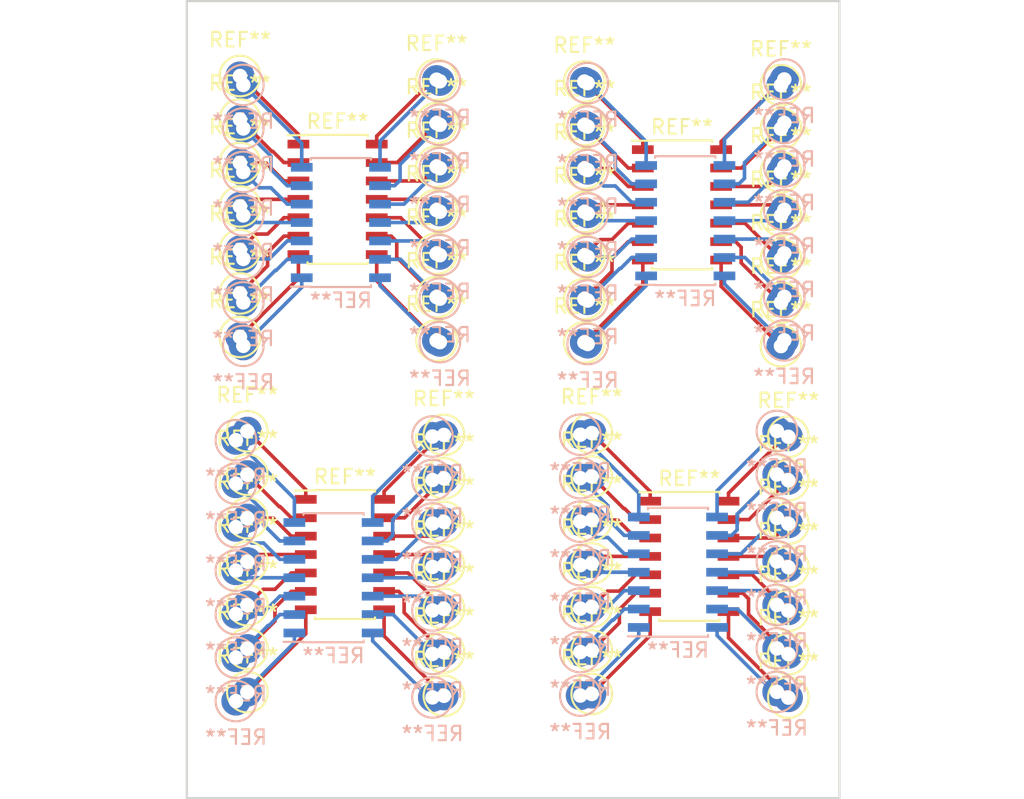
<source format=kicad_pcb>
(kicad_pcb (version 4) (host pcbnew 4.0.6-e0-6349~53~ubuntu16.04.1)

  (general
    (links 0)
    (no_connects 0)
    (area 97.042741 84.924999 167.820859 140.075001)
    (thickness 1.6)
    (drawings 4)
    (tracks 304)
    (zones 0)
    (modules 120)
    (nets 1)
  )

  (page A4)
  (layers
    (0 F.Cu signal)
    (31 B.Cu signal)
    (32 B.Adhes user)
    (33 F.Adhes user)
    (34 B.Paste user)
    (35 F.Paste user)
    (36 B.SilkS user)
    (37 F.SilkS user)
    (38 B.Mask user)
    (39 F.Mask user)
    (40 Dwgs.User user)
    (41 Cmts.User user)
    (42 Eco1.User user)
    (43 Eco2.User user)
    (44 Edge.Cuts user)
    (45 Margin user)
    (46 B.CrtYd user)
    (47 F.CrtYd user)
    (48 B.Fab user)
    (49 F.Fab user)
  )

  (setup
    (last_trace_width 0.25)
    (trace_clearance 0.2)
    (zone_clearance 0.508)
    (zone_45_only no)
    (trace_min 0.2)
    (segment_width 0.2)
    (edge_width 0.15)
    (via_size 0.6)
    (via_drill 0.4)
    (via_min_size 0.4)
    (via_min_drill 0.3)
    (uvia_size 0.3)
    (uvia_drill 0.1)
    (uvias_allowed no)
    (uvia_min_size 0.2)
    (uvia_min_drill 0.1)
    (pcb_text_width 0.3)
    (pcb_text_size 1.5 1.5)
    (mod_edge_width 0.15)
    (mod_text_size 1 1)
    (mod_text_width 0.15)
    (pad_size 1.524 1.524)
    (pad_drill 0.762)
    (pad_to_mask_clearance 0.2)
    (aux_axis_origin 0 0)
    (visible_elements FFFFFF7F)
    (pcbplotparams
      (layerselection 0x010f0_80000001)
      (usegerberextensions false)
      (excludeedgelayer true)
      (linewidth 0.100000)
      (plotframeref false)
      (viasonmask false)
      (mode 1)
      (useauxorigin false)
      (hpglpennumber 1)
      (hpglpenspeed 20)
      (hpglpendiameter 15)
      (hpglpenoverlay 2)
      (psnegative false)
      (psa4output false)
      (plotreference true)
      (plotvalue true)
      (plotinvisibletext false)
      (padsonsilk false)
      (subtractmaskfromsilk false)
      (outputformat 1)
      (mirror false)
      (drillshape 0)
      (scaleselection 1)
      (outputdirectory ""))
  )

  (net 0 "")

  (net_class Default "This is the default net class."
    (clearance 0.2)
    (trace_width 0.25)
    (via_dia 0.6)
    (via_drill 0.4)
    (uvia_dia 0.3)
    (uvia_drill 0.1)
  )

  (module Measurement_Points:Test_Point_Keystone_5000-5004_Miniature (layer B.Cu) (tedit 56E5DE14) (tstamp 59959FC8)
    (at 127.4496 90.5342)
    (descr "Keystone Miniature THM Test Point 5000-5004, http://www.keyelco.com/product-pdf.cfm?p=1309")
    (tags "Through Hole Mount Test Points")
    (attr virtual)
    (fp_text reference REF** (at 0 2.5) (layer B.SilkS)
      (effects (font (size 1 1) (thickness 0.15)) (justify mirror))
    )
    (fp_text value Test_Point_Keystone_5000-5004_Miniature (at 0 -2.5) (layer B.Fab)
      (effects (font (size 1 1) (thickness 0.15)) (justify mirror))
    )
    (fp_circle (center 0 0) (end 1.65 0) (layer B.CrtYd) (width 0.05))
    (fp_line (start -0.75 0.25) (end 0.75 0.25) (layer B.Fab) (width 0.15))
    (fp_line (start 0.75 0.25) (end 0.75 -0.25) (layer B.Fab) (width 0.15))
    (fp_line (start 0.75 -0.25) (end -0.75 -0.25) (layer B.Fab) (width 0.15))
    (fp_line (start -0.75 -0.25) (end -0.75 0.25) (layer B.Fab) (width 0.15))
    (fp_circle (center 0 0) (end 1.25 0) (layer B.Fab) (width 0.15))
    (fp_circle (center 0 0) (end 1.4 0) (layer B.SilkS) (width 0.15))
    (pad 1 thru_hole circle (at 0 0) (size 2 2) (drill 1) (layers *.Cu *.Mask))
  )

  (module Measurement_Points:Test_Point_Keystone_5000-5004_Miniature (layer B.Cu) (tedit 56E5DE14) (tstamp 59959FBD)
    (at 127.4496 96.5342)
    (descr "Keystone Miniature THM Test Point 5000-5004, http://www.keyelco.com/product-pdf.cfm?p=1309")
    (tags "Through Hole Mount Test Points")
    (attr virtual)
    (fp_text reference REF** (at 0 2.5) (layer B.SilkS)
      (effects (font (size 1 1) (thickness 0.15)) (justify mirror))
    )
    (fp_text value Test_Point_Keystone_5000-5004_Miniature (at 0 -2.5) (layer B.Fab)
      (effects (font (size 1 1) (thickness 0.15)) (justify mirror))
    )
    (fp_circle (center 0 0) (end 1.65 0) (layer B.CrtYd) (width 0.05))
    (fp_line (start -0.75 0.25) (end 0.75 0.25) (layer B.Fab) (width 0.15))
    (fp_line (start 0.75 0.25) (end 0.75 -0.25) (layer B.Fab) (width 0.15))
    (fp_line (start 0.75 -0.25) (end -0.75 -0.25) (layer B.Fab) (width 0.15))
    (fp_line (start -0.75 -0.25) (end -0.75 0.25) (layer B.Fab) (width 0.15))
    (fp_circle (center 0 0) (end 1.25 0) (layer B.Fab) (width 0.15))
    (fp_circle (center 0 0) (end 1.4 0) (layer B.SilkS) (width 0.15))
    (pad 1 thru_hole circle (at 0 0) (size 2 2) (drill 1) (layers *.Cu *.Mask))
  )

  (module Measurement_Points:Test_Point_Keystone_5000-5004_Miniature (layer B.Cu) (tedit 56E5DE14) (tstamp 59959FB2)
    (at 127.4496 93.5342)
    (descr "Keystone Miniature THM Test Point 5000-5004, http://www.keyelco.com/product-pdf.cfm?p=1309")
    (tags "Through Hole Mount Test Points")
    (attr virtual)
    (fp_text reference REF** (at 0 2.5) (layer B.SilkS)
      (effects (font (size 1 1) (thickness 0.15)) (justify mirror))
    )
    (fp_text value Test_Point_Keystone_5000-5004_Miniature (at 0 -2.5) (layer B.Fab)
      (effects (font (size 1 1) (thickness 0.15)) (justify mirror))
    )
    (fp_circle (center 0 0) (end 1.65 0) (layer B.CrtYd) (width 0.05))
    (fp_line (start -0.75 0.25) (end 0.75 0.25) (layer B.Fab) (width 0.15))
    (fp_line (start 0.75 0.25) (end 0.75 -0.25) (layer B.Fab) (width 0.15))
    (fp_line (start 0.75 -0.25) (end -0.75 -0.25) (layer B.Fab) (width 0.15))
    (fp_line (start -0.75 -0.25) (end -0.75 0.25) (layer B.Fab) (width 0.15))
    (fp_circle (center 0 0) (end 1.25 0) (layer B.Fab) (width 0.15))
    (fp_circle (center 0 0) (end 1.4 0) (layer B.SilkS) (width 0.15))
    (pad 1 thru_hole circle (at 0 0) (size 2 2) (drill 1) (layers *.Cu *.Mask))
  )

  (module Measurement_Points:Test_Point_Keystone_5000-5004_Miniature (layer B.Cu) (tedit 56E5DE14) (tstamp 59959FA7)
    (at 113.8936 93.7882)
    (descr "Keystone Miniature THM Test Point 5000-5004, http://www.keyelco.com/product-pdf.cfm?p=1309")
    (tags "Through Hole Mount Test Points")
    (attr virtual)
    (fp_text reference REF** (at 0 2.5) (layer B.SilkS)
      (effects (font (size 1 1) (thickness 0.15)) (justify mirror))
    )
    (fp_text value Test_Point_Keystone_5000-5004_Miniature (at 0 -2.5) (layer B.Fab)
      (effects (font (size 1 1) (thickness 0.15)) (justify mirror))
    )
    (fp_circle (center 0 0) (end 1.65 0) (layer B.CrtYd) (width 0.05))
    (fp_line (start -0.75 0.25) (end 0.75 0.25) (layer B.Fab) (width 0.15))
    (fp_line (start 0.75 0.25) (end 0.75 -0.25) (layer B.Fab) (width 0.15))
    (fp_line (start 0.75 -0.25) (end -0.75 -0.25) (layer B.Fab) (width 0.15))
    (fp_line (start -0.75 -0.25) (end -0.75 0.25) (layer B.Fab) (width 0.15))
    (fp_circle (center 0 0) (end 1.25 0) (layer B.Fab) (width 0.15))
    (fp_circle (center 0 0) (end 1.4 0) (layer B.SilkS) (width 0.15))
    (pad 1 thru_hole circle (at 0 0) (size 2 2) (drill 1) (layers *.Cu *.Mask))
  )

  (module Housings_SOIC:SOIC-14_3.9x8.7mm_Pitch1.27mm (layer B.Cu) (tedit 574D9791) (tstamp 59959F86)
    (at 120.6246 100.2792)
    (descr "14-Lead Plastic Small Outline (SL) - Narrow, 3.90 mm Body [SOIC] (see Microchip Packaging Specification 00000049BS.pdf)")
    (tags "SOIC 1.27")
    (attr smd)
    (fp_text reference REF** (at 0 5.375) (layer B.SilkS)
      (effects (font (size 1 1) (thickness 0.15)) (justify mirror))
    )
    (fp_text value SOIC-14_3.9x8.7mm_Pitch1.27mm (at 0 -5.375) (layer B.Fab)
      (effects (font (size 1 1) (thickness 0.15)) (justify mirror))
    )
    (fp_line (start -0.95 4.35) (end 1.95 4.35) (layer B.Fab) (width 0.15))
    (fp_line (start 1.95 4.35) (end 1.95 -4.35) (layer B.Fab) (width 0.15))
    (fp_line (start 1.95 -4.35) (end -1.95 -4.35) (layer B.Fab) (width 0.15))
    (fp_line (start -1.95 -4.35) (end -1.95 3.35) (layer B.Fab) (width 0.15))
    (fp_line (start -1.95 3.35) (end -0.95 4.35) (layer B.Fab) (width 0.15))
    (fp_line (start -3.7 4.65) (end -3.7 -4.65) (layer B.CrtYd) (width 0.05))
    (fp_line (start 3.7 4.65) (end 3.7 -4.65) (layer B.CrtYd) (width 0.05))
    (fp_line (start -3.7 4.65) (end 3.7 4.65) (layer B.CrtYd) (width 0.05))
    (fp_line (start -3.7 -4.65) (end 3.7 -4.65) (layer B.CrtYd) (width 0.05))
    (fp_line (start -2.075 4.45) (end -2.075 4.425) (layer B.SilkS) (width 0.15))
    (fp_line (start 2.075 4.45) (end 2.075 4.335) (layer B.SilkS) (width 0.15))
    (fp_line (start 2.075 -4.45) (end 2.075 -4.335) (layer B.SilkS) (width 0.15))
    (fp_line (start -2.075 -4.45) (end -2.075 -4.335) (layer B.SilkS) (width 0.15))
    (fp_line (start -2.075 4.45) (end 2.075 4.45) (layer B.SilkS) (width 0.15))
    (fp_line (start -2.075 -4.45) (end 2.075 -4.45) (layer B.SilkS) (width 0.15))
    (fp_line (start -2.075 4.425) (end -3.45 4.425) (layer B.SilkS) (width 0.15))
    (pad 1 smd rect (at -2.7 3.81) (size 1.5 0.6) (layers B.Cu B.Paste B.Mask))
    (pad 2 smd rect (at -2.7 2.54) (size 1.5 0.6) (layers B.Cu B.Paste B.Mask))
    (pad 3 smd rect (at -2.7 1.27) (size 1.5 0.6) (layers B.Cu B.Paste B.Mask))
    (pad 4 smd rect (at -2.7 0) (size 1.5 0.6) (layers B.Cu B.Paste B.Mask))
    (pad 5 smd rect (at -2.7 -1.27) (size 1.5 0.6) (layers B.Cu B.Paste B.Mask))
    (pad 6 smd rect (at -2.7 -2.54) (size 1.5 0.6) (layers B.Cu B.Paste B.Mask))
    (pad 7 smd rect (at -2.7 -3.81) (size 1.5 0.6) (layers B.Cu B.Paste B.Mask))
    (pad 8 smd rect (at 2.7 -3.81) (size 1.5 0.6) (layers B.Cu B.Paste B.Mask))
    (pad 9 smd rect (at 2.7 -2.54) (size 1.5 0.6) (layers B.Cu B.Paste B.Mask))
    (pad 10 smd rect (at 2.7 -1.27) (size 1.5 0.6) (layers B.Cu B.Paste B.Mask))
    (pad 11 smd rect (at 2.7 0) (size 1.5 0.6) (layers B.Cu B.Paste B.Mask))
    (pad 12 smd rect (at 2.7 1.27) (size 1.5 0.6) (layers B.Cu B.Paste B.Mask))
    (pad 13 smd rect (at 2.7 2.54) (size 1.5 0.6) (layers B.Cu B.Paste B.Mask))
    (pad 14 smd rect (at 2.7 3.81) (size 1.5 0.6) (layers B.Cu B.Paste B.Mask))
    (model Housings_SOIC.3dshapes/SOIC-14_3.9x8.7mm_Pitch1.27mm.wrl
      (at (xyz 0 0 0))
      (scale (xyz 1 1 1))
      (rotate (xyz 0 0 0))
    )
  )

  (module Measurement_Points:Test_Point_Keystone_5000-5004_Miniature (layer B.Cu) (tedit 56E5DE14) (tstamp 59959F7B)
    (at 113.8936 90.7882)
    (descr "Keystone Miniature THM Test Point 5000-5004, http://www.keyelco.com/product-pdf.cfm?p=1309")
    (tags "Through Hole Mount Test Points")
    (attr virtual)
    (fp_text reference REF** (at 0 2.5) (layer B.SilkS)
      (effects (font (size 1 1) (thickness 0.15)) (justify mirror))
    )
    (fp_text value Test_Point_Keystone_5000-5004_Miniature (at 0 -2.5) (layer B.Fab)
      (effects (font (size 1 1) (thickness 0.15)) (justify mirror))
    )
    (fp_circle (center 0 0) (end 1.65 0) (layer B.CrtYd) (width 0.05))
    (fp_line (start -0.75 0.25) (end 0.75 0.25) (layer B.Fab) (width 0.15))
    (fp_line (start 0.75 0.25) (end 0.75 -0.25) (layer B.Fab) (width 0.15))
    (fp_line (start 0.75 -0.25) (end -0.75 -0.25) (layer B.Fab) (width 0.15))
    (fp_line (start -0.75 -0.25) (end -0.75 0.25) (layer B.Fab) (width 0.15))
    (fp_circle (center 0 0) (end 1.25 0) (layer B.Fab) (width 0.15))
    (fp_circle (center 0 0) (end 1.4 0) (layer B.SilkS) (width 0.15))
    (pad 1 thru_hole circle (at 0 0) (size 2 2) (drill 1) (layers *.Cu *.Mask))
  )

  (module Measurement_Points:Test_Point_Keystone_5000-5004_Miniature (layer B.Cu) (tedit 56E5DE14) (tstamp 59959F70)
    (at 151.1986 90.4072)
    (descr "Keystone Miniature THM Test Point 5000-5004, http://www.keyelco.com/product-pdf.cfm?p=1309")
    (tags "Through Hole Mount Test Points")
    (attr virtual)
    (fp_text reference REF** (at 0 2.5) (layer B.SilkS)
      (effects (font (size 1 1) (thickness 0.15)) (justify mirror))
    )
    (fp_text value Test_Point_Keystone_5000-5004_Miniature (at 0 -2.5) (layer B.Fab)
      (effects (font (size 1 1) (thickness 0.15)) (justify mirror))
    )
    (fp_circle (center 0 0) (end 1.65 0) (layer B.CrtYd) (width 0.05))
    (fp_line (start -0.75 0.25) (end 0.75 0.25) (layer B.Fab) (width 0.15))
    (fp_line (start 0.75 0.25) (end 0.75 -0.25) (layer B.Fab) (width 0.15))
    (fp_line (start 0.75 -0.25) (end -0.75 -0.25) (layer B.Fab) (width 0.15))
    (fp_line (start -0.75 -0.25) (end -0.75 0.25) (layer B.Fab) (width 0.15))
    (fp_circle (center 0 0) (end 1.25 0) (layer B.Fab) (width 0.15))
    (fp_circle (center 0 0) (end 1.4 0) (layer B.SilkS) (width 0.15))
    (pad 1 thru_hole circle (at 0 0) (size 2 2) (drill 1) (layers *.Cu *.Mask))
  )

  (module Measurement_Points:Test_Point_Keystone_5000-5004_Miniature (layer B.Cu) (tedit 56E5DE14) (tstamp 59959F65)
    (at 137.6426 96.6612)
    (descr "Keystone Miniature THM Test Point 5000-5004, http://www.keyelco.com/product-pdf.cfm?p=1309")
    (tags "Through Hole Mount Test Points")
    (attr virtual)
    (fp_text reference REF** (at 0 2.5) (layer B.SilkS)
      (effects (font (size 1 1) (thickness 0.15)) (justify mirror))
    )
    (fp_text value Test_Point_Keystone_5000-5004_Miniature (at 0 -2.5) (layer B.Fab)
      (effects (font (size 1 1) (thickness 0.15)) (justify mirror))
    )
    (fp_circle (center 0 0) (end 1.65 0) (layer B.CrtYd) (width 0.05))
    (fp_line (start -0.75 0.25) (end 0.75 0.25) (layer B.Fab) (width 0.15))
    (fp_line (start 0.75 0.25) (end 0.75 -0.25) (layer B.Fab) (width 0.15))
    (fp_line (start 0.75 -0.25) (end -0.75 -0.25) (layer B.Fab) (width 0.15))
    (fp_line (start -0.75 -0.25) (end -0.75 0.25) (layer B.Fab) (width 0.15))
    (fp_circle (center 0 0) (end 1.25 0) (layer B.Fab) (width 0.15))
    (fp_circle (center 0 0) (end 1.4 0) (layer B.SilkS) (width 0.15))
    (pad 1 thru_hole circle (at 0 0) (size 2 2) (drill 1) (layers *.Cu *.Mask))
  )

  (module Measurement_Points:Test_Point_Keystone_5000-5004_Miniature (layer B.Cu) (tedit 56E5DE14) (tstamp 59959F5A)
    (at 137.6426 93.6612)
    (descr "Keystone Miniature THM Test Point 5000-5004, http://www.keyelco.com/product-pdf.cfm?p=1309")
    (tags "Through Hole Mount Test Points")
    (attr virtual)
    (fp_text reference REF** (at 0 2.5) (layer B.SilkS)
      (effects (font (size 1 1) (thickness 0.15)) (justify mirror))
    )
    (fp_text value Test_Point_Keystone_5000-5004_Miniature (at 0 -2.5) (layer B.Fab)
      (effects (font (size 1 1) (thickness 0.15)) (justify mirror))
    )
    (fp_circle (center 0 0) (end 1.65 0) (layer B.CrtYd) (width 0.05))
    (fp_line (start -0.75 0.25) (end 0.75 0.25) (layer B.Fab) (width 0.15))
    (fp_line (start 0.75 0.25) (end 0.75 -0.25) (layer B.Fab) (width 0.15))
    (fp_line (start 0.75 -0.25) (end -0.75 -0.25) (layer B.Fab) (width 0.15))
    (fp_line (start -0.75 -0.25) (end -0.75 0.25) (layer B.Fab) (width 0.15))
    (fp_circle (center 0 0) (end 1.25 0) (layer B.Fab) (width 0.15))
    (fp_circle (center 0 0) (end 1.4 0) (layer B.SilkS) (width 0.15))
    (pad 1 thru_hole circle (at 0 0) (size 2 2) (drill 1) (layers *.Cu *.Mask))
  )

  (module Housings_SOIC:SOIC-14_3.9x8.7mm_Pitch1.27mm (layer B.Cu) (tedit 574D9791) (tstamp 59959F39)
    (at 144.3736 100.1522)
    (descr "14-Lead Plastic Small Outline (SL) - Narrow, 3.90 mm Body [SOIC] (see Microchip Packaging Specification 00000049BS.pdf)")
    (tags "SOIC 1.27")
    (attr smd)
    (fp_text reference REF** (at 0 5.375) (layer B.SilkS)
      (effects (font (size 1 1) (thickness 0.15)) (justify mirror))
    )
    (fp_text value SOIC-14_3.9x8.7mm_Pitch1.27mm (at 0 -5.375) (layer B.Fab)
      (effects (font (size 1 1) (thickness 0.15)) (justify mirror))
    )
    (fp_line (start -0.95 4.35) (end 1.95 4.35) (layer B.Fab) (width 0.15))
    (fp_line (start 1.95 4.35) (end 1.95 -4.35) (layer B.Fab) (width 0.15))
    (fp_line (start 1.95 -4.35) (end -1.95 -4.35) (layer B.Fab) (width 0.15))
    (fp_line (start -1.95 -4.35) (end -1.95 3.35) (layer B.Fab) (width 0.15))
    (fp_line (start -1.95 3.35) (end -0.95 4.35) (layer B.Fab) (width 0.15))
    (fp_line (start -3.7 4.65) (end -3.7 -4.65) (layer B.CrtYd) (width 0.05))
    (fp_line (start 3.7 4.65) (end 3.7 -4.65) (layer B.CrtYd) (width 0.05))
    (fp_line (start -3.7 4.65) (end 3.7 4.65) (layer B.CrtYd) (width 0.05))
    (fp_line (start -3.7 -4.65) (end 3.7 -4.65) (layer B.CrtYd) (width 0.05))
    (fp_line (start -2.075 4.45) (end -2.075 4.425) (layer B.SilkS) (width 0.15))
    (fp_line (start 2.075 4.45) (end 2.075 4.335) (layer B.SilkS) (width 0.15))
    (fp_line (start 2.075 -4.45) (end 2.075 -4.335) (layer B.SilkS) (width 0.15))
    (fp_line (start -2.075 -4.45) (end -2.075 -4.335) (layer B.SilkS) (width 0.15))
    (fp_line (start -2.075 4.45) (end 2.075 4.45) (layer B.SilkS) (width 0.15))
    (fp_line (start -2.075 -4.45) (end 2.075 -4.45) (layer B.SilkS) (width 0.15))
    (fp_line (start -2.075 4.425) (end -3.45 4.425) (layer B.SilkS) (width 0.15))
    (pad 1 smd rect (at -2.7 3.81) (size 1.5 0.6) (layers B.Cu B.Paste B.Mask))
    (pad 2 smd rect (at -2.7 2.54) (size 1.5 0.6) (layers B.Cu B.Paste B.Mask))
    (pad 3 smd rect (at -2.7 1.27) (size 1.5 0.6) (layers B.Cu B.Paste B.Mask))
    (pad 4 smd rect (at -2.7 0) (size 1.5 0.6) (layers B.Cu B.Paste B.Mask))
    (pad 5 smd rect (at -2.7 -1.27) (size 1.5 0.6) (layers B.Cu B.Paste B.Mask))
    (pad 6 smd rect (at -2.7 -2.54) (size 1.5 0.6) (layers B.Cu B.Paste B.Mask))
    (pad 7 smd rect (at -2.7 -3.81) (size 1.5 0.6) (layers B.Cu B.Paste B.Mask))
    (pad 8 smd rect (at 2.7 -3.81) (size 1.5 0.6) (layers B.Cu B.Paste B.Mask))
    (pad 9 smd rect (at 2.7 -2.54) (size 1.5 0.6) (layers B.Cu B.Paste B.Mask))
    (pad 10 smd rect (at 2.7 -1.27) (size 1.5 0.6) (layers B.Cu B.Paste B.Mask))
    (pad 11 smd rect (at 2.7 0) (size 1.5 0.6) (layers B.Cu B.Paste B.Mask))
    (pad 12 smd rect (at 2.7 1.27) (size 1.5 0.6) (layers B.Cu B.Paste B.Mask))
    (pad 13 smd rect (at 2.7 2.54) (size 1.5 0.6) (layers B.Cu B.Paste B.Mask))
    (pad 14 smd rect (at 2.7 3.81) (size 1.5 0.6) (layers B.Cu B.Paste B.Mask))
    (model Housings_SOIC.3dshapes/SOIC-14_3.9x8.7mm_Pitch1.27mm.wrl
      (at (xyz 0 0 0))
      (scale (xyz 1 1 1))
      (rotate (xyz 0 0 0))
    )
  )

  (module Measurement_Points:Test_Point_Keystone_5000-5004_Miniature (layer B.Cu) (tedit 56E5DE14) (tstamp 59959F2E)
    (at 151.1986 93.4072)
    (descr "Keystone Miniature THM Test Point 5000-5004, http://www.keyelco.com/product-pdf.cfm?p=1309")
    (tags "Through Hole Mount Test Points")
    (attr virtual)
    (fp_text reference REF** (at 0 2.5) (layer B.SilkS)
      (effects (font (size 1 1) (thickness 0.15)) (justify mirror))
    )
    (fp_text value Test_Point_Keystone_5000-5004_Miniature (at 0 -2.5) (layer B.Fab)
      (effects (font (size 1 1) (thickness 0.15)) (justify mirror))
    )
    (fp_circle (center 0 0) (end 1.65 0) (layer B.CrtYd) (width 0.05))
    (fp_line (start -0.75 0.25) (end 0.75 0.25) (layer B.Fab) (width 0.15))
    (fp_line (start 0.75 0.25) (end 0.75 -0.25) (layer B.Fab) (width 0.15))
    (fp_line (start 0.75 -0.25) (end -0.75 -0.25) (layer B.Fab) (width 0.15))
    (fp_line (start -0.75 -0.25) (end -0.75 0.25) (layer B.Fab) (width 0.15))
    (fp_circle (center 0 0) (end 1.25 0) (layer B.Fab) (width 0.15))
    (fp_circle (center 0 0) (end 1.4 0) (layer B.SilkS) (width 0.15))
    (pad 1 thru_hole circle (at 0 0) (size 2 2) (drill 1) (layers *.Cu *.Mask))
  )

  (module Measurement_Points:Test_Point_Keystone_5000-5004_Miniature (layer B.Cu) (tedit 56E5DE14) (tstamp 59959F23)
    (at 137.6426 90.6612)
    (descr "Keystone Miniature THM Test Point 5000-5004, http://www.keyelco.com/product-pdf.cfm?p=1309")
    (tags "Through Hole Mount Test Points")
    (attr virtual)
    (fp_text reference REF** (at 0 2.5) (layer B.SilkS)
      (effects (font (size 1 1) (thickness 0.15)) (justify mirror))
    )
    (fp_text value Test_Point_Keystone_5000-5004_Miniature (at 0 -2.5) (layer B.Fab)
      (effects (font (size 1 1) (thickness 0.15)) (justify mirror))
    )
    (fp_circle (center 0 0) (end 1.65 0) (layer B.CrtYd) (width 0.05))
    (fp_line (start -0.75 0.25) (end 0.75 0.25) (layer B.Fab) (width 0.15))
    (fp_line (start 0.75 0.25) (end 0.75 -0.25) (layer B.Fab) (width 0.15))
    (fp_line (start 0.75 -0.25) (end -0.75 -0.25) (layer B.Fab) (width 0.15))
    (fp_line (start -0.75 -0.25) (end -0.75 0.25) (layer B.Fab) (width 0.15))
    (fp_circle (center 0 0) (end 1.25 0) (layer B.Fab) (width 0.15))
    (fp_circle (center 0 0) (end 1.4 0) (layer B.SilkS) (width 0.15))
    (pad 1 thru_hole circle (at 0 0) (size 2 2) (drill 1) (layers *.Cu *.Mask))
  )

  (module Measurement_Points:Test_Point_Keystone_5000-5004_Miniature (layer B.Cu) (tedit 56E5DE14) (tstamp 59959F18)
    (at 113.8936 108.7882)
    (descr "Keystone Miniature THM Test Point 5000-5004, http://www.keyelco.com/product-pdf.cfm?p=1309")
    (tags "Through Hole Mount Test Points")
    (attr virtual)
    (fp_text reference REF** (at 0 2.5) (layer B.SilkS)
      (effects (font (size 1 1) (thickness 0.15)) (justify mirror))
    )
    (fp_text value Test_Point_Keystone_5000-5004_Miniature (at 0 -2.5) (layer B.Fab)
      (effects (font (size 1 1) (thickness 0.15)) (justify mirror))
    )
    (fp_circle (center 0 0) (end 1.65 0) (layer B.CrtYd) (width 0.05))
    (fp_line (start -0.75 0.25) (end 0.75 0.25) (layer B.Fab) (width 0.15))
    (fp_line (start 0.75 0.25) (end 0.75 -0.25) (layer B.Fab) (width 0.15))
    (fp_line (start 0.75 -0.25) (end -0.75 -0.25) (layer B.Fab) (width 0.15))
    (fp_line (start -0.75 -0.25) (end -0.75 0.25) (layer B.Fab) (width 0.15))
    (fp_circle (center 0 0) (end 1.25 0) (layer B.Fab) (width 0.15))
    (fp_circle (center 0 0) (end 1.4 0) (layer B.SilkS) (width 0.15))
    (pad 1 thru_hole circle (at 0 0) (size 2 2) (drill 1) (layers *.Cu *.Mask))
  )

  (module Measurement_Points:Test_Point_Keystone_5000-5004_Miniature (layer B.Cu) (tedit 56E5DE14) (tstamp 59959F0D)
    (at 113.8936 102.7882)
    (descr "Keystone Miniature THM Test Point 5000-5004, http://www.keyelco.com/product-pdf.cfm?p=1309")
    (tags "Through Hole Mount Test Points")
    (attr virtual)
    (fp_text reference REF** (at 0 2.5) (layer B.SilkS)
      (effects (font (size 1 1) (thickness 0.15)) (justify mirror))
    )
    (fp_text value Test_Point_Keystone_5000-5004_Miniature (at 0 -2.5) (layer B.Fab)
      (effects (font (size 1 1) (thickness 0.15)) (justify mirror))
    )
    (fp_circle (center 0 0) (end 1.65 0) (layer B.CrtYd) (width 0.05))
    (fp_line (start -0.75 0.25) (end 0.75 0.25) (layer B.Fab) (width 0.15))
    (fp_line (start 0.75 0.25) (end 0.75 -0.25) (layer B.Fab) (width 0.15))
    (fp_line (start 0.75 -0.25) (end -0.75 -0.25) (layer B.Fab) (width 0.15))
    (fp_line (start -0.75 -0.25) (end -0.75 0.25) (layer B.Fab) (width 0.15))
    (fp_circle (center 0 0) (end 1.25 0) (layer B.Fab) (width 0.15))
    (fp_circle (center 0 0) (end 1.4 0) (layer B.SilkS) (width 0.15))
    (pad 1 thru_hole circle (at 0 0) (size 2 2) (drill 1) (layers *.Cu *.Mask))
  )

  (module Measurement_Points:Test_Point_Keystone_5000-5004_Miniature (layer B.Cu) (tedit 56E5DE14) (tstamp 59959F02)
    (at 113.8936 105.7882)
    (descr "Keystone Miniature THM Test Point 5000-5004, http://www.keyelco.com/product-pdf.cfm?p=1309")
    (tags "Through Hole Mount Test Points")
    (attr virtual)
    (fp_text reference REF** (at 0 2.5) (layer B.SilkS)
      (effects (font (size 1 1) (thickness 0.15)) (justify mirror))
    )
    (fp_text value Test_Point_Keystone_5000-5004_Miniature (at 0 -2.5) (layer B.Fab)
      (effects (font (size 1 1) (thickness 0.15)) (justify mirror))
    )
    (fp_circle (center 0 0) (end 1.65 0) (layer B.CrtYd) (width 0.05))
    (fp_line (start -0.75 0.25) (end 0.75 0.25) (layer B.Fab) (width 0.15))
    (fp_line (start 0.75 0.25) (end 0.75 -0.25) (layer B.Fab) (width 0.15))
    (fp_line (start 0.75 -0.25) (end -0.75 -0.25) (layer B.Fab) (width 0.15))
    (fp_line (start -0.75 -0.25) (end -0.75 0.25) (layer B.Fab) (width 0.15))
    (fp_circle (center 0 0) (end 1.25 0) (layer B.Fab) (width 0.15))
    (fp_circle (center 0 0) (end 1.4 0) (layer B.SilkS) (width 0.15))
    (pad 1 thru_hole circle (at 0 0) (size 2 2) (drill 1) (layers *.Cu *.Mask))
  )

  (module Measurement_Points:Test_Point_Keystone_5000-5004_Miniature (layer B.Cu) (tedit 56E5DE14) (tstamp 59959EF7)
    (at 113.8936 96.7882)
    (descr "Keystone Miniature THM Test Point 5000-5004, http://www.keyelco.com/product-pdf.cfm?p=1309")
    (tags "Through Hole Mount Test Points")
    (attr virtual)
    (fp_text reference REF** (at 0 2.5) (layer B.SilkS)
      (effects (font (size 1 1) (thickness 0.15)) (justify mirror))
    )
    (fp_text value Test_Point_Keystone_5000-5004_Miniature (at 0 -2.5) (layer B.Fab)
      (effects (font (size 1 1) (thickness 0.15)) (justify mirror))
    )
    (fp_circle (center 0 0) (end 1.65 0) (layer B.CrtYd) (width 0.05))
    (fp_line (start -0.75 0.25) (end 0.75 0.25) (layer B.Fab) (width 0.15))
    (fp_line (start 0.75 0.25) (end 0.75 -0.25) (layer B.Fab) (width 0.15))
    (fp_line (start 0.75 -0.25) (end -0.75 -0.25) (layer B.Fab) (width 0.15))
    (fp_line (start -0.75 -0.25) (end -0.75 0.25) (layer B.Fab) (width 0.15))
    (fp_circle (center 0 0) (end 1.25 0) (layer B.Fab) (width 0.15))
    (fp_circle (center 0 0) (end 1.4 0) (layer B.SilkS) (width 0.15))
    (pad 1 thru_hole circle (at 0 0) (size 2 2) (drill 1) (layers *.Cu *.Mask))
  )

  (module Measurement_Points:Test_Point_Keystone_5000-5004_Miniature (layer B.Cu) (tedit 56E5DE14) (tstamp 59959EEC)
    (at 113.8936 99.7882)
    (descr "Keystone Miniature THM Test Point 5000-5004, http://www.keyelco.com/product-pdf.cfm?p=1309")
    (tags "Through Hole Mount Test Points")
    (attr virtual)
    (fp_text reference REF** (at 0 2.5) (layer B.SilkS)
      (effects (font (size 1 1) (thickness 0.15)) (justify mirror))
    )
    (fp_text value Test_Point_Keystone_5000-5004_Miniature (at 0 -2.5) (layer B.Fab)
      (effects (font (size 1 1) (thickness 0.15)) (justify mirror))
    )
    (fp_circle (center 0 0) (end 1.65 0) (layer B.CrtYd) (width 0.05))
    (fp_line (start -0.75 0.25) (end 0.75 0.25) (layer B.Fab) (width 0.15))
    (fp_line (start 0.75 0.25) (end 0.75 -0.25) (layer B.Fab) (width 0.15))
    (fp_line (start 0.75 -0.25) (end -0.75 -0.25) (layer B.Fab) (width 0.15))
    (fp_line (start -0.75 -0.25) (end -0.75 0.25) (layer B.Fab) (width 0.15))
    (fp_circle (center 0 0) (end 1.25 0) (layer B.Fab) (width 0.15))
    (fp_circle (center 0 0) (end 1.4 0) (layer B.SilkS) (width 0.15))
    (pad 1 thru_hole circle (at 0 0) (size 2 2) (drill 1) (layers *.Cu *.Mask))
  )

  (module Measurement_Points:Test_Point_Keystone_5000-5004_Miniature (layer B.Cu) (tedit 56E5DE14) (tstamp 59959EE1)
    (at 151.1986 108.4072)
    (descr "Keystone Miniature THM Test Point 5000-5004, http://www.keyelco.com/product-pdf.cfm?p=1309")
    (tags "Through Hole Mount Test Points")
    (attr virtual)
    (fp_text reference REF** (at 0 2.5) (layer B.SilkS)
      (effects (font (size 1 1) (thickness 0.15)) (justify mirror))
    )
    (fp_text value Test_Point_Keystone_5000-5004_Miniature (at 0 -2.5) (layer B.Fab)
      (effects (font (size 1 1) (thickness 0.15)) (justify mirror))
    )
    (fp_circle (center 0 0) (end 1.65 0) (layer B.CrtYd) (width 0.05))
    (fp_line (start -0.75 0.25) (end 0.75 0.25) (layer B.Fab) (width 0.15))
    (fp_line (start 0.75 0.25) (end 0.75 -0.25) (layer B.Fab) (width 0.15))
    (fp_line (start 0.75 -0.25) (end -0.75 -0.25) (layer B.Fab) (width 0.15))
    (fp_line (start -0.75 -0.25) (end -0.75 0.25) (layer B.Fab) (width 0.15))
    (fp_circle (center 0 0) (end 1.25 0) (layer B.Fab) (width 0.15))
    (fp_circle (center 0 0) (end 1.4 0) (layer B.SilkS) (width 0.15))
    (pad 1 thru_hole circle (at 0 0) (size 2 2) (drill 1) (layers *.Cu *.Mask))
  )

  (module Measurement_Points:Test_Point_Keystone_5000-5004_Miniature (layer B.Cu) (tedit 56E5DE14) (tstamp 59959ED6)
    (at 151.1986 105.4072)
    (descr "Keystone Miniature THM Test Point 5000-5004, http://www.keyelco.com/product-pdf.cfm?p=1309")
    (tags "Through Hole Mount Test Points")
    (attr virtual)
    (fp_text reference REF** (at 0 2.5) (layer B.SilkS)
      (effects (font (size 1 1) (thickness 0.15)) (justify mirror))
    )
    (fp_text value Test_Point_Keystone_5000-5004_Miniature (at 0 -2.5) (layer B.Fab)
      (effects (font (size 1 1) (thickness 0.15)) (justify mirror))
    )
    (fp_circle (center 0 0) (end 1.65 0) (layer B.CrtYd) (width 0.05))
    (fp_line (start -0.75 0.25) (end 0.75 0.25) (layer B.Fab) (width 0.15))
    (fp_line (start 0.75 0.25) (end 0.75 -0.25) (layer B.Fab) (width 0.15))
    (fp_line (start 0.75 -0.25) (end -0.75 -0.25) (layer B.Fab) (width 0.15))
    (fp_line (start -0.75 -0.25) (end -0.75 0.25) (layer B.Fab) (width 0.15))
    (fp_circle (center 0 0) (end 1.25 0) (layer B.Fab) (width 0.15))
    (fp_circle (center 0 0) (end 1.4 0) (layer B.SilkS) (width 0.15))
    (pad 1 thru_hole circle (at 0 0) (size 2 2) (drill 1) (layers *.Cu *.Mask))
  )

  (module Measurement_Points:Test_Point_Keystone_5000-5004_Miniature (layer B.Cu) (tedit 56E5DE14) (tstamp 59959ECB)
    (at 151.1986 102.4072)
    (descr "Keystone Miniature THM Test Point 5000-5004, http://www.keyelco.com/product-pdf.cfm?p=1309")
    (tags "Through Hole Mount Test Points")
    (attr virtual)
    (fp_text reference REF** (at 0 2.5) (layer B.SilkS)
      (effects (font (size 1 1) (thickness 0.15)) (justify mirror))
    )
    (fp_text value Test_Point_Keystone_5000-5004_Miniature (at 0 -2.5) (layer B.Fab)
      (effects (font (size 1 1) (thickness 0.15)) (justify mirror))
    )
    (fp_circle (center 0 0) (end 1.65 0) (layer B.CrtYd) (width 0.05))
    (fp_line (start -0.75 0.25) (end 0.75 0.25) (layer B.Fab) (width 0.15))
    (fp_line (start 0.75 0.25) (end 0.75 -0.25) (layer B.Fab) (width 0.15))
    (fp_line (start 0.75 -0.25) (end -0.75 -0.25) (layer B.Fab) (width 0.15))
    (fp_line (start -0.75 -0.25) (end -0.75 0.25) (layer B.Fab) (width 0.15))
    (fp_circle (center 0 0) (end 1.25 0) (layer B.Fab) (width 0.15))
    (fp_circle (center 0 0) (end 1.4 0) (layer B.SilkS) (width 0.15))
    (pad 1 thru_hole circle (at 0 0) (size 2 2) (drill 1) (layers *.Cu *.Mask))
  )

  (module Measurement_Points:Test_Point_Keystone_5000-5004_Miniature (layer B.Cu) (tedit 56E5DE14) (tstamp 59959EC0)
    (at 151.1986 96.4072)
    (descr "Keystone Miniature THM Test Point 5000-5004, http://www.keyelco.com/product-pdf.cfm?p=1309")
    (tags "Through Hole Mount Test Points")
    (attr virtual)
    (fp_text reference REF** (at 0 2.5) (layer B.SilkS)
      (effects (font (size 1 1) (thickness 0.15)) (justify mirror))
    )
    (fp_text value Test_Point_Keystone_5000-5004_Miniature (at 0 -2.5) (layer B.Fab)
      (effects (font (size 1 1) (thickness 0.15)) (justify mirror))
    )
    (fp_circle (center 0 0) (end 1.65 0) (layer B.CrtYd) (width 0.05))
    (fp_line (start -0.75 0.25) (end 0.75 0.25) (layer B.Fab) (width 0.15))
    (fp_line (start 0.75 0.25) (end 0.75 -0.25) (layer B.Fab) (width 0.15))
    (fp_line (start 0.75 -0.25) (end -0.75 -0.25) (layer B.Fab) (width 0.15))
    (fp_line (start -0.75 -0.25) (end -0.75 0.25) (layer B.Fab) (width 0.15))
    (fp_circle (center 0 0) (end 1.25 0) (layer B.Fab) (width 0.15))
    (fp_circle (center 0 0) (end 1.4 0) (layer B.SilkS) (width 0.15))
    (pad 1 thru_hole circle (at 0 0) (size 2 2) (drill 1) (layers *.Cu *.Mask))
  )

  (module Measurement_Points:Test_Point_Keystone_5000-5004_Miniature (layer B.Cu) (tedit 56E5DE14) (tstamp 59959EB5)
    (at 151.1986 99.4072)
    (descr "Keystone Miniature THM Test Point 5000-5004, http://www.keyelco.com/product-pdf.cfm?p=1309")
    (tags "Through Hole Mount Test Points")
    (attr virtual)
    (fp_text reference REF** (at 0 2.5) (layer B.SilkS)
      (effects (font (size 1 1) (thickness 0.15)) (justify mirror))
    )
    (fp_text value Test_Point_Keystone_5000-5004_Miniature (at 0 -2.5) (layer B.Fab)
      (effects (font (size 1 1) (thickness 0.15)) (justify mirror))
    )
    (fp_circle (center 0 0) (end 1.65 0) (layer B.CrtYd) (width 0.05))
    (fp_line (start -0.75 0.25) (end 0.75 0.25) (layer B.Fab) (width 0.15))
    (fp_line (start 0.75 0.25) (end 0.75 -0.25) (layer B.Fab) (width 0.15))
    (fp_line (start 0.75 -0.25) (end -0.75 -0.25) (layer B.Fab) (width 0.15))
    (fp_line (start -0.75 -0.25) (end -0.75 0.25) (layer B.Fab) (width 0.15))
    (fp_circle (center 0 0) (end 1.25 0) (layer B.Fab) (width 0.15))
    (fp_circle (center 0 0) (end 1.4 0) (layer B.SilkS) (width 0.15))
    (pad 1 thru_hole circle (at 0 0) (size 2 2) (drill 1) (layers *.Cu *.Mask))
  )

  (module Measurement_Points:Test_Point_Keystone_5000-5004_Miniature (layer B.Cu) (tedit 56E5DE14) (tstamp 59959EAA)
    (at 137.6426 105.6612)
    (descr "Keystone Miniature THM Test Point 5000-5004, http://www.keyelco.com/product-pdf.cfm?p=1309")
    (tags "Through Hole Mount Test Points")
    (attr virtual)
    (fp_text reference REF** (at 0 2.5) (layer B.SilkS)
      (effects (font (size 1 1) (thickness 0.15)) (justify mirror))
    )
    (fp_text value Test_Point_Keystone_5000-5004_Miniature (at 0 -2.5) (layer B.Fab)
      (effects (font (size 1 1) (thickness 0.15)) (justify mirror))
    )
    (fp_circle (center 0 0) (end 1.65 0) (layer B.CrtYd) (width 0.05))
    (fp_line (start -0.75 0.25) (end 0.75 0.25) (layer B.Fab) (width 0.15))
    (fp_line (start 0.75 0.25) (end 0.75 -0.25) (layer B.Fab) (width 0.15))
    (fp_line (start 0.75 -0.25) (end -0.75 -0.25) (layer B.Fab) (width 0.15))
    (fp_line (start -0.75 -0.25) (end -0.75 0.25) (layer B.Fab) (width 0.15))
    (fp_circle (center 0 0) (end 1.25 0) (layer B.Fab) (width 0.15))
    (fp_circle (center 0 0) (end 1.4 0) (layer B.SilkS) (width 0.15))
    (pad 1 thru_hole circle (at 0 0) (size 2 2) (drill 1) (layers *.Cu *.Mask))
  )

  (module Measurement_Points:Test_Point_Keystone_5000-5004_Miniature (layer B.Cu) (tedit 56E5DE14) (tstamp 59959E9F)
    (at 127.4496 102.5342)
    (descr "Keystone Miniature THM Test Point 5000-5004, http://www.keyelco.com/product-pdf.cfm?p=1309")
    (tags "Through Hole Mount Test Points")
    (attr virtual)
    (fp_text reference REF** (at 0 2.5) (layer B.SilkS)
      (effects (font (size 1 1) (thickness 0.15)) (justify mirror))
    )
    (fp_text value Test_Point_Keystone_5000-5004_Miniature (at 0 -2.5) (layer B.Fab)
      (effects (font (size 1 1) (thickness 0.15)) (justify mirror))
    )
    (fp_circle (center 0 0) (end 1.65 0) (layer B.CrtYd) (width 0.05))
    (fp_line (start -0.75 0.25) (end 0.75 0.25) (layer B.Fab) (width 0.15))
    (fp_line (start 0.75 0.25) (end 0.75 -0.25) (layer B.Fab) (width 0.15))
    (fp_line (start 0.75 -0.25) (end -0.75 -0.25) (layer B.Fab) (width 0.15))
    (fp_line (start -0.75 -0.25) (end -0.75 0.25) (layer B.Fab) (width 0.15))
    (fp_circle (center 0 0) (end 1.25 0) (layer B.Fab) (width 0.15))
    (fp_circle (center 0 0) (end 1.4 0) (layer B.SilkS) (width 0.15))
    (pad 1 thru_hole circle (at 0 0) (size 2 2) (drill 1) (layers *.Cu *.Mask))
  )

  (module Measurement_Points:Test_Point_Keystone_5000-5004_Miniature (layer B.Cu) (tedit 56E5DE14) (tstamp 59959E94)
    (at 127.4496 108.5342)
    (descr "Keystone Miniature THM Test Point 5000-5004, http://www.keyelco.com/product-pdf.cfm?p=1309")
    (tags "Through Hole Mount Test Points")
    (attr virtual)
    (fp_text reference REF** (at 0 2.5) (layer B.SilkS)
      (effects (font (size 1 1) (thickness 0.15)) (justify mirror))
    )
    (fp_text value Test_Point_Keystone_5000-5004_Miniature (at 0 -2.5) (layer B.Fab)
      (effects (font (size 1 1) (thickness 0.15)) (justify mirror))
    )
    (fp_circle (center 0 0) (end 1.65 0) (layer B.CrtYd) (width 0.05))
    (fp_line (start -0.75 0.25) (end 0.75 0.25) (layer B.Fab) (width 0.15))
    (fp_line (start 0.75 0.25) (end 0.75 -0.25) (layer B.Fab) (width 0.15))
    (fp_line (start 0.75 -0.25) (end -0.75 -0.25) (layer B.Fab) (width 0.15))
    (fp_line (start -0.75 -0.25) (end -0.75 0.25) (layer B.Fab) (width 0.15))
    (fp_circle (center 0 0) (end 1.25 0) (layer B.Fab) (width 0.15))
    (fp_circle (center 0 0) (end 1.4 0) (layer B.SilkS) (width 0.15))
    (pad 1 thru_hole circle (at 0 0) (size 2 2) (drill 1) (layers *.Cu *.Mask))
  )

  (module Measurement_Points:Test_Point_Keystone_5000-5004_Miniature (layer B.Cu) (tedit 56E5DE14) (tstamp 59959E89)
    (at 137.6426 108.6612)
    (descr "Keystone Miniature THM Test Point 5000-5004, http://www.keyelco.com/product-pdf.cfm?p=1309")
    (tags "Through Hole Mount Test Points")
    (attr virtual)
    (fp_text reference REF** (at 0 2.5) (layer B.SilkS)
      (effects (font (size 1 1) (thickness 0.15)) (justify mirror))
    )
    (fp_text value Test_Point_Keystone_5000-5004_Miniature (at 0 -2.5) (layer B.Fab)
      (effects (font (size 1 1) (thickness 0.15)) (justify mirror))
    )
    (fp_circle (center 0 0) (end 1.65 0) (layer B.CrtYd) (width 0.05))
    (fp_line (start -0.75 0.25) (end 0.75 0.25) (layer B.Fab) (width 0.15))
    (fp_line (start 0.75 0.25) (end 0.75 -0.25) (layer B.Fab) (width 0.15))
    (fp_line (start 0.75 -0.25) (end -0.75 -0.25) (layer B.Fab) (width 0.15))
    (fp_line (start -0.75 -0.25) (end -0.75 0.25) (layer B.Fab) (width 0.15))
    (fp_circle (center 0 0) (end 1.25 0) (layer B.Fab) (width 0.15))
    (fp_circle (center 0 0) (end 1.4 0) (layer B.SilkS) (width 0.15))
    (pad 1 thru_hole circle (at 0 0) (size 2 2) (drill 1) (layers *.Cu *.Mask))
  )

  (module Measurement_Points:Test_Point_Keystone_5000-5004_Miniature (layer B.Cu) (tedit 56E5DE14) (tstamp 59959E7E)
    (at 137.6426 99.6612)
    (descr "Keystone Miniature THM Test Point 5000-5004, http://www.keyelco.com/product-pdf.cfm?p=1309")
    (tags "Through Hole Mount Test Points")
    (attr virtual)
    (fp_text reference REF** (at 0 2.5) (layer B.SilkS)
      (effects (font (size 1 1) (thickness 0.15)) (justify mirror))
    )
    (fp_text value Test_Point_Keystone_5000-5004_Miniature (at 0 -2.5) (layer B.Fab)
      (effects (font (size 1 1) (thickness 0.15)) (justify mirror))
    )
    (fp_circle (center 0 0) (end 1.65 0) (layer B.CrtYd) (width 0.05))
    (fp_line (start -0.75 0.25) (end 0.75 0.25) (layer B.Fab) (width 0.15))
    (fp_line (start 0.75 0.25) (end 0.75 -0.25) (layer B.Fab) (width 0.15))
    (fp_line (start 0.75 -0.25) (end -0.75 -0.25) (layer B.Fab) (width 0.15))
    (fp_line (start -0.75 -0.25) (end -0.75 0.25) (layer B.Fab) (width 0.15))
    (fp_circle (center 0 0) (end 1.25 0) (layer B.Fab) (width 0.15))
    (fp_circle (center 0 0) (end 1.4 0) (layer B.SilkS) (width 0.15))
    (pad 1 thru_hole circle (at 0 0) (size 2 2) (drill 1) (layers *.Cu *.Mask))
  )

  (module Measurement_Points:Test_Point_Keystone_5000-5004_Miniature (layer B.Cu) (tedit 56E5DE14) (tstamp 59959E73)
    (at 127.4496 105.5342)
    (descr "Keystone Miniature THM Test Point 5000-5004, http://www.keyelco.com/product-pdf.cfm?p=1309")
    (tags "Through Hole Mount Test Points")
    (attr virtual)
    (fp_text reference REF** (at 0 2.5) (layer B.SilkS)
      (effects (font (size 1 1) (thickness 0.15)) (justify mirror))
    )
    (fp_text value Test_Point_Keystone_5000-5004_Miniature (at 0 -2.5) (layer B.Fab)
      (effects (font (size 1 1) (thickness 0.15)) (justify mirror))
    )
    (fp_circle (center 0 0) (end 1.65 0) (layer B.CrtYd) (width 0.05))
    (fp_line (start -0.75 0.25) (end 0.75 0.25) (layer B.Fab) (width 0.15))
    (fp_line (start 0.75 0.25) (end 0.75 -0.25) (layer B.Fab) (width 0.15))
    (fp_line (start 0.75 -0.25) (end -0.75 -0.25) (layer B.Fab) (width 0.15))
    (fp_line (start -0.75 -0.25) (end -0.75 0.25) (layer B.Fab) (width 0.15))
    (fp_circle (center 0 0) (end 1.25 0) (layer B.Fab) (width 0.15))
    (fp_circle (center 0 0) (end 1.4 0) (layer B.SilkS) (width 0.15))
    (pad 1 thru_hole circle (at 0 0) (size 2 2) (drill 1) (layers *.Cu *.Mask))
  )

  (module Measurement_Points:Test_Point_Keystone_5000-5004_Miniature (layer B.Cu) (tedit 56E5DE14) (tstamp 59959E68)
    (at 137.6426 102.6612)
    (descr "Keystone Miniature THM Test Point 5000-5004, http://www.keyelco.com/product-pdf.cfm?p=1309")
    (tags "Through Hole Mount Test Points")
    (attr virtual)
    (fp_text reference REF** (at 0 2.5) (layer B.SilkS)
      (effects (font (size 1 1) (thickness 0.15)) (justify mirror))
    )
    (fp_text value Test_Point_Keystone_5000-5004_Miniature (at 0 -2.5) (layer B.Fab)
      (effects (font (size 1 1) (thickness 0.15)) (justify mirror))
    )
    (fp_circle (center 0 0) (end 1.65 0) (layer B.CrtYd) (width 0.05))
    (fp_line (start -0.75 0.25) (end 0.75 0.25) (layer B.Fab) (width 0.15))
    (fp_line (start 0.75 0.25) (end 0.75 -0.25) (layer B.Fab) (width 0.15))
    (fp_line (start 0.75 -0.25) (end -0.75 -0.25) (layer B.Fab) (width 0.15))
    (fp_line (start -0.75 -0.25) (end -0.75 0.25) (layer B.Fab) (width 0.15))
    (fp_circle (center 0 0) (end 1.25 0) (layer B.Fab) (width 0.15))
    (fp_circle (center 0 0) (end 1.4 0) (layer B.SilkS) (width 0.15))
    (pad 1 thru_hole circle (at 0 0) (size 2 2) (drill 1) (layers *.Cu *.Mask))
  )

  (module Measurement_Points:Test_Point_Keystone_5000-5004_Miniature (layer B.Cu) (tedit 56E5DE14) (tstamp 59959E5D)
    (at 127.4496 99.5342)
    (descr "Keystone Miniature THM Test Point 5000-5004, http://www.keyelco.com/product-pdf.cfm?p=1309")
    (tags "Through Hole Mount Test Points")
    (attr virtual)
    (fp_text reference REF** (at 0 2.5) (layer B.SilkS)
      (effects (font (size 1 1) (thickness 0.15)) (justify mirror))
    )
    (fp_text value Test_Point_Keystone_5000-5004_Miniature (at 0 -2.5) (layer B.Fab)
      (effects (font (size 1 1) (thickness 0.15)) (justify mirror))
    )
    (fp_circle (center 0 0) (end 1.65 0) (layer B.CrtYd) (width 0.05))
    (fp_line (start -0.75 0.25) (end 0.75 0.25) (layer B.Fab) (width 0.15))
    (fp_line (start 0.75 0.25) (end 0.75 -0.25) (layer B.Fab) (width 0.15))
    (fp_line (start 0.75 -0.25) (end -0.75 -0.25) (layer B.Fab) (width 0.15))
    (fp_line (start -0.75 -0.25) (end -0.75 0.25) (layer B.Fab) (width 0.15))
    (fp_circle (center 0 0) (end 1.25 0) (layer B.Fab) (width 0.15))
    (fp_circle (center 0 0) (end 1.4 0) (layer B.SilkS) (width 0.15))
    (pad 1 thru_hole circle (at 0 0) (size 2 2) (drill 1) (layers *.Cu *.Mask))
  )

  (module Housings_SOIC:SOIC-14_3.9x8.7mm_Pitch1.27mm (layer B.Cu) (tedit 574D9791) (tstamp 59959E3C)
    (at 143.8656 124.4092)
    (descr "14-Lead Plastic Small Outline (SL) - Narrow, 3.90 mm Body [SOIC] (see Microchip Packaging Specification 00000049BS.pdf)")
    (tags "SOIC 1.27")
    (attr smd)
    (fp_text reference REF** (at 0 5.375) (layer B.SilkS)
      (effects (font (size 1 1) (thickness 0.15)) (justify mirror))
    )
    (fp_text value SOIC-14_3.9x8.7mm_Pitch1.27mm (at 0 -5.375) (layer B.Fab)
      (effects (font (size 1 1) (thickness 0.15)) (justify mirror))
    )
    (fp_line (start -0.95 4.35) (end 1.95 4.35) (layer B.Fab) (width 0.15))
    (fp_line (start 1.95 4.35) (end 1.95 -4.35) (layer B.Fab) (width 0.15))
    (fp_line (start 1.95 -4.35) (end -1.95 -4.35) (layer B.Fab) (width 0.15))
    (fp_line (start -1.95 -4.35) (end -1.95 3.35) (layer B.Fab) (width 0.15))
    (fp_line (start -1.95 3.35) (end -0.95 4.35) (layer B.Fab) (width 0.15))
    (fp_line (start -3.7 4.65) (end -3.7 -4.65) (layer B.CrtYd) (width 0.05))
    (fp_line (start 3.7 4.65) (end 3.7 -4.65) (layer B.CrtYd) (width 0.05))
    (fp_line (start -3.7 4.65) (end 3.7 4.65) (layer B.CrtYd) (width 0.05))
    (fp_line (start -3.7 -4.65) (end 3.7 -4.65) (layer B.CrtYd) (width 0.05))
    (fp_line (start -2.075 4.45) (end -2.075 4.425) (layer B.SilkS) (width 0.15))
    (fp_line (start 2.075 4.45) (end 2.075 4.335) (layer B.SilkS) (width 0.15))
    (fp_line (start 2.075 -4.45) (end 2.075 -4.335) (layer B.SilkS) (width 0.15))
    (fp_line (start -2.075 -4.45) (end -2.075 -4.335) (layer B.SilkS) (width 0.15))
    (fp_line (start -2.075 4.45) (end 2.075 4.45) (layer B.SilkS) (width 0.15))
    (fp_line (start -2.075 -4.45) (end 2.075 -4.45) (layer B.SilkS) (width 0.15))
    (fp_line (start -2.075 4.425) (end -3.45 4.425) (layer B.SilkS) (width 0.15))
    (pad 1 smd rect (at -2.7 3.81) (size 1.5 0.6) (layers B.Cu B.Paste B.Mask))
    (pad 2 smd rect (at -2.7 2.54) (size 1.5 0.6) (layers B.Cu B.Paste B.Mask))
    (pad 3 smd rect (at -2.7 1.27) (size 1.5 0.6) (layers B.Cu B.Paste B.Mask))
    (pad 4 smd rect (at -2.7 0) (size 1.5 0.6) (layers B.Cu B.Paste B.Mask))
    (pad 5 smd rect (at -2.7 -1.27) (size 1.5 0.6) (layers B.Cu B.Paste B.Mask))
    (pad 6 smd rect (at -2.7 -2.54) (size 1.5 0.6) (layers B.Cu B.Paste B.Mask))
    (pad 7 smd rect (at -2.7 -3.81) (size 1.5 0.6) (layers B.Cu B.Paste B.Mask))
    (pad 8 smd rect (at 2.7 -3.81) (size 1.5 0.6) (layers B.Cu B.Paste B.Mask))
    (pad 9 smd rect (at 2.7 -2.54) (size 1.5 0.6) (layers B.Cu B.Paste B.Mask))
    (pad 10 smd rect (at 2.7 -1.27) (size 1.5 0.6) (layers B.Cu B.Paste B.Mask))
    (pad 11 smd rect (at 2.7 0) (size 1.5 0.6) (layers B.Cu B.Paste B.Mask))
    (pad 12 smd rect (at 2.7 1.27) (size 1.5 0.6) (layers B.Cu B.Paste B.Mask))
    (pad 13 smd rect (at 2.7 2.54) (size 1.5 0.6) (layers B.Cu B.Paste B.Mask))
    (pad 14 smd rect (at 2.7 3.81) (size 1.5 0.6) (layers B.Cu B.Paste B.Mask))
    (model Housings_SOIC.3dshapes/SOIC-14_3.9x8.7mm_Pitch1.27mm.wrl
      (at (xyz 0 0 0))
      (scale (xyz 1 1 1))
      (rotate (xyz 0 0 0))
    )
  )

  (module Measurement_Points:Test_Point_Keystone_5000-5004_Miniature (layer B.Cu) (tedit 56E5DE14) (tstamp 59959E31)
    (at 137.1346 126.9182)
    (descr "Keystone Miniature THM Test Point 5000-5004, http://www.keyelco.com/product-pdf.cfm?p=1309")
    (tags "Through Hole Mount Test Points")
    (attr virtual)
    (fp_text reference REF** (at 0 2.5) (layer B.SilkS)
      (effects (font (size 1 1) (thickness 0.15)) (justify mirror))
    )
    (fp_text value Test_Point_Keystone_5000-5004_Miniature (at 0 -2.5) (layer B.Fab)
      (effects (font (size 1 1) (thickness 0.15)) (justify mirror))
    )
    (fp_circle (center 0 0) (end 1.65 0) (layer B.CrtYd) (width 0.05))
    (fp_line (start -0.75 0.25) (end 0.75 0.25) (layer B.Fab) (width 0.15))
    (fp_line (start 0.75 0.25) (end 0.75 -0.25) (layer B.Fab) (width 0.15))
    (fp_line (start 0.75 -0.25) (end -0.75 -0.25) (layer B.Fab) (width 0.15))
    (fp_line (start -0.75 -0.25) (end -0.75 0.25) (layer B.Fab) (width 0.15))
    (fp_circle (center 0 0) (end 1.25 0) (layer B.Fab) (width 0.15))
    (fp_circle (center 0 0) (end 1.4 0) (layer B.SilkS) (width 0.15))
    (pad 1 thru_hole circle (at 0 0) (size 2 2) (drill 1) (layers *.Cu *.Mask))
  )

  (module Measurement_Points:Test_Point_Keystone_5000-5004_Miniature (layer B.Cu) (tedit 56E5DE14) (tstamp 59959E26)
    (at 137.1346 117.9182)
    (descr "Keystone Miniature THM Test Point 5000-5004, http://www.keyelco.com/product-pdf.cfm?p=1309")
    (tags "Through Hole Mount Test Points")
    (attr virtual)
    (fp_text reference REF** (at 0 2.5) (layer B.SilkS)
      (effects (font (size 1 1) (thickness 0.15)) (justify mirror))
    )
    (fp_text value Test_Point_Keystone_5000-5004_Miniature (at 0 -2.5) (layer B.Fab)
      (effects (font (size 1 1) (thickness 0.15)) (justify mirror))
    )
    (fp_circle (center 0 0) (end 1.65 0) (layer B.CrtYd) (width 0.05))
    (fp_line (start -0.75 0.25) (end 0.75 0.25) (layer B.Fab) (width 0.15))
    (fp_line (start 0.75 0.25) (end 0.75 -0.25) (layer B.Fab) (width 0.15))
    (fp_line (start 0.75 -0.25) (end -0.75 -0.25) (layer B.Fab) (width 0.15))
    (fp_line (start -0.75 -0.25) (end -0.75 0.25) (layer B.Fab) (width 0.15))
    (fp_circle (center 0 0) (end 1.25 0) (layer B.Fab) (width 0.15))
    (fp_circle (center 0 0) (end 1.4 0) (layer B.SilkS) (width 0.15))
    (pad 1 thru_hole circle (at 0 0) (size 2 2) (drill 1) (layers *.Cu *.Mask))
  )

  (module Measurement_Points:Test_Point_Keystone_5000-5004_Miniature (layer B.Cu) (tedit 56E5DE14) (tstamp 59959E1B)
    (at 137.1346 114.9182)
    (descr "Keystone Miniature THM Test Point 5000-5004, http://www.keyelco.com/product-pdf.cfm?p=1309")
    (tags "Through Hole Mount Test Points")
    (attr virtual)
    (fp_text reference REF** (at 0 2.5) (layer B.SilkS)
      (effects (font (size 1 1) (thickness 0.15)) (justify mirror))
    )
    (fp_text value Test_Point_Keystone_5000-5004_Miniature (at 0 -2.5) (layer B.Fab)
      (effects (font (size 1 1) (thickness 0.15)) (justify mirror))
    )
    (fp_circle (center 0 0) (end 1.65 0) (layer B.CrtYd) (width 0.05))
    (fp_line (start -0.75 0.25) (end 0.75 0.25) (layer B.Fab) (width 0.15))
    (fp_line (start 0.75 0.25) (end 0.75 -0.25) (layer B.Fab) (width 0.15))
    (fp_line (start 0.75 -0.25) (end -0.75 -0.25) (layer B.Fab) (width 0.15))
    (fp_line (start -0.75 -0.25) (end -0.75 0.25) (layer B.Fab) (width 0.15))
    (fp_circle (center 0 0) (end 1.25 0) (layer B.Fab) (width 0.15))
    (fp_circle (center 0 0) (end 1.4 0) (layer B.SilkS) (width 0.15))
    (pad 1 thru_hole circle (at 0 0) (size 2 2) (drill 1) (layers *.Cu *.Mask))
  )

  (module Measurement_Points:Test_Point_Keystone_5000-5004_Miniature (layer B.Cu) (tedit 56E5DE14) (tstamp 59959E10)
    (at 137.1346 120.9182)
    (descr "Keystone Miniature THM Test Point 5000-5004, http://www.keyelco.com/product-pdf.cfm?p=1309")
    (tags "Through Hole Mount Test Points")
    (attr virtual)
    (fp_text reference REF** (at 0 2.5) (layer B.SilkS)
      (effects (font (size 1 1) (thickness 0.15)) (justify mirror))
    )
    (fp_text value Test_Point_Keystone_5000-5004_Miniature (at 0 -2.5) (layer B.Fab)
      (effects (font (size 1 1) (thickness 0.15)) (justify mirror))
    )
    (fp_circle (center 0 0) (end 1.65 0) (layer B.CrtYd) (width 0.05))
    (fp_line (start -0.75 0.25) (end 0.75 0.25) (layer B.Fab) (width 0.15))
    (fp_line (start 0.75 0.25) (end 0.75 -0.25) (layer B.Fab) (width 0.15))
    (fp_line (start 0.75 -0.25) (end -0.75 -0.25) (layer B.Fab) (width 0.15))
    (fp_line (start -0.75 -0.25) (end -0.75 0.25) (layer B.Fab) (width 0.15))
    (fp_circle (center 0 0) (end 1.25 0) (layer B.Fab) (width 0.15))
    (fp_circle (center 0 0) (end 1.4 0) (layer B.SilkS) (width 0.15))
    (pad 1 thru_hole circle (at 0 0) (size 2 2) (drill 1) (layers *.Cu *.Mask))
  )

  (module Measurement_Points:Test_Point_Keystone_5000-5004_Miniature (layer B.Cu) (tedit 56E5DE14) (tstamp 59959E05)
    (at 137.1346 123.9182)
    (descr "Keystone Miniature THM Test Point 5000-5004, http://www.keyelco.com/product-pdf.cfm?p=1309")
    (tags "Through Hole Mount Test Points")
    (attr virtual)
    (fp_text reference REF** (at 0 2.5) (layer B.SilkS)
      (effects (font (size 1 1) (thickness 0.15)) (justify mirror))
    )
    (fp_text value Test_Point_Keystone_5000-5004_Miniature (at 0 -2.5) (layer B.Fab)
      (effects (font (size 1 1) (thickness 0.15)) (justify mirror))
    )
    (fp_circle (center 0 0) (end 1.65 0) (layer B.CrtYd) (width 0.05))
    (fp_line (start -0.75 0.25) (end 0.75 0.25) (layer B.Fab) (width 0.15))
    (fp_line (start 0.75 0.25) (end 0.75 -0.25) (layer B.Fab) (width 0.15))
    (fp_line (start 0.75 -0.25) (end -0.75 -0.25) (layer B.Fab) (width 0.15))
    (fp_line (start -0.75 -0.25) (end -0.75 0.25) (layer B.Fab) (width 0.15))
    (fp_circle (center 0 0) (end 1.25 0) (layer B.Fab) (width 0.15))
    (fp_circle (center 0 0) (end 1.4 0) (layer B.SilkS) (width 0.15))
    (pad 1 thru_hole circle (at 0 0) (size 2 2) (drill 1) (layers *.Cu *.Mask))
  )

  (module Measurement_Points:Test_Point_Keystone_5000-5004_Miniature (layer B.Cu) (tedit 56E5DE14) (tstamp 59959DFA)
    (at 137.1346 129.9182)
    (descr "Keystone Miniature THM Test Point 5000-5004, http://www.keyelco.com/product-pdf.cfm?p=1309")
    (tags "Through Hole Mount Test Points")
    (attr virtual)
    (fp_text reference REF** (at 0 2.5) (layer B.SilkS)
      (effects (font (size 1 1) (thickness 0.15)) (justify mirror))
    )
    (fp_text value Test_Point_Keystone_5000-5004_Miniature (at 0 -2.5) (layer B.Fab)
      (effects (font (size 1 1) (thickness 0.15)) (justify mirror))
    )
    (fp_circle (center 0 0) (end 1.65 0) (layer B.CrtYd) (width 0.05))
    (fp_line (start -0.75 0.25) (end 0.75 0.25) (layer B.Fab) (width 0.15))
    (fp_line (start 0.75 0.25) (end 0.75 -0.25) (layer B.Fab) (width 0.15))
    (fp_line (start 0.75 -0.25) (end -0.75 -0.25) (layer B.Fab) (width 0.15))
    (fp_line (start -0.75 -0.25) (end -0.75 0.25) (layer B.Fab) (width 0.15))
    (fp_circle (center 0 0) (end 1.25 0) (layer B.Fab) (width 0.15))
    (fp_circle (center 0 0) (end 1.4 0) (layer B.SilkS) (width 0.15))
    (pad 1 thru_hole circle (at 0 0) (size 2 2) (drill 1) (layers *.Cu *.Mask))
  )

  (module Measurement_Points:Test_Point_Keystone_5000-5004_Miniature (layer B.Cu) (tedit 56E5DE14) (tstamp 59959DEF)
    (at 137.1346 132.9182)
    (descr "Keystone Miniature THM Test Point 5000-5004, http://www.keyelco.com/product-pdf.cfm?p=1309")
    (tags "Through Hole Mount Test Points")
    (attr virtual)
    (fp_text reference REF** (at 0 2.5) (layer B.SilkS)
      (effects (font (size 1 1) (thickness 0.15)) (justify mirror))
    )
    (fp_text value Test_Point_Keystone_5000-5004_Miniature (at 0 -2.5) (layer B.Fab)
      (effects (font (size 1 1) (thickness 0.15)) (justify mirror))
    )
    (fp_circle (center 0 0) (end 1.65 0) (layer B.CrtYd) (width 0.05))
    (fp_line (start -0.75 0.25) (end 0.75 0.25) (layer B.Fab) (width 0.15))
    (fp_line (start 0.75 0.25) (end 0.75 -0.25) (layer B.Fab) (width 0.15))
    (fp_line (start 0.75 -0.25) (end -0.75 -0.25) (layer B.Fab) (width 0.15))
    (fp_line (start -0.75 -0.25) (end -0.75 0.25) (layer B.Fab) (width 0.15))
    (fp_circle (center 0 0) (end 1.25 0) (layer B.Fab) (width 0.15))
    (fp_circle (center 0 0) (end 1.4 0) (layer B.SilkS) (width 0.15))
    (pad 1 thru_hole circle (at 0 0) (size 2 2) (drill 1) (layers *.Cu *.Mask))
  )

  (module Measurement_Points:Test_Point_Keystone_5000-5004_Miniature (layer B.Cu) (tedit 56E5DE14) (tstamp 59959DE4)
    (at 126.9416 118.0452)
    (descr "Keystone Miniature THM Test Point 5000-5004, http://www.keyelco.com/product-pdf.cfm?p=1309")
    (tags "Through Hole Mount Test Points")
    (attr virtual)
    (fp_text reference REF** (at 0 2.5) (layer B.SilkS)
      (effects (font (size 1 1) (thickness 0.15)) (justify mirror))
    )
    (fp_text value Test_Point_Keystone_5000-5004_Miniature (at 0 -2.5) (layer B.Fab)
      (effects (font (size 1 1) (thickness 0.15)) (justify mirror))
    )
    (fp_circle (center 0 0) (end 1.65 0) (layer B.CrtYd) (width 0.05))
    (fp_line (start -0.75 0.25) (end 0.75 0.25) (layer B.Fab) (width 0.15))
    (fp_line (start 0.75 0.25) (end 0.75 -0.25) (layer B.Fab) (width 0.15))
    (fp_line (start 0.75 -0.25) (end -0.75 -0.25) (layer B.Fab) (width 0.15))
    (fp_line (start -0.75 -0.25) (end -0.75 0.25) (layer B.Fab) (width 0.15))
    (fp_circle (center 0 0) (end 1.25 0) (layer B.Fab) (width 0.15))
    (fp_circle (center 0 0) (end 1.4 0) (layer B.SilkS) (width 0.15))
    (pad 1 thru_hole circle (at 0 0) (size 2 2) (drill 1) (layers *.Cu *.Mask))
  )

  (module Measurement_Points:Test_Point_Keystone_5000-5004_Miniature (layer B.Cu) (tedit 56E5DE14) (tstamp 59959DD9)
    (at 126.9416 121.0452)
    (descr "Keystone Miniature THM Test Point 5000-5004, http://www.keyelco.com/product-pdf.cfm?p=1309")
    (tags "Through Hole Mount Test Points")
    (attr virtual)
    (fp_text reference REF** (at 0 2.5) (layer B.SilkS)
      (effects (font (size 1 1) (thickness 0.15)) (justify mirror))
    )
    (fp_text value Test_Point_Keystone_5000-5004_Miniature (at 0 -2.5) (layer B.Fab)
      (effects (font (size 1 1) (thickness 0.15)) (justify mirror))
    )
    (fp_circle (center 0 0) (end 1.65 0) (layer B.CrtYd) (width 0.05))
    (fp_line (start -0.75 0.25) (end 0.75 0.25) (layer B.Fab) (width 0.15))
    (fp_line (start 0.75 0.25) (end 0.75 -0.25) (layer B.Fab) (width 0.15))
    (fp_line (start 0.75 -0.25) (end -0.75 -0.25) (layer B.Fab) (width 0.15))
    (fp_line (start -0.75 -0.25) (end -0.75 0.25) (layer B.Fab) (width 0.15))
    (fp_circle (center 0 0) (end 1.25 0) (layer B.Fab) (width 0.15))
    (fp_circle (center 0 0) (end 1.4 0) (layer B.SilkS) (width 0.15))
    (pad 1 thru_hole circle (at 0 0) (size 2 2) (drill 1) (layers *.Cu *.Mask))
  )

  (module Measurement_Points:Test_Point_Keystone_5000-5004_Miniature (layer B.Cu) (tedit 56E5DE14) (tstamp 59959DCE)
    (at 126.9416 124.0452)
    (descr "Keystone Miniature THM Test Point 5000-5004, http://www.keyelco.com/product-pdf.cfm?p=1309")
    (tags "Through Hole Mount Test Points")
    (attr virtual)
    (fp_text reference REF** (at 0 2.5) (layer B.SilkS)
      (effects (font (size 1 1) (thickness 0.15)) (justify mirror))
    )
    (fp_text value Test_Point_Keystone_5000-5004_Miniature (at 0 -2.5) (layer B.Fab)
      (effects (font (size 1 1) (thickness 0.15)) (justify mirror))
    )
    (fp_circle (center 0 0) (end 1.65 0) (layer B.CrtYd) (width 0.05))
    (fp_line (start -0.75 0.25) (end 0.75 0.25) (layer B.Fab) (width 0.15))
    (fp_line (start 0.75 0.25) (end 0.75 -0.25) (layer B.Fab) (width 0.15))
    (fp_line (start 0.75 -0.25) (end -0.75 -0.25) (layer B.Fab) (width 0.15))
    (fp_line (start -0.75 -0.25) (end -0.75 0.25) (layer B.Fab) (width 0.15))
    (fp_circle (center 0 0) (end 1.25 0) (layer B.Fab) (width 0.15))
    (fp_circle (center 0 0) (end 1.4 0) (layer B.SilkS) (width 0.15))
    (pad 1 thru_hole circle (at 0 0) (size 2 2) (drill 1) (layers *.Cu *.Mask))
  )

  (module Measurement_Points:Test_Point_Keystone_5000-5004_Miniature (layer B.Cu) (tedit 56E5DE14) (tstamp 59959DC3)
    (at 126.9416 130.0452)
    (descr "Keystone Miniature THM Test Point 5000-5004, http://www.keyelco.com/product-pdf.cfm?p=1309")
    (tags "Through Hole Mount Test Points")
    (attr virtual)
    (fp_text reference REF** (at 0 2.5) (layer B.SilkS)
      (effects (font (size 1 1) (thickness 0.15)) (justify mirror))
    )
    (fp_text value Test_Point_Keystone_5000-5004_Miniature (at 0 -2.5) (layer B.Fab)
      (effects (font (size 1 1) (thickness 0.15)) (justify mirror))
    )
    (fp_circle (center 0 0) (end 1.65 0) (layer B.CrtYd) (width 0.05))
    (fp_line (start -0.75 0.25) (end 0.75 0.25) (layer B.Fab) (width 0.15))
    (fp_line (start 0.75 0.25) (end 0.75 -0.25) (layer B.Fab) (width 0.15))
    (fp_line (start 0.75 -0.25) (end -0.75 -0.25) (layer B.Fab) (width 0.15))
    (fp_line (start -0.75 -0.25) (end -0.75 0.25) (layer B.Fab) (width 0.15))
    (fp_circle (center 0 0) (end 1.25 0) (layer B.Fab) (width 0.15))
    (fp_circle (center 0 0) (end 1.4 0) (layer B.SilkS) (width 0.15))
    (pad 1 thru_hole circle (at 0 0) (size 2 2) (drill 1) (layers *.Cu *.Mask))
  )

  (module Measurement_Points:Test_Point_Keystone_5000-5004_Miniature (layer B.Cu) (tedit 56E5DE14) (tstamp 59959DB8)
    (at 126.9416 115.0452)
    (descr "Keystone Miniature THM Test Point 5000-5004, http://www.keyelco.com/product-pdf.cfm?p=1309")
    (tags "Through Hole Mount Test Points")
    (attr virtual)
    (fp_text reference REF** (at 0 2.5) (layer B.SilkS)
      (effects (font (size 1 1) (thickness 0.15)) (justify mirror))
    )
    (fp_text value Test_Point_Keystone_5000-5004_Miniature (at 0 -2.5) (layer B.Fab)
      (effects (font (size 1 1) (thickness 0.15)) (justify mirror))
    )
    (fp_circle (center 0 0) (end 1.65 0) (layer B.CrtYd) (width 0.05))
    (fp_line (start -0.75 0.25) (end 0.75 0.25) (layer B.Fab) (width 0.15))
    (fp_line (start 0.75 0.25) (end 0.75 -0.25) (layer B.Fab) (width 0.15))
    (fp_line (start 0.75 -0.25) (end -0.75 -0.25) (layer B.Fab) (width 0.15))
    (fp_line (start -0.75 -0.25) (end -0.75 0.25) (layer B.Fab) (width 0.15))
    (fp_circle (center 0 0) (end 1.25 0) (layer B.Fab) (width 0.15))
    (fp_circle (center 0 0) (end 1.4 0) (layer B.SilkS) (width 0.15))
    (pad 1 thru_hole circle (at 0 0) (size 2 2) (drill 1) (layers *.Cu *.Mask))
  )

  (module Measurement_Points:Test_Point_Keystone_5000-5004_Miniature (layer B.Cu) (tedit 56E5DE14) (tstamp 59959DAD)
    (at 126.9416 133.0452)
    (descr "Keystone Miniature THM Test Point 5000-5004, http://www.keyelco.com/product-pdf.cfm?p=1309")
    (tags "Through Hole Mount Test Points")
    (attr virtual)
    (fp_text reference REF** (at 0 2.5) (layer B.SilkS)
      (effects (font (size 1 1) (thickness 0.15)) (justify mirror))
    )
    (fp_text value Test_Point_Keystone_5000-5004_Miniature (at 0 -2.5) (layer B.Fab)
      (effects (font (size 1 1) (thickness 0.15)) (justify mirror))
    )
    (fp_circle (center 0 0) (end 1.65 0) (layer B.CrtYd) (width 0.05))
    (fp_line (start -0.75 0.25) (end 0.75 0.25) (layer B.Fab) (width 0.15))
    (fp_line (start 0.75 0.25) (end 0.75 -0.25) (layer B.Fab) (width 0.15))
    (fp_line (start 0.75 -0.25) (end -0.75 -0.25) (layer B.Fab) (width 0.15))
    (fp_line (start -0.75 -0.25) (end -0.75 0.25) (layer B.Fab) (width 0.15))
    (fp_circle (center 0 0) (end 1.25 0) (layer B.Fab) (width 0.15))
    (fp_circle (center 0 0) (end 1.4 0) (layer B.SilkS) (width 0.15))
    (pad 1 thru_hole circle (at 0 0) (size 2 2) (drill 1) (layers *.Cu *.Mask))
  )

  (module Measurement_Points:Test_Point_Keystone_5000-5004_Miniature (layer B.Cu) (tedit 56E5DE14) (tstamp 59959DA2)
    (at 126.9416 127.0452)
    (descr "Keystone Miniature THM Test Point 5000-5004, http://www.keyelco.com/product-pdf.cfm?p=1309")
    (tags "Through Hole Mount Test Points")
    (attr virtual)
    (fp_text reference REF** (at 0 2.5) (layer B.SilkS)
      (effects (font (size 1 1) (thickness 0.15)) (justify mirror))
    )
    (fp_text value Test_Point_Keystone_5000-5004_Miniature (at 0 -2.5) (layer B.Fab)
      (effects (font (size 1 1) (thickness 0.15)) (justify mirror))
    )
    (fp_circle (center 0 0) (end 1.65 0) (layer B.CrtYd) (width 0.05))
    (fp_line (start -0.75 0.25) (end 0.75 0.25) (layer B.Fab) (width 0.15))
    (fp_line (start 0.75 0.25) (end 0.75 -0.25) (layer B.Fab) (width 0.15))
    (fp_line (start 0.75 -0.25) (end -0.75 -0.25) (layer B.Fab) (width 0.15))
    (fp_line (start -0.75 -0.25) (end -0.75 0.25) (layer B.Fab) (width 0.15))
    (fp_circle (center 0 0) (end 1.25 0) (layer B.Fab) (width 0.15))
    (fp_circle (center 0 0) (end 1.4 0) (layer B.SilkS) (width 0.15))
    (pad 1 thru_hole circle (at 0 0) (size 2 2) (drill 1) (layers *.Cu *.Mask))
  )

  (module Housings_SOIC:SOIC-14_3.9x8.7mm_Pitch1.27mm (layer B.Cu) (tedit 574D9791) (tstamp 59959D81)
    (at 120.1166 124.7902)
    (descr "14-Lead Plastic Small Outline (SL) - Narrow, 3.90 mm Body [SOIC] (see Microchip Packaging Specification 00000049BS.pdf)")
    (tags "SOIC 1.27")
    (attr smd)
    (fp_text reference REF** (at 0 5.375) (layer B.SilkS)
      (effects (font (size 1 1) (thickness 0.15)) (justify mirror))
    )
    (fp_text value SOIC-14_3.9x8.7mm_Pitch1.27mm (at 0 -5.375) (layer B.Fab)
      (effects (font (size 1 1) (thickness 0.15)) (justify mirror))
    )
    (fp_line (start -0.95 4.35) (end 1.95 4.35) (layer B.Fab) (width 0.15))
    (fp_line (start 1.95 4.35) (end 1.95 -4.35) (layer B.Fab) (width 0.15))
    (fp_line (start 1.95 -4.35) (end -1.95 -4.35) (layer B.Fab) (width 0.15))
    (fp_line (start -1.95 -4.35) (end -1.95 3.35) (layer B.Fab) (width 0.15))
    (fp_line (start -1.95 3.35) (end -0.95 4.35) (layer B.Fab) (width 0.15))
    (fp_line (start -3.7 4.65) (end -3.7 -4.65) (layer B.CrtYd) (width 0.05))
    (fp_line (start 3.7 4.65) (end 3.7 -4.65) (layer B.CrtYd) (width 0.05))
    (fp_line (start -3.7 4.65) (end 3.7 4.65) (layer B.CrtYd) (width 0.05))
    (fp_line (start -3.7 -4.65) (end 3.7 -4.65) (layer B.CrtYd) (width 0.05))
    (fp_line (start -2.075 4.45) (end -2.075 4.425) (layer B.SilkS) (width 0.15))
    (fp_line (start 2.075 4.45) (end 2.075 4.335) (layer B.SilkS) (width 0.15))
    (fp_line (start 2.075 -4.45) (end 2.075 -4.335) (layer B.SilkS) (width 0.15))
    (fp_line (start -2.075 -4.45) (end -2.075 -4.335) (layer B.SilkS) (width 0.15))
    (fp_line (start -2.075 4.45) (end 2.075 4.45) (layer B.SilkS) (width 0.15))
    (fp_line (start -2.075 -4.45) (end 2.075 -4.45) (layer B.SilkS) (width 0.15))
    (fp_line (start -2.075 4.425) (end -3.45 4.425) (layer B.SilkS) (width 0.15))
    (pad 1 smd rect (at -2.7 3.81) (size 1.5 0.6) (layers B.Cu B.Paste B.Mask))
    (pad 2 smd rect (at -2.7 2.54) (size 1.5 0.6) (layers B.Cu B.Paste B.Mask))
    (pad 3 smd rect (at -2.7 1.27) (size 1.5 0.6) (layers B.Cu B.Paste B.Mask))
    (pad 4 smd rect (at -2.7 0) (size 1.5 0.6) (layers B.Cu B.Paste B.Mask))
    (pad 5 smd rect (at -2.7 -1.27) (size 1.5 0.6) (layers B.Cu B.Paste B.Mask))
    (pad 6 smd rect (at -2.7 -2.54) (size 1.5 0.6) (layers B.Cu B.Paste B.Mask))
    (pad 7 smd rect (at -2.7 -3.81) (size 1.5 0.6) (layers B.Cu B.Paste B.Mask))
    (pad 8 smd rect (at 2.7 -3.81) (size 1.5 0.6) (layers B.Cu B.Paste B.Mask))
    (pad 9 smd rect (at 2.7 -2.54) (size 1.5 0.6) (layers B.Cu B.Paste B.Mask))
    (pad 10 smd rect (at 2.7 -1.27) (size 1.5 0.6) (layers B.Cu B.Paste B.Mask))
    (pad 11 smd rect (at 2.7 0) (size 1.5 0.6) (layers B.Cu B.Paste B.Mask))
    (pad 12 smd rect (at 2.7 1.27) (size 1.5 0.6) (layers B.Cu B.Paste B.Mask))
    (pad 13 smd rect (at 2.7 2.54) (size 1.5 0.6) (layers B.Cu B.Paste B.Mask))
    (pad 14 smd rect (at 2.7 3.81) (size 1.5 0.6) (layers B.Cu B.Paste B.Mask))
    (model Housings_SOIC.3dshapes/SOIC-14_3.9x8.7mm_Pitch1.27mm.wrl
      (at (xyz 0 0 0))
      (scale (xyz 1 1 1))
      (rotate (xyz 0 0 0))
    )
  )

  (module Measurement_Points:Test_Point_Keystone_5000-5004_Miniature (layer B.Cu) (tedit 56E5DE14) (tstamp 59959D76)
    (at 113.3856 130.2992)
    (descr "Keystone Miniature THM Test Point 5000-5004, http://www.keyelco.com/product-pdf.cfm?p=1309")
    (tags "Through Hole Mount Test Points")
    (attr virtual)
    (fp_text reference REF** (at 0 2.5) (layer B.SilkS)
      (effects (font (size 1 1) (thickness 0.15)) (justify mirror))
    )
    (fp_text value Test_Point_Keystone_5000-5004_Miniature (at 0 -2.5) (layer B.Fab)
      (effects (font (size 1 1) (thickness 0.15)) (justify mirror))
    )
    (fp_circle (center 0 0) (end 1.65 0) (layer B.CrtYd) (width 0.05))
    (fp_line (start -0.75 0.25) (end 0.75 0.25) (layer B.Fab) (width 0.15))
    (fp_line (start 0.75 0.25) (end 0.75 -0.25) (layer B.Fab) (width 0.15))
    (fp_line (start 0.75 -0.25) (end -0.75 -0.25) (layer B.Fab) (width 0.15))
    (fp_line (start -0.75 -0.25) (end -0.75 0.25) (layer B.Fab) (width 0.15))
    (fp_circle (center 0 0) (end 1.25 0) (layer B.Fab) (width 0.15))
    (fp_circle (center 0 0) (end 1.4 0) (layer B.SilkS) (width 0.15))
    (pad 1 thru_hole circle (at 0 0) (size 2 2) (drill 1) (layers *.Cu *.Mask))
  )

  (module Measurement_Points:Test_Point_Keystone_5000-5004_Miniature (layer B.Cu) (tedit 56E5DE14) (tstamp 59959D6B)
    (at 113.3856 124.2992)
    (descr "Keystone Miniature THM Test Point 5000-5004, http://www.keyelco.com/product-pdf.cfm?p=1309")
    (tags "Through Hole Mount Test Points")
    (attr virtual)
    (fp_text reference REF** (at 0 2.5) (layer B.SilkS)
      (effects (font (size 1 1) (thickness 0.15)) (justify mirror))
    )
    (fp_text value Test_Point_Keystone_5000-5004_Miniature (at 0 -2.5) (layer B.Fab)
      (effects (font (size 1 1) (thickness 0.15)) (justify mirror))
    )
    (fp_circle (center 0 0) (end 1.65 0) (layer B.CrtYd) (width 0.05))
    (fp_line (start -0.75 0.25) (end 0.75 0.25) (layer B.Fab) (width 0.15))
    (fp_line (start 0.75 0.25) (end 0.75 -0.25) (layer B.Fab) (width 0.15))
    (fp_line (start 0.75 -0.25) (end -0.75 -0.25) (layer B.Fab) (width 0.15))
    (fp_line (start -0.75 -0.25) (end -0.75 0.25) (layer B.Fab) (width 0.15))
    (fp_circle (center 0 0) (end 1.25 0) (layer B.Fab) (width 0.15))
    (fp_circle (center 0 0) (end 1.4 0) (layer B.SilkS) (width 0.15))
    (pad 1 thru_hole circle (at 0 0) (size 2 2) (drill 1) (layers *.Cu *.Mask))
  )

  (module Measurement_Points:Test_Point_Keystone_5000-5004_Miniature (layer B.Cu) (tedit 56E5DE14) (tstamp 59959D60)
    (at 113.3856 121.2992)
    (descr "Keystone Miniature THM Test Point 5000-5004, http://www.keyelco.com/product-pdf.cfm?p=1309")
    (tags "Through Hole Mount Test Points")
    (attr virtual)
    (fp_text reference REF** (at 0 2.5) (layer B.SilkS)
      (effects (font (size 1 1) (thickness 0.15)) (justify mirror))
    )
    (fp_text value Test_Point_Keystone_5000-5004_Miniature (at 0 -2.5) (layer B.Fab)
      (effects (font (size 1 1) (thickness 0.15)) (justify mirror))
    )
    (fp_circle (center 0 0) (end 1.65 0) (layer B.CrtYd) (width 0.05))
    (fp_line (start -0.75 0.25) (end 0.75 0.25) (layer B.Fab) (width 0.15))
    (fp_line (start 0.75 0.25) (end 0.75 -0.25) (layer B.Fab) (width 0.15))
    (fp_line (start 0.75 -0.25) (end -0.75 -0.25) (layer B.Fab) (width 0.15))
    (fp_line (start -0.75 -0.25) (end -0.75 0.25) (layer B.Fab) (width 0.15))
    (fp_circle (center 0 0) (end 1.25 0) (layer B.Fab) (width 0.15))
    (fp_circle (center 0 0) (end 1.4 0) (layer B.SilkS) (width 0.15))
    (pad 1 thru_hole circle (at 0 0) (size 2 2) (drill 1) (layers *.Cu *.Mask))
  )

  (module Measurement_Points:Test_Point_Keystone_5000-5004_Miniature (layer B.Cu) (tedit 56E5DE14) (tstamp 59959D55)
    (at 113.3856 115.2992)
    (descr "Keystone Miniature THM Test Point 5000-5004, http://www.keyelco.com/product-pdf.cfm?p=1309")
    (tags "Through Hole Mount Test Points")
    (attr virtual)
    (fp_text reference REF** (at 0 2.5) (layer B.SilkS)
      (effects (font (size 1 1) (thickness 0.15)) (justify mirror))
    )
    (fp_text value Test_Point_Keystone_5000-5004_Miniature (at 0 -2.5) (layer B.Fab)
      (effects (font (size 1 1) (thickness 0.15)) (justify mirror))
    )
    (fp_circle (center 0 0) (end 1.65 0) (layer B.CrtYd) (width 0.05))
    (fp_line (start -0.75 0.25) (end 0.75 0.25) (layer B.Fab) (width 0.15))
    (fp_line (start 0.75 0.25) (end 0.75 -0.25) (layer B.Fab) (width 0.15))
    (fp_line (start 0.75 -0.25) (end -0.75 -0.25) (layer B.Fab) (width 0.15))
    (fp_line (start -0.75 -0.25) (end -0.75 0.25) (layer B.Fab) (width 0.15))
    (fp_circle (center 0 0) (end 1.25 0) (layer B.Fab) (width 0.15))
    (fp_circle (center 0 0) (end 1.4 0) (layer B.SilkS) (width 0.15))
    (pad 1 thru_hole circle (at 0 0) (size 2 2) (drill 1) (layers *.Cu *.Mask))
  )

  (module Measurement_Points:Test_Point_Keystone_5000-5004_Miniature (layer B.Cu) (tedit 56E5DE14) (tstamp 59959D4A)
    (at 113.3856 133.2992)
    (descr "Keystone Miniature THM Test Point 5000-5004, http://www.keyelco.com/product-pdf.cfm?p=1309")
    (tags "Through Hole Mount Test Points")
    (attr virtual)
    (fp_text reference REF** (at 0 2.5) (layer B.SilkS)
      (effects (font (size 1 1) (thickness 0.15)) (justify mirror))
    )
    (fp_text value Test_Point_Keystone_5000-5004_Miniature (at 0 -2.5) (layer B.Fab)
      (effects (font (size 1 1) (thickness 0.15)) (justify mirror))
    )
    (fp_circle (center 0 0) (end 1.65 0) (layer B.CrtYd) (width 0.05))
    (fp_line (start -0.75 0.25) (end 0.75 0.25) (layer B.Fab) (width 0.15))
    (fp_line (start 0.75 0.25) (end 0.75 -0.25) (layer B.Fab) (width 0.15))
    (fp_line (start 0.75 -0.25) (end -0.75 -0.25) (layer B.Fab) (width 0.15))
    (fp_line (start -0.75 -0.25) (end -0.75 0.25) (layer B.Fab) (width 0.15))
    (fp_circle (center 0 0) (end 1.25 0) (layer B.Fab) (width 0.15))
    (fp_circle (center 0 0) (end 1.4 0) (layer B.SilkS) (width 0.15))
    (pad 1 thru_hole circle (at 0 0) (size 2 2) (drill 1) (layers *.Cu *.Mask))
  )

  (module Measurement_Points:Test_Point_Keystone_5000-5004_Miniature (layer B.Cu) (tedit 56E5DE14) (tstamp 59959D3F)
    (at 113.3856 118.2992)
    (descr "Keystone Miniature THM Test Point 5000-5004, http://www.keyelco.com/product-pdf.cfm?p=1309")
    (tags "Through Hole Mount Test Points")
    (attr virtual)
    (fp_text reference REF** (at 0 2.5) (layer B.SilkS)
      (effects (font (size 1 1) (thickness 0.15)) (justify mirror))
    )
    (fp_text value Test_Point_Keystone_5000-5004_Miniature (at 0 -2.5) (layer B.Fab)
      (effects (font (size 1 1) (thickness 0.15)) (justify mirror))
    )
    (fp_circle (center 0 0) (end 1.65 0) (layer B.CrtYd) (width 0.05))
    (fp_line (start -0.75 0.25) (end 0.75 0.25) (layer B.Fab) (width 0.15))
    (fp_line (start 0.75 0.25) (end 0.75 -0.25) (layer B.Fab) (width 0.15))
    (fp_line (start 0.75 -0.25) (end -0.75 -0.25) (layer B.Fab) (width 0.15))
    (fp_line (start -0.75 -0.25) (end -0.75 0.25) (layer B.Fab) (width 0.15))
    (fp_circle (center 0 0) (end 1.25 0) (layer B.Fab) (width 0.15))
    (fp_circle (center 0 0) (end 1.4 0) (layer B.SilkS) (width 0.15))
    (pad 1 thru_hole circle (at 0 0) (size 2 2) (drill 1) (layers *.Cu *.Mask))
  )

  (module Measurement_Points:Test_Point_Keystone_5000-5004_Miniature (layer B.Cu) (tedit 56E5DE14) (tstamp 59959D34)
    (at 113.3856 127.2992)
    (descr "Keystone Miniature THM Test Point 5000-5004, http://www.keyelco.com/product-pdf.cfm?p=1309")
    (tags "Through Hole Mount Test Points")
    (attr virtual)
    (fp_text reference REF** (at 0 2.5) (layer B.SilkS)
      (effects (font (size 1 1) (thickness 0.15)) (justify mirror))
    )
    (fp_text value Test_Point_Keystone_5000-5004_Miniature (at 0 -2.5) (layer B.Fab)
      (effects (font (size 1 1) (thickness 0.15)) (justify mirror))
    )
    (fp_circle (center 0 0) (end 1.65 0) (layer B.CrtYd) (width 0.05))
    (fp_line (start -0.75 0.25) (end 0.75 0.25) (layer B.Fab) (width 0.15))
    (fp_line (start 0.75 0.25) (end 0.75 -0.25) (layer B.Fab) (width 0.15))
    (fp_line (start 0.75 -0.25) (end -0.75 -0.25) (layer B.Fab) (width 0.15))
    (fp_line (start -0.75 -0.25) (end -0.75 0.25) (layer B.Fab) (width 0.15))
    (fp_circle (center 0 0) (end 1.25 0) (layer B.Fab) (width 0.15))
    (fp_circle (center 0 0) (end 1.4 0) (layer B.SilkS) (width 0.15))
    (pad 1 thru_hole circle (at 0 0) (size 2 2) (drill 1) (layers *.Cu *.Mask))
  )

  (module Measurement_Points:Test_Point_Keystone_5000-5004_Miniature (layer B.Cu) (tedit 56E5DE14) (tstamp 59959D29)
    (at 150.6906 129.6642)
    (descr "Keystone Miniature THM Test Point 5000-5004, http://www.keyelco.com/product-pdf.cfm?p=1309")
    (tags "Through Hole Mount Test Points")
    (attr virtual)
    (fp_text reference REF** (at 0 2.5) (layer B.SilkS)
      (effects (font (size 1 1) (thickness 0.15)) (justify mirror))
    )
    (fp_text value Test_Point_Keystone_5000-5004_Miniature (at 0 -2.5) (layer B.Fab)
      (effects (font (size 1 1) (thickness 0.15)) (justify mirror))
    )
    (fp_circle (center 0 0) (end 1.65 0) (layer B.CrtYd) (width 0.05))
    (fp_line (start -0.75 0.25) (end 0.75 0.25) (layer B.Fab) (width 0.15))
    (fp_line (start 0.75 0.25) (end 0.75 -0.25) (layer B.Fab) (width 0.15))
    (fp_line (start 0.75 -0.25) (end -0.75 -0.25) (layer B.Fab) (width 0.15))
    (fp_line (start -0.75 -0.25) (end -0.75 0.25) (layer B.Fab) (width 0.15))
    (fp_circle (center 0 0) (end 1.25 0) (layer B.Fab) (width 0.15))
    (fp_circle (center 0 0) (end 1.4 0) (layer B.SilkS) (width 0.15))
    (pad 1 thru_hole circle (at 0 0) (size 2 2) (drill 1) (layers *.Cu *.Mask))
  )

  (module Measurement_Points:Test_Point_Keystone_5000-5004_Miniature (layer B.Cu) (tedit 56E5DE14) (tstamp 59959D1E)
    (at 150.6906 120.6642)
    (descr "Keystone Miniature THM Test Point 5000-5004, http://www.keyelco.com/product-pdf.cfm?p=1309")
    (tags "Through Hole Mount Test Points")
    (attr virtual)
    (fp_text reference REF** (at 0 2.5) (layer B.SilkS)
      (effects (font (size 1 1) (thickness 0.15)) (justify mirror))
    )
    (fp_text value Test_Point_Keystone_5000-5004_Miniature (at 0 -2.5) (layer B.Fab)
      (effects (font (size 1 1) (thickness 0.15)) (justify mirror))
    )
    (fp_circle (center 0 0) (end 1.65 0) (layer B.CrtYd) (width 0.05))
    (fp_line (start -0.75 0.25) (end 0.75 0.25) (layer B.Fab) (width 0.15))
    (fp_line (start 0.75 0.25) (end 0.75 -0.25) (layer B.Fab) (width 0.15))
    (fp_line (start 0.75 -0.25) (end -0.75 -0.25) (layer B.Fab) (width 0.15))
    (fp_line (start -0.75 -0.25) (end -0.75 0.25) (layer B.Fab) (width 0.15))
    (fp_circle (center 0 0) (end 1.25 0) (layer B.Fab) (width 0.15))
    (fp_circle (center 0 0) (end 1.4 0) (layer B.SilkS) (width 0.15))
    (pad 1 thru_hole circle (at 0 0) (size 2 2) (drill 1) (layers *.Cu *.Mask))
  )

  (module Measurement_Points:Test_Point_Keystone_5000-5004_Miniature (layer B.Cu) (tedit 56E5DE14) (tstamp 59959D13)
    (at 150.6906 114.6642)
    (descr "Keystone Miniature THM Test Point 5000-5004, http://www.keyelco.com/product-pdf.cfm?p=1309")
    (tags "Through Hole Mount Test Points")
    (attr virtual)
    (fp_text reference REF** (at 0 2.5) (layer B.SilkS)
      (effects (font (size 1 1) (thickness 0.15)) (justify mirror))
    )
    (fp_text value Test_Point_Keystone_5000-5004_Miniature (at 0 -2.5) (layer B.Fab)
      (effects (font (size 1 1) (thickness 0.15)) (justify mirror))
    )
    (fp_circle (center 0 0) (end 1.65 0) (layer B.CrtYd) (width 0.05))
    (fp_line (start -0.75 0.25) (end 0.75 0.25) (layer B.Fab) (width 0.15))
    (fp_line (start 0.75 0.25) (end 0.75 -0.25) (layer B.Fab) (width 0.15))
    (fp_line (start 0.75 -0.25) (end -0.75 -0.25) (layer B.Fab) (width 0.15))
    (fp_line (start -0.75 -0.25) (end -0.75 0.25) (layer B.Fab) (width 0.15))
    (fp_circle (center 0 0) (end 1.25 0) (layer B.Fab) (width 0.15))
    (fp_circle (center 0 0) (end 1.4 0) (layer B.SilkS) (width 0.15))
    (pad 1 thru_hole circle (at 0 0) (size 2 2) (drill 1) (layers *.Cu *.Mask))
  )

  (module Measurement_Points:Test_Point_Keystone_5000-5004_Miniature (layer B.Cu) (tedit 56E5DE14) (tstamp 59959D08)
    (at 150.6906 123.6642)
    (descr "Keystone Miniature THM Test Point 5000-5004, http://www.keyelco.com/product-pdf.cfm?p=1309")
    (tags "Through Hole Mount Test Points")
    (attr virtual)
    (fp_text reference REF** (at 0 2.5) (layer B.SilkS)
      (effects (font (size 1 1) (thickness 0.15)) (justify mirror))
    )
    (fp_text value Test_Point_Keystone_5000-5004_Miniature (at 0 -2.5) (layer B.Fab)
      (effects (font (size 1 1) (thickness 0.15)) (justify mirror))
    )
    (fp_circle (center 0 0) (end 1.65 0) (layer B.CrtYd) (width 0.05))
    (fp_line (start -0.75 0.25) (end 0.75 0.25) (layer B.Fab) (width 0.15))
    (fp_line (start 0.75 0.25) (end 0.75 -0.25) (layer B.Fab) (width 0.15))
    (fp_line (start 0.75 -0.25) (end -0.75 -0.25) (layer B.Fab) (width 0.15))
    (fp_line (start -0.75 -0.25) (end -0.75 0.25) (layer B.Fab) (width 0.15))
    (fp_circle (center 0 0) (end 1.25 0) (layer B.Fab) (width 0.15))
    (fp_circle (center 0 0) (end 1.4 0) (layer B.SilkS) (width 0.15))
    (pad 1 thru_hole circle (at 0 0) (size 2 2) (drill 1) (layers *.Cu *.Mask))
  )

  (module Measurement_Points:Test_Point_Keystone_5000-5004_Miniature (layer B.Cu) (tedit 56E5DE14) (tstamp 59959CFD)
    (at 150.6906 132.6642)
    (descr "Keystone Miniature THM Test Point 5000-5004, http://www.keyelco.com/product-pdf.cfm?p=1309")
    (tags "Through Hole Mount Test Points")
    (attr virtual)
    (fp_text reference REF** (at 0 2.5) (layer B.SilkS)
      (effects (font (size 1 1) (thickness 0.15)) (justify mirror))
    )
    (fp_text value Test_Point_Keystone_5000-5004_Miniature (at 0 -2.5) (layer B.Fab)
      (effects (font (size 1 1) (thickness 0.15)) (justify mirror))
    )
    (fp_circle (center 0 0) (end 1.65 0) (layer B.CrtYd) (width 0.05))
    (fp_line (start -0.75 0.25) (end 0.75 0.25) (layer B.Fab) (width 0.15))
    (fp_line (start 0.75 0.25) (end 0.75 -0.25) (layer B.Fab) (width 0.15))
    (fp_line (start 0.75 -0.25) (end -0.75 -0.25) (layer B.Fab) (width 0.15))
    (fp_line (start -0.75 -0.25) (end -0.75 0.25) (layer B.Fab) (width 0.15))
    (fp_circle (center 0 0) (end 1.25 0) (layer B.Fab) (width 0.15))
    (fp_circle (center 0 0) (end 1.4 0) (layer B.SilkS) (width 0.15))
    (pad 1 thru_hole circle (at 0 0) (size 2 2) (drill 1) (layers *.Cu *.Mask))
  )

  (module Measurement_Points:Test_Point_Keystone_5000-5004_Miniature (layer B.Cu) (tedit 56E5DE14) (tstamp 59959CF2)
    (at 150.6906 117.6642)
    (descr "Keystone Miniature THM Test Point 5000-5004, http://www.keyelco.com/product-pdf.cfm?p=1309")
    (tags "Through Hole Mount Test Points")
    (attr virtual)
    (fp_text reference REF** (at 0 2.5) (layer B.SilkS)
      (effects (font (size 1 1) (thickness 0.15)) (justify mirror))
    )
    (fp_text value Test_Point_Keystone_5000-5004_Miniature (at 0 -2.5) (layer B.Fab)
      (effects (font (size 1 1) (thickness 0.15)) (justify mirror))
    )
    (fp_circle (center 0 0) (end 1.65 0) (layer B.CrtYd) (width 0.05))
    (fp_line (start -0.75 0.25) (end 0.75 0.25) (layer B.Fab) (width 0.15))
    (fp_line (start 0.75 0.25) (end 0.75 -0.25) (layer B.Fab) (width 0.15))
    (fp_line (start 0.75 -0.25) (end -0.75 -0.25) (layer B.Fab) (width 0.15))
    (fp_line (start -0.75 -0.25) (end -0.75 0.25) (layer B.Fab) (width 0.15))
    (fp_circle (center 0 0) (end 1.25 0) (layer B.Fab) (width 0.15))
    (fp_circle (center 0 0) (end 1.4 0) (layer B.SilkS) (width 0.15))
    (pad 1 thru_hole circle (at 0 0) (size 2 2) (drill 1) (layers *.Cu *.Mask))
  )

  (module Measurement_Points:Test_Point_Keystone_5000-5004_Miniature (layer B.Cu) (tedit 56E5DE14) (tstamp 59959CE7)
    (at 150.6906 126.6642)
    (descr "Keystone Miniature THM Test Point 5000-5004, http://www.keyelco.com/product-pdf.cfm?p=1309")
    (tags "Through Hole Mount Test Points")
    (attr virtual)
    (fp_text reference REF** (at 0 2.5) (layer B.SilkS)
      (effects (font (size 1 1) (thickness 0.15)) (justify mirror))
    )
    (fp_text value Test_Point_Keystone_5000-5004_Miniature (at 0 -2.5) (layer B.Fab)
      (effects (font (size 1 1) (thickness 0.15)) (justify mirror))
    )
    (fp_circle (center 0 0) (end 1.65 0) (layer B.CrtYd) (width 0.05))
    (fp_line (start -0.75 0.25) (end 0.75 0.25) (layer B.Fab) (width 0.15))
    (fp_line (start 0.75 0.25) (end 0.75 -0.25) (layer B.Fab) (width 0.15))
    (fp_line (start 0.75 -0.25) (end -0.75 -0.25) (layer B.Fab) (width 0.15))
    (fp_line (start -0.75 -0.25) (end -0.75 0.25) (layer B.Fab) (width 0.15))
    (fp_circle (center 0 0) (end 1.25 0) (layer B.Fab) (width 0.15))
    (fp_circle (center 0 0) (end 1.4 0) (layer B.SilkS) (width 0.15))
    (pad 1 thru_hole circle (at 0 0) (size 2 2) (drill 1) (layers *.Cu *.Mask))
  )

  (module Housings_SOIC:SOIC-14_3.9x8.7mm_Pitch1.27mm (layer F.Cu) (tedit 574D9791) (tstamp 599598A6)
    (at 120.904 123.19)
    (descr "14-Lead Plastic Small Outline (SL) - Narrow, 3.90 mm Body [SOIC] (see Microchip Packaging Specification 00000049BS.pdf)")
    (tags "SOIC 1.27")
    (attr smd)
    (fp_text reference REF** (at 0 -5.375) (layer F.SilkS)
      (effects (font (size 1 1) (thickness 0.15)))
    )
    (fp_text value SOIC-14_3.9x8.7mm_Pitch1.27mm (at 0 5.375) (layer F.Fab)
      (effects (font (size 1 1) (thickness 0.15)))
    )
    (fp_line (start -0.95 -4.35) (end 1.95 -4.35) (layer F.Fab) (width 0.15))
    (fp_line (start 1.95 -4.35) (end 1.95 4.35) (layer F.Fab) (width 0.15))
    (fp_line (start 1.95 4.35) (end -1.95 4.35) (layer F.Fab) (width 0.15))
    (fp_line (start -1.95 4.35) (end -1.95 -3.35) (layer F.Fab) (width 0.15))
    (fp_line (start -1.95 -3.35) (end -0.95 -4.35) (layer F.Fab) (width 0.15))
    (fp_line (start -3.7 -4.65) (end -3.7 4.65) (layer F.CrtYd) (width 0.05))
    (fp_line (start 3.7 -4.65) (end 3.7 4.65) (layer F.CrtYd) (width 0.05))
    (fp_line (start -3.7 -4.65) (end 3.7 -4.65) (layer F.CrtYd) (width 0.05))
    (fp_line (start -3.7 4.65) (end 3.7 4.65) (layer F.CrtYd) (width 0.05))
    (fp_line (start -2.075 -4.45) (end -2.075 -4.425) (layer F.SilkS) (width 0.15))
    (fp_line (start 2.075 -4.45) (end 2.075 -4.335) (layer F.SilkS) (width 0.15))
    (fp_line (start 2.075 4.45) (end 2.075 4.335) (layer F.SilkS) (width 0.15))
    (fp_line (start -2.075 4.45) (end -2.075 4.335) (layer F.SilkS) (width 0.15))
    (fp_line (start -2.075 -4.45) (end 2.075 -4.45) (layer F.SilkS) (width 0.15))
    (fp_line (start -2.075 4.45) (end 2.075 4.45) (layer F.SilkS) (width 0.15))
    (fp_line (start -2.075 -4.425) (end -3.45 -4.425) (layer F.SilkS) (width 0.15))
    (pad 1 smd rect (at -2.7 -3.81) (size 1.5 0.6) (layers F.Cu F.Paste F.Mask))
    (pad 2 smd rect (at -2.7 -2.54) (size 1.5 0.6) (layers F.Cu F.Paste F.Mask))
    (pad 3 smd rect (at -2.7 -1.27) (size 1.5 0.6) (layers F.Cu F.Paste F.Mask))
    (pad 4 smd rect (at -2.7 0) (size 1.5 0.6) (layers F.Cu F.Paste F.Mask))
    (pad 5 smd rect (at -2.7 1.27) (size 1.5 0.6) (layers F.Cu F.Paste F.Mask))
    (pad 6 smd rect (at -2.7 2.54) (size 1.5 0.6) (layers F.Cu F.Paste F.Mask))
    (pad 7 smd rect (at -2.7 3.81) (size 1.5 0.6) (layers F.Cu F.Paste F.Mask))
    (pad 8 smd rect (at 2.7 3.81) (size 1.5 0.6) (layers F.Cu F.Paste F.Mask))
    (pad 9 smd rect (at 2.7 2.54) (size 1.5 0.6) (layers F.Cu F.Paste F.Mask))
    (pad 10 smd rect (at 2.7 1.27) (size 1.5 0.6) (layers F.Cu F.Paste F.Mask))
    (pad 11 smd rect (at 2.7 0) (size 1.5 0.6) (layers F.Cu F.Paste F.Mask))
    (pad 12 smd rect (at 2.7 -1.27) (size 1.5 0.6) (layers F.Cu F.Paste F.Mask))
    (pad 13 smd rect (at 2.7 -2.54) (size 1.5 0.6) (layers F.Cu F.Paste F.Mask))
    (pad 14 smd rect (at 2.7 -3.81) (size 1.5 0.6) (layers F.Cu F.Paste F.Mask))
    (model Housings_SOIC.3dshapes/SOIC-14_3.9x8.7mm_Pitch1.27mm.wrl
      (at (xyz 0 0 0))
      (scale (xyz 1 1 1))
      (rotate (xyz 0 0 0))
    )
  )

  (module Measurement_Points:Test_Point_Keystone_5000-5004_Miniature (layer F.Cu) (tedit 56E5DE14) (tstamp 5995989B)
    (at 127.729 129.935)
    (descr "Keystone Miniature THM Test Point 5000-5004, http://www.keyelco.com/product-pdf.cfm?p=1309")
    (tags "Through Hole Mount Test Points")
    (attr virtual)
    (fp_text reference REF** (at 0 -2.5) (layer F.SilkS)
      (effects (font (size 1 1) (thickness 0.15)))
    )
    (fp_text value Test_Point_Keystone_5000-5004_Miniature (at 0 2.5) (layer F.Fab)
      (effects (font (size 1 1) (thickness 0.15)))
    )
    (fp_circle (center 0 0) (end 1.65 0) (layer F.CrtYd) (width 0.05))
    (fp_line (start -0.75 -0.25) (end 0.75 -0.25) (layer F.Fab) (width 0.15))
    (fp_line (start 0.75 -0.25) (end 0.75 0.25) (layer F.Fab) (width 0.15))
    (fp_line (start 0.75 0.25) (end -0.75 0.25) (layer F.Fab) (width 0.15))
    (fp_line (start -0.75 0.25) (end -0.75 -0.25) (layer F.Fab) (width 0.15))
    (fp_circle (center 0 0) (end 1.25 0) (layer F.Fab) (width 0.15))
    (fp_circle (center 0 0) (end 1.4 0) (layer F.SilkS) (width 0.15))
    (pad 1 thru_hole circle (at 0 0) (size 2 2) (drill 1) (layers *.Cu *.Mask))
  )

  (module Measurement_Points:Test_Point_Keystone_5000-5004_Miniature (layer F.Cu) (tedit 56E5DE14) (tstamp 59959890)
    (at 127.729 126.935)
    (descr "Keystone Miniature THM Test Point 5000-5004, http://www.keyelco.com/product-pdf.cfm?p=1309")
    (tags "Through Hole Mount Test Points")
    (attr virtual)
    (fp_text reference REF** (at 0 -2.5) (layer F.SilkS)
      (effects (font (size 1 1) (thickness 0.15)))
    )
    (fp_text value Test_Point_Keystone_5000-5004_Miniature (at 0 2.5) (layer F.Fab)
      (effects (font (size 1 1) (thickness 0.15)))
    )
    (fp_circle (center 0 0) (end 1.65 0) (layer F.CrtYd) (width 0.05))
    (fp_line (start -0.75 -0.25) (end 0.75 -0.25) (layer F.Fab) (width 0.15))
    (fp_line (start 0.75 -0.25) (end 0.75 0.25) (layer F.Fab) (width 0.15))
    (fp_line (start 0.75 0.25) (end -0.75 0.25) (layer F.Fab) (width 0.15))
    (fp_line (start -0.75 0.25) (end -0.75 -0.25) (layer F.Fab) (width 0.15))
    (fp_circle (center 0 0) (end 1.25 0) (layer F.Fab) (width 0.15))
    (fp_circle (center 0 0) (end 1.4 0) (layer F.SilkS) (width 0.15))
    (pad 1 thru_hole circle (at 0 0) (size 2 2) (drill 1) (layers *.Cu *.Mask))
  )

  (module Measurement_Points:Test_Point_Keystone_5000-5004_Miniature (layer F.Cu) (tedit 56E5DE14) (tstamp 59959885)
    (at 127.729 120.935)
    (descr "Keystone Miniature THM Test Point 5000-5004, http://www.keyelco.com/product-pdf.cfm?p=1309")
    (tags "Through Hole Mount Test Points")
    (attr virtual)
    (fp_text reference REF** (at 0 -2.5) (layer F.SilkS)
      (effects (font (size 1 1) (thickness 0.15)))
    )
    (fp_text value Test_Point_Keystone_5000-5004_Miniature (at 0 2.5) (layer F.Fab)
      (effects (font (size 1 1) (thickness 0.15)))
    )
    (fp_circle (center 0 0) (end 1.65 0) (layer F.CrtYd) (width 0.05))
    (fp_line (start -0.75 -0.25) (end 0.75 -0.25) (layer F.Fab) (width 0.15))
    (fp_line (start 0.75 -0.25) (end 0.75 0.25) (layer F.Fab) (width 0.15))
    (fp_line (start 0.75 0.25) (end -0.75 0.25) (layer F.Fab) (width 0.15))
    (fp_line (start -0.75 0.25) (end -0.75 -0.25) (layer F.Fab) (width 0.15))
    (fp_circle (center 0 0) (end 1.25 0) (layer F.Fab) (width 0.15))
    (fp_circle (center 0 0) (end 1.4 0) (layer F.SilkS) (width 0.15))
    (pad 1 thru_hole circle (at 0 0) (size 2 2) (drill 1) (layers *.Cu *.Mask))
  )

  (module Measurement_Points:Test_Point_Keystone_5000-5004_Miniature (layer F.Cu) (tedit 56E5DE14) (tstamp 5995987A)
    (at 127.729 132.935)
    (descr "Keystone Miniature THM Test Point 5000-5004, http://www.keyelco.com/product-pdf.cfm?p=1309")
    (tags "Through Hole Mount Test Points")
    (attr virtual)
    (fp_text reference REF** (at 0 -2.5) (layer F.SilkS)
      (effects (font (size 1 1) (thickness 0.15)))
    )
    (fp_text value Test_Point_Keystone_5000-5004_Miniature (at 0 2.5) (layer F.Fab)
      (effects (font (size 1 1) (thickness 0.15)))
    )
    (fp_circle (center 0 0) (end 1.65 0) (layer F.CrtYd) (width 0.05))
    (fp_line (start -0.75 -0.25) (end 0.75 -0.25) (layer F.Fab) (width 0.15))
    (fp_line (start 0.75 -0.25) (end 0.75 0.25) (layer F.Fab) (width 0.15))
    (fp_line (start 0.75 0.25) (end -0.75 0.25) (layer F.Fab) (width 0.15))
    (fp_line (start -0.75 0.25) (end -0.75 -0.25) (layer F.Fab) (width 0.15))
    (fp_circle (center 0 0) (end 1.25 0) (layer F.Fab) (width 0.15))
    (fp_circle (center 0 0) (end 1.4 0) (layer F.SilkS) (width 0.15))
    (pad 1 thru_hole circle (at 0 0) (size 2 2) (drill 1) (layers *.Cu *.Mask))
  )

  (module Measurement_Points:Test_Point_Keystone_5000-5004_Miniature (layer F.Cu) (tedit 56E5DE14) (tstamp 5995986F)
    (at 114.173 132.681)
    (descr "Keystone Miniature THM Test Point 5000-5004, http://www.keyelco.com/product-pdf.cfm?p=1309")
    (tags "Through Hole Mount Test Points")
    (attr virtual)
    (fp_text reference REF** (at 0 -2.5) (layer F.SilkS)
      (effects (font (size 1 1) (thickness 0.15)))
    )
    (fp_text value Test_Point_Keystone_5000-5004_Miniature (at 0 2.5) (layer F.Fab)
      (effects (font (size 1 1) (thickness 0.15)))
    )
    (fp_circle (center 0 0) (end 1.65 0) (layer F.CrtYd) (width 0.05))
    (fp_line (start -0.75 -0.25) (end 0.75 -0.25) (layer F.Fab) (width 0.15))
    (fp_line (start 0.75 -0.25) (end 0.75 0.25) (layer F.Fab) (width 0.15))
    (fp_line (start 0.75 0.25) (end -0.75 0.25) (layer F.Fab) (width 0.15))
    (fp_line (start -0.75 0.25) (end -0.75 -0.25) (layer F.Fab) (width 0.15))
    (fp_circle (center 0 0) (end 1.25 0) (layer F.Fab) (width 0.15))
    (fp_circle (center 0 0) (end 1.4 0) (layer F.SilkS) (width 0.15))
    (pad 1 thru_hole circle (at 0 0) (size 2 2) (drill 1) (layers *.Cu *.Mask))
  )

  (module Measurement_Points:Test_Point_Keystone_5000-5004_Miniature (layer F.Cu) (tedit 56E5DE14) (tstamp 59959864)
    (at 127.729 123.935)
    (descr "Keystone Miniature THM Test Point 5000-5004, http://www.keyelco.com/product-pdf.cfm?p=1309")
    (tags "Through Hole Mount Test Points")
    (attr virtual)
    (fp_text reference REF** (at 0 -2.5) (layer F.SilkS)
      (effects (font (size 1 1) (thickness 0.15)))
    )
    (fp_text value Test_Point_Keystone_5000-5004_Miniature (at 0 2.5) (layer F.Fab)
      (effects (font (size 1 1) (thickness 0.15)))
    )
    (fp_circle (center 0 0) (end 1.65 0) (layer F.CrtYd) (width 0.05))
    (fp_line (start -0.75 -0.25) (end 0.75 -0.25) (layer F.Fab) (width 0.15))
    (fp_line (start 0.75 -0.25) (end 0.75 0.25) (layer F.Fab) (width 0.15))
    (fp_line (start 0.75 0.25) (end -0.75 0.25) (layer F.Fab) (width 0.15))
    (fp_line (start -0.75 0.25) (end -0.75 -0.25) (layer F.Fab) (width 0.15))
    (fp_circle (center 0 0) (end 1.25 0) (layer F.Fab) (width 0.15))
    (fp_circle (center 0 0) (end 1.4 0) (layer F.SilkS) (width 0.15))
    (pad 1 thru_hole circle (at 0 0) (size 2 2) (drill 1) (layers *.Cu *.Mask))
  )

  (module Measurement_Points:Test_Point_Keystone_5000-5004_Miniature (layer F.Cu) (tedit 56E5DE14) (tstamp 59959859)
    (at 114.173 126.681)
    (descr "Keystone Miniature THM Test Point 5000-5004, http://www.keyelco.com/product-pdf.cfm?p=1309")
    (tags "Through Hole Mount Test Points")
    (attr virtual)
    (fp_text reference REF** (at 0 -2.5) (layer F.SilkS)
      (effects (font (size 1 1) (thickness 0.15)))
    )
    (fp_text value Test_Point_Keystone_5000-5004_Miniature (at 0 2.5) (layer F.Fab)
      (effects (font (size 1 1) (thickness 0.15)))
    )
    (fp_circle (center 0 0) (end 1.65 0) (layer F.CrtYd) (width 0.05))
    (fp_line (start -0.75 -0.25) (end 0.75 -0.25) (layer F.Fab) (width 0.15))
    (fp_line (start 0.75 -0.25) (end 0.75 0.25) (layer F.Fab) (width 0.15))
    (fp_line (start 0.75 0.25) (end -0.75 0.25) (layer F.Fab) (width 0.15))
    (fp_line (start -0.75 0.25) (end -0.75 -0.25) (layer F.Fab) (width 0.15))
    (fp_circle (center 0 0) (end 1.25 0) (layer F.Fab) (width 0.15))
    (fp_circle (center 0 0) (end 1.4 0) (layer F.SilkS) (width 0.15))
    (pad 1 thru_hole circle (at 0 0) (size 2 2) (drill 1) (layers *.Cu *.Mask))
  )

  (module Measurement_Points:Test_Point_Keystone_5000-5004_Miniature (layer F.Cu) (tedit 56E5DE14) (tstamp 5995984E)
    (at 114.173 129.681)
    (descr "Keystone Miniature THM Test Point 5000-5004, http://www.keyelco.com/product-pdf.cfm?p=1309")
    (tags "Through Hole Mount Test Points")
    (attr virtual)
    (fp_text reference REF** (at 0 -2.5) (layer F.SilkS)
      (effects (font (size 1 1) (thickness 0.15)))
    )
    (fp_text value Test_Point_Keystone_5000-5004_Miniature (at 0 2.5) (layer F.Fab)
      (effects (font (size 1 1) (thickness 0.15)))
    )
    (fp_circle (center 0 0) (end 1.65 0) (layer F.CrtYd) (width 0.05))
    (fp_line (start -0.75 -0.25) (end 0.75 -0.25) (layer F.Fab) (width 0.15))
    (fp_line (start 0.75 -0.25) (end 0.75 0.25) (layer F.Fab) (width 0.15))
    (fp_line (start 0.75 0.25) (end -0.75 0.25) (layer F.Fab) (width 0.15))
    (fp_line (start -0.75 0.25) (end -0.75 -0.25) (layer F.Fab) (width 0.15))
    (fp_circle (center 0 0) (end 1.25 0) (layer F.Fab) (width 0.15))
    (fp_circle (center 0 0) (end 1.4 0) (layer F.SilkS) (width 0.15))
    (pad 1 thru_hole circle (at 0 0) (size 2 2) (drill 1) (layers *.Cu *.Mask))
  )

  (module Measurement_Points:Test_Point_Keystone_5000-5004_Miniature (layer F.Cu) (tedit 56E5DE14) (tstamp 59959843)
    (at 114.173 123.681)
    (descr "Keystone Miniature THM Test Point 5000-5004, http://www.keyelco.com/product-pdf.cfm?p=1309")
    (tags "Through Hole Mount Test Points")
    (attr virtual)
    (fp_text reference REF** (at 0 -2.5) (layer F.SilkS)
      (effects (font (size 1 1) (thickness 0.15)))
    )
    (fp_text value Test_Point_Keystone_5000-5004_Miniature (at 0 2.5) (layer F.Fab)
      (effects (font (size 1 1) (thickness 0.15)))
    )
    (fp_circle (center 0 0) (end 1.65 0) (layer F.CrtYd) (width 0.05))
    (fp_line (start -0.75 -0.25) (end 0.75 -0.25) (layer F.Fab) (width 0.15))
    (fp_line (start 0.75 -0.25) (end 0.75 0.25) (layer F.Fab) (width 0.15))
    (fp_line (start 0.75 0.25) (end -0.75 0.25) (layer F.Fab) (width 0.15))
    (fp_line (start -0.75 0.25) (end -0.75 -0.25) (layer F.Fab) (width 0.15))
    (fp_circle (center 0 0) (end 1.25 0) (layer F.Fab) (width 0.15))
    (fp_circle (center 0 0) (end 1.4 0) (layer F.SilkS) (width 0.15))
    (pad 1 thru_hole circle (at 0 0) (size 2 2) (drill 1) (layers *.Cu *.Mask))
  )

  (module Measurement_Points:Test_Point_Keystone_5000-5004_Miniature (layer F.Cu) (tedit 56E5DE14) (tstamp 59959838)
    (at 114.173 120.681)
    (descr "Keystone Miniature THM Test Point 5000-5004, http://www.keyelco.com/product-pdf.cfm?p=1309")
    (tags "Through Hole Mount Test Points")
    (attr virtual)
    (fp_text reference REF** (at 0 -2.5) (layer F.SilkS)
      (effects (font (size 1 1) (thickness 0.15)))
    )
    (fp_text value Test_Point_Keystone_5000-5004_Miniature (at 0 2.5) (layer F.Fab)
      (effects (font (size 1 1) (thickness 0.15)))
    )
    (fp_circle (center 0 0) (end 1.65 0) (layer F.CrtYd) (width 0.05))
    (fp_line (start -0.75 -0.25) (end 0.75 -0.25) (layer F.Fab) (width 0.15))
    (fp_line (start 0.75 -0.25) (end 0.75 0.25) (layer F.Fab) (width 0.15))
    (fp_line (start 0.75 0.25) (end -0.75 0.25) (layer F.Fab) (width 0.15))
    (fp_line (start -0.75 0.25) (end -0.75 -0.25) (layer F.Fab) (width 0.15))
    (fp_circle (center 0 0) (end 1.25 0) (layer F.Fab) (width 0.15))
    (fp_circle (center 0 0) (end 1.4 0) (layer F.SilkS) (width 0.15))
    (pad 1 thru_hole circle (at 0 0) (size 2 2) (drill 1) (layers *.Cu *.Mask))
  )

  (module Measurement_Points:Test_Point_Keystone_5000-5004_Miniature (layer F.Cu) (tedit 56E5DE14) (tstamp 5995982D)
    (at 114.173 114.681)
    (descr "Keystone Miniature THM Test Point 5000-5004, http://www.keyelco.com/product-pdf.cfm?p=1309")
    (tags "Through Hole Mount Test Points")
    (attr virtual)
    (fp_text reference REF** (at 0 -2.5) (layer F.SilkS)
      (effects (font (size 1 1) (thickness 0.15)))
    )
    (fp_text value Test_Point_Keystone_5000-5004_Miniature (at 0 2.5) (layer F.Fab)
      (effects (font (size 1 1) (thickness 0.15)))
    )
    (fp_circle (center 0 0) (end 1.65 0) (layer F.CrtYd) (width 0.05))
    (fp_line (start -0.75 -0.25) (end 0.75 -0.25) (layer F.Fab) (width 0.15))
    (fp_line (start 0.75 -0.25) (end 0.75 0.25) (layer F.Fab) (width 0.15))
    (fp_line (start 0.75 0.25) (end -0.75 0.25) (layer F.Fab) (width 0.15))
    (fp_line (start -0.75 0.25) (end -0.75 -0.25) (layer F.Fab) (width 0.15))
    (fp_circle (center 0 0) (end 1.25 0) (layer F.Fab) (width 0.15))
    (fp_circle (center 0 0) (end 1.4 0) (layer F.SilkS) (width 0.15))
    (pad 1 thru_hole circle (at 0 0) (size 2 2) (drill 1) (layers *.Cu *.Mask))
  )

  (module Measurement_Points:Test_Point_Keystone_5000-5004_Miniature (layer F.Cu) (tedit 56E5DE14) (tstamp 59959822)
    (at 114.173 117.681)
    (descr "Keystone Miniature THM Test Point 5000-5004, http://www.keyelco.com/product-pdf.cfm?p=1309")
    (tags "Through Hole Mount Test Points")
    (attr virtual)
    (fp_text reference REF** (at 0 -2.5) (layer F.SilkS)
      (effects (font (size 1 1) (thickness 0.15)))
    )
    (fp_text value Test_Point_Keystone_5000-5004_Miniature (at 0 2.5) (layer F.Fab)
      (effects (font (size 1 1) (thickness 0.15)))
    )
    (fp_circle (center 0 0) (end 1.65 0) (layer F.CrtYd) (width 0.05))
    (fp_line (start -0.75 -0.25) (end 0.75 -0.25) (layer F.Fab) (width 0.15))
    (fp_line (start 0.75 -0.25) (end 0.75 0.25) (layer F.Fab) (width 0.15))
    (fp_line (start 0.75 0.25) (end -0.75 0.25) (layer F.Fab) (width 0.15))
    (fp_line (start -0.75 0.25) (end -0.75 -0.25) (layer F.Fab) (width 0.15))
    (fp_circle (center 0 0) (end 1.25 0) (layer F.Fab) (width 0.15))
    (fp_circle (center 0 0) (end 1.4 0) (layer F.SilkS) (width 0.15))
    (pad 1 thru_hole circle (at 0 0) (size 2 2) (drill 1) (layers *.Cu *.Mask))
  )

  (module Measurement_Points:Test_Point_Keystone_5000-5004_Miniature (layer F.Cu) (tedit 56E5DE14) (tstamp 59959817)
    (at 127.729 117.935)
    (descr "Keystone Miniature THM Test Point 5000-5004, http://www.keyelco.com/product-pdf.cfm?p=1309")
    (tags "Through Hole Mount Test Points")
    (attr virtual)
    (fp_text reference REF** (at 0 -2.5) (layer F.SilkS)
      (effects (font (size 1 1) (thickness 0.15)))
    )
    (fp_text value Test_Point_Keystone_5000-5004_Miniature (at 0 2.5) (layer F.Fab)
      (effects (font (size 1 1) (thickness 0.15)))
    )
    (fp_circle (center 0 0) (end 1.65 0) (layer F.CrtYd) (width 0.05))
    (fp_line (start -0.75 -0.25) (end 0.75 -0.25) (layer F.Fab) (width 0.15))
    (fp_line (start 0.75 -0.25) (end 0.75 0.25) (layer F.Fab) (width 0.15))
    (fp_line (start 0.75 0.25) (end -0.75 0.25) (layer F.Fab) (width 0.15))
    (fp_line (start -0.75 0.25) (end -0.75 -0.25) (layer F.Fab) (width 0.15))
    (fp_circle (center 0 0) (end 1.25 0) (layer F.Fab) (width 0.15))
    (fp_circle (center 0 0) (end 1.4 0) (layer F.SilkS) (width 0.15))
    (pad 1 thru_hole circle (at 0 0) (size 2 2) (drill 1) (layers *.Cu *.Mask))
  )

  (module Measurement_Points:Test_Point_Keystone_5000-5004_Miniature (layer F.Cu) (tedit 56E5DE14) (tstamp 5995980C)
    (at 127.729 114.935)
    (descr "Keystone Miniature THM Test Point 5000-5004, http://www.keyelco.com/product-pdf.cfm?p=1309")
    (tags "Through Hole Mount Test Points")
    (attr virtual)
    (fp_text reference REF** (at 0 -2.5) (layer F.SilkS)
      (effects (font (size 1 1) (thickness 0.15)))
    )
    (fp_text value Test_Point_Keystone_5000-5004_Miniature (at 0 2.5) (layer F.Fab)
      (effects (font (size 1 1) (thickness 0.15)))
    )
    (fp_circle (center 0 0) (end 1.65 0) (layer F.CrtYd) (width 0.05))
    (fp_line (start -0.75 -0.25) (end 0.75 -0.25) (layer F.Fab) (width 0.15))
    (fp_line (start 0.75 -0.25) (end 0.75 0.25) (layer F.Fab) (width 0.15))
    (fp_line (start 0.75 0.25) (end -0.75 0.25) (layer F.Fab) (width 0.15))
    (fp_line (start -0.75 0.25) (end -0.75 -0.25) (layer F.Fab) (width 0.15))
    (fp_circle (center 0 0) (end 1.25 0) (layer F.Fab) (width 0.15))
    (fp_circle (center 0 0) (end 1.4 0) (layer F.SilkS) (width 0.15))
    (pad 1 thru_hole circle (at 0 0) (size 2 2) (drill 1) (layers *.Cu *.Mask))
  )

  (module Housings_SOIC:SOIC-14_3.9x8.7mm_Pitch1.27mm (layer F.Cu) (tedit 574D9791) (tstamp 599597C5)
    (at 144.653 123.317)
    (descr "14-Lead Plastic Small Outline (SL) - Narrow, 3.90 mm Body [SOIC] (see Microchip Packaging Specification 00000049BS.pdf)")
    (tags "SOIC 1.27")
    (attr smd)
    (fp_text reference REF** (at 0 -5.375) (layer F.SilkS)
      (effects (font (size 1 1) (thickness 0.15)))
    )
    (fp_text value SOIC-14_3.9x8.7mm_Pitch1.27mm (at 0 5.375) (layer F.Fab)
      (effects (font (size 1 1) (thickness 0.15)))
    )
    (fp_line (start -0.95 -4.35) (end 1.95 -4.35) (layer F.Fab) (width 0.15))
    (fp_line (start 1.95 -4.35) (end 1.95 4.35) (layer F.Fab) (width 0.15))
    (fp_line (start 1.95 4.35) (end -1.95 4.35) (layer F.Fab) (width 0.15))
    (fp_line (start -1.95 4.35) (end -1.95 -3.35) (layer F.Fab) (width 0.15))
    (fp_line (start -1.95 -3.35) (end -0.95 -4.35) (layer F.Fab) (width 0.15))
    (fp_line (start -3.7 -4.65) (end -3.7 4.65) (layer F.CrtYd) (width 0.05))
    (fp_line (start 3.7 -4.65) (end 3.7 4.65) (layer F.CrtYd) (width 0.05))
    (fp_line (start -3.7 -4.65) (end 3.7 -4.65) (layer F.CrtYd) (width 0.05))
    (fp_line (start -3.7 4.65) (end 3.7 4.65) (layer F.CrtYd) (width 0.05))
    (fp_line (start -2.075 -4.45) (end -2.075 -4.425) (layer F.SilkS) (width 0.15))
    (fp_line (start 2.075 -4.45) (end 2.075 -4.335) (layer F.SilkS) (width 0.15))
    (fp_line (start 2.075 4.45) (end 2.075 4.335) (layer F.SilkS) (width 0.15))
    (fp_line (start -2.075 4.45) (end -2.075 4.335) (layer F.SilkS) (width 0.15))
    (fp_line (start -2.075 -4.45) (end 2.075 -4.45) (layer F.SilkS) (width 0.15))
    (fp_line (start -2.075 4.45) (end 2.075 4.45) (layer F.SilkS) (width 0.15))
    (fp_line (start -2.075 -4.425) (end -3.45 -4.425) (layer F.SilkS) (width 0.15))
    (pad 1 smd rect (at -2.7 -3.81) (size 1.5 0.6) (layers F.Cu F.Paste F.Mask))
    (pad 2 smd rect (at -2.7 -2.54) (size 1.5 0.6) (layers F.Cu F.Paste F.Mask))
    (pad 3 smd rect (at -2.7 -1.27) (size 1.5 0.6) (layers F.Cu F.Paste F.Mask))
    (pad 4 smd rect (at -2.7 0) (size 1.5 0.6) (layers F.Cu F.Paste F.Mask))
    (pad 5 smd rect (at -2.7 1.27) (size 1.5 0.6) (layers F.Cu F.Paste F.Mask))
    (pad 6 smd rect (at -2.7 2.54) (size 1.5 0.6) (layers F.Cu F.Paste F.Mask))
    (pad 7 smd rect (at -2.7 3.81) (size 1.5 0.6) (layers F.Cu F.Paste F.Mask))
    (pad 8 smd rect (at 2.7 3.81) (size 1.5 0.6) (layers F.Cu F.Paste F.Mask))
    (pad 9 smd rect (at 2.7 2.54) (size 1.5 0.6) (layers F.Cu F.Paste F.Mask))
    (pad 10 smd rect (at 2.7 1.27) (size 1.5 0.6) (layers F.Cu F.Paste F.Mask))
    (pad 11 smd rect (at 2.7 0) (size 1.5 0.6) (layers F.Cu F.Paste F.Mask))
    (pad 12 smd rect (at 2.7 -1.27) (size 1.5 0.6) (layers F.Cu F.Paste F.Mask))
    (pad 13 smd rect (at 2.7 -2.54) (size 1.5 0.6) (layers F.Cu F.Paste F.Mask))
    (pad 14 smd rect (at 2.7 -3.81) (size 1.5 0.6) (layers F.Cu F.Paste F.Mask))
    (model Housings_SOIC.3dshapes/SOIC-14_3.9x8.7mm_Pitch1.27mm.wrl
      (at (xyz 0 0 0))
      (scale (xyz 1 1 1))
      (rotate (xyz 0 0 0))
    )
  )

  (module Measurement_Points:Test_Point_Keystone_5000-5004_Miniature (layer F.Cu) (tedit 56E5DE14) (tstamp 599597BA)
    (at 151.478 130.062)
    (descr "Keystone Miniature THM Test Point 5000-5004, http://www.keyelco.com/product-pdf.cfm?p=1309")
    (tags "Through Hole Mount Test Points")
    (attr virtual)
    (fp_text reference REF** (at 0 -2.5) (layer F.SilkS)
      (effects (font (size 1 1) (thickness 0.15)))
    )
    (fp_text value Test_Point_Keystone_5000-5004_Miniature (at 0 2.5) (layer F.Fab)
      (effects (font (size 1 1) (thickness 0.15)))
    )
    (fp_circle (center 0 0) (end 1.65 0) (layer F.CrtYd) (width 0.05))
    (fp_line (start -0.75 -0.25) (end 0.75 -0.25) (layer F.Fab) (width 0.15))
    (fp_line (start 0.75 -0.25) (end 0.75 0.25) (layer F.Fab) (width 0.15))
    (fp_line (start 0.75 0.25) (end -0.75 0.25) (layer F.Fab) (width 0.15))
    (fp_line (start -0.75 0.25) (end -0.75 -0.25) (layer F.Fab) (width 0.15))
    (fp_circle (center 0 0) (end 1.25 0) (layer F.Fab) (width 0.15))
    (fp_circle (center 0 0) (end 1.4 0) (layer F.SilkS) (width 0.15))
    (pad 1 thru_hole circle (at 0 0) (size 2 2) (drill 1) (layers *.Cu *.Mask))
  )

  (module Measurement_Points:Test_Point_Keystone_5000-5004_Miniature (layer F.Cu) (tedit 56E5DE14) (tstamp 599597AF)
    (at 151.478 127.062)
    (descr "Keystone Miniature THM Test Point 5000-5004, http://www.keyelco.com/product-pdf.cfm?p=1309")
    (tags "Through Hole Mount Test Points")
    (attr virtual)
    (fp_text reference REF** (at 0 -2.5) (layer F.SilkS)
      (effects (font (size 1 1) (thickness 0.15)))
    )
    (fp_text value Test_Point_Keystone_5000-5004_Miniature (at 0 2.5) (layer F.Fab)
      (effects (font (size 1 1) (thickness 0.15)))
    )
    (fp_circle (center 0 0) (end 1.65 0) (layer F.CrtYd) (width 0.05))
    (fp_line (start -0.75 -0.25) (end 0.75 -0.25) (layer F.Fab) (width 0.15))
    (fp_line (start 0.75 -0.25) (end 0.75 0.25) (layer F.Fab) (width 0.15))
    (fp_line (start 0.75 0.25) (end -0.75 0.25) (layer F.Fab) (width 0.15))
    (fp_line (start -0.75 0.25) (end -0.75 -0.25) (layer F.Fab) (width 0.15))
    (fp_circle (center 0 0) (end 1.25 0) (layer F.Fab) (width 0.15))
    (fp_circle (center 0 0) (end 1.4 0) (layer F.SilkS) (width 0.15))
    (pad 1 thru_hole circle (at 0 0) (size 2 2) (drill 1) (layers *.Cu *.Mask))
  )

  (module Measurement_Points:Test_Point_Keystone_5000-5004_Miniature (layer F.Cu) (tedit 56E5DE14) (tstamp 599597A4)
    (at 151.478 121.062)
    (descr "Keystone Miniature THM Test Point 5000-5004, http://www.keyelco.com/product-pdf.cfm?p=1309")
    (tags "Through Hole Mount Test Points")
    (attr virtual)
    (fp_text reference REF** (at 0 -2.5) (layer F.SilkS)
      (effects (font (size 1 1) (thickness 0.15)))
    )
    (fp_text value Test_Point_Keystone_5000-5004_Miniature (at 0 2.5) (layer F.Fab)
      (effects (font (size 1 1) (thickness 0.15)))
    )
    (fp_circle (center 0 0) (end 1.65 0) (layer F.CrtYd) (width 0.05))
    (fp_line (start -0.75 -0.25) (end 0.75 -0.25) (layer F.Fab) (width 0.15))
    (fp_line (start 0.75 -0.25) (end 0.75 0.25) (layer F.Fab) (width 0.15))
    (fp_line (start 0.75 0.25) (end -0.75 0.25) (layer F.Fab) (width 0.15))
    (fp_line (start -0.75 0.25) (end -0.75 -0.25) (layer F.Fab) (width 0.15))
    (fp_circle (center 0 0) (end 1.25 0) (layer F.Fab) (width 0.15))
    (fp_circle (center 0 0) (end 1.4 0) (layer F.SilkS) (width 0.15))
    (pad 1 thru_hole circle (at 0 0) (size 2 2) (drill 1) (layers *.Cu *.Mask))
  )

  (module Measurement_Points:Test_Point_Keystone_5000-5004_Miniature (layer F.Cu) (tedit 56E5DE14) (tstamp 59959799)
    (at 151.478 133.062)
    (descr "Keystone Miniature THM Test Point 5000-5004, http://www.keyelco.com/product-pdf.cfm?p=1309")
    (tags "Through Hole Mount Test Points")
    (attr virtual)
    (fp_text reference REF** (at 0 -2.5) (layer F.SilkS)
      (effects (font (size 1 1) (thickness 0.15)))
    )
    (fp_text value Test_Point_Keystone_5000-5004_Miniature (at 0 2.5) (layer F.Fab)
      (effects (font (size 1 1) (thickness 0.15)))
    )
    (fp_circle (center 0 0) (end 1.65 0) (layer F.CrtYd) (width 0.05))
    (fp_line (start -0.75 -0.25) (end 0.75 -0.25) (layer F.Fab) (width 0.15))
    (fp_line (start 0.75 -0.25) (end 0.75 0.25) (layer F.Fab) (width 0.15))
    (fp_line (start 0.75 0.25) (end -0.75 0.25) (layer F.Fab) (width 0.15))
    (fp_line (start -0.75 0.25) (end -0.75 -0.25) (layer F.Fab) (width 0.15))
    (fp_circle (center 0 0) (end 1.25 0) (layer F.Fab) (width 0.15))
    (fp_circle (center 0 0) (end 1.4 0) (layer F.SilkS) (width 0.15))
    (pad 1 thru_hole circle (at 0 0) (size 2 2) (drill 1) (layers *.Cu *.Mask))
  )

  (module Measurement_Points:Test_Point_Keystone_5000-5004_Miniature (layer F.Cu) (tedit 56E5DE14) (tstamp 5995978E)
    (at 137.922 132.808)
    (descr "Keystone Miniature THM Test Point 5000-5004, http://www.keyelco.com/product-pdf.cfm?p=1309")
    (tags "Through Hole Mount Test Points")
    (attr virtual)
    (fp_text reference REF** (at 0 -2.5) (layer F.SilkS)
      (effects (font (size 1 1) (thickness 0.15)))
    )
    (fp_text value Test_Point_Keystone_5000-5004_Miniature (at 0 2.5) (layer F.Fab)
      (effects (font (size 1 1) (thickness 0.15)))
    )
    (fp_circle (center 0 0) (end 1.65 0) (layer F.CrtYd) (width 0.05))
    (fp_line (start -0.75 -0.25) (end 0.75 -0.25) (layer F.Fab) (width 0.15))
    (fp_line (start 0.75 -0.25) (end 0.75 0.25) (layer F.Fab) (width 0.15))
    (fp_line (start 0.75 0.25) (end -0.75 0.25) (layer F.Fab) (width 0.15))
    (fp_line (start -0.75 0.25) (end -0.75 -0.25) (layer F.Fab) (width 0.15))
    (fp_circle (center 0 0) (end 1.25 0) (layer F.Fab) (width 0.15))
    (fp_circle (center 0 0) (end 1.4 0) (layer F.SilkS) (width 0.15))
    (pad 1 thru_hole circle (at 0 0) (size 2 2) (drill 1) (layers *.Cu *.Mask))
  )

  (module Measurement_Points:Test_Point_Keystone_5000-5004_Miniature (layer F.Cu) (tedit 56E5DE14) (tstamp 59959783)
    (at 151.478 124.062)
    (descr "Keystone Miniature THM Test Point 5000-5004, http://www.keyelco.com/product-pdf.cfm?p=1309")
    (tags "Through Hole Mount Test Points")
    (attr virtual)
    (fp_text reference REF** (at 0 -2.5) (layer F.SilkS)
      (effects (font (size 1 1) (thickness 0.15)))
    )
    (fp_text value Test_Point_Keystone_5000-5004_Miniature (at 0 2.5) (layer F.Fab)
      (effects (font (size 1 1) (thickness 0.15)))
    )
    (fp_circle (center 0 0) (end 1.65 0) (layer F.CrtYd) (width 0.05))
    (fp_line (start -0.75 -0.25) (end 0.75 -0.25) (layer F.Fab) (width 0.15))
    (fp_line (start 0.75 -0.25) (end 0.75 0.25) (layer F.Fab) (width 0.15))
    (fp_line (start 0.75 0.25) (end -0.75 0.25) (layer F.Fab) (width 0.15))
    (fp_line (start -0.75 0.25) (end -0.75 -0.25) (layer F.Fab) (width 0.15))
    (fp_circle (center 0 0) (end 1.25 0) (layer F.Fab) (width 0.15))
    (fp_circle (center 0 0) (end 1.4 0) (layer F.SilkS) (width 0.15))
    (pad 1 thru_hole circle (at 0 0) (size 2 2) (drill 1) (layers *.Cu *.Mask))
  )

  (module Measurement_Points:Test_Point_Keystone_5000-5004_Miniature (layer F.Cu) (tedit 56E5DE14) (tstamp 59959778)
    (at 137.922 126.808)
    (descr "Keystone Miniature THM Test Point 5000-5004, http://www.keyelco.com/product-pdf.cfm?p=1309")
    (tags "Through Hole Mount Test Points")
    (attr virtual)
    (fp_text reference REF** (at 0 -2.5) (layer F.SilkS)
      (effects (font (size 1 1) (thickness 0.15)))
    )
    (fp_text value Test_Point_Keystone_5000-5004_Miniature (at 0 2.5) (layer F.Fab)
      (effects (font (size 1 1) (thickness 0.15)))
    )
    (fp_circle (center 0 0) (end 1.65 0) (layer F.CrtYd) (width 0.05))
    (fp_line (start -0.75 -0.25) (end 0.75 -0.25) (layer F.Fab) (width 0.15))
    (fp_line (start 0.75 -0.25) (end 0.75 0.25) (layer F.Fab) (width 0.15))
    (fp_line (start 0.75 0.25) (end -0.75 0.25) (layer F.Fab) (width 0.15))
    (fp_line (start -0.75 0.25) (end -0.75 -0.25) (layer F.Fab) (width 0.15))
    (fp_circle (center 0 0) (end 1.25 0) (layer F.Fab) (width 0.15))
    (fp_circle (center 0 0) (end 1.4 0) (layer F.SilkS) (width 0.15))
    (pad 1 thru_hole circle (at 0 0) (size 2 2) (drill 1) (layers *.Cu *.Mask))
  )

  (module Measurement_Points:Test_Point_Keystone_5000-5004_Miniature (layer F.Cu) (tedit 56E5DE14) (tstamp 5995976D)
    (at 137.922 129.808)
    (descr "Keystone Miniature THM Test Point 5000-5004, http://www.keyelco.com/product-pdf.cfm?p=1309")
    (tags "Through Hole Mount Test Points")
    (attr virtual)
    (fp_text reference REF** (at 0 -2.5) (layer F.SilkS)
      (effects (font (size 1 1) (thickness 0.15)))
    )
    (fp_text value Test_Point_Keystone_5000-5004_Miniature (at 0 2.5) (layer F.Fab)
      (effects (font (size 1 1) (thickness 0.15)))
    )
    (fp_circle (center 0 0) (end 1.65 0) (layer F.CrtYd) (width 0.05))
    (fp_line (start -0.75 -0.25) (end 0.75 -0.25) (layer F.Fab) (width 0.15))
    (fp_line (start 0.75 -0.25) (end 0.75 0.25) (layer F.Fab) (width 0.15))
    (fp_line (start 0.75 0.25) (end -0.75 0.25) (layer F.Fab) (width 0.15))
    (fp_line (start -0.75 0.25) (end -0.75 -0.25) (layer F.Fab) (width 0.15))
    (fp_circle (center 0 0) (end 1.25 0) (layer F.Fab) (width 0.15))
    (fp_circle (center 0 0) (end 1.4 0) (layer F.SilkS) (width 0.15))
    (pad 1 thru_hole circle (at 0 0) (size 2 2) (drill 1) (layers *.Cu *.Mask))
  )

  (module Measurement_Points:Test_Point_Keystone_5000-5004_Miniature (layer F.Cu) (tedit 56E5DE14) (tstamp 59959762)
    (at 137.922 123.808)
    (descr "Keystone Miniature THM Test Point 5000-5004, http://www.keyelco.com/product-pdf.cfm?p=1309")
    (tags "Through Hole Mount Test Points")
    (attr virtual)
    (fp_text reference REF** (at 0 -2.5) (layer F.SilkS)
      (effects (font (size 1 1) (thickness 0.15)))
    )
    (fp_text value Test_Point_Keystone_5000-5004_Miniature (at 0 2.5) (layer F.Fab)
      (effects (font (size 1 1) (thickness 0.15)))
    )
    (fp_circle (center 0 0) (end 1.65 0) (layer F.CrtYd) (width 0.05))
    (fp_line (start -0.75 -0.25) (end 0.75 -0.25) (layer F.Fab) (width 0.15))
    (fp_line (start 0.75 -0.25) (end 0.75 0.25) (layer F.Fab) (width 0.15))
    (fp_line (start 0.75 0.25) (end -0.75 0.25) (layer F.Fab) (width 0.15))
    (fp_line (start -0.75 0.25) (end -0.75 -0.25) (layer F.Fab) (width 0.15))
    (fp_circle (center 0 0) (end 1.25 0) (layer F.Fab) (width 0.15))
    (fp_circle (center 0 0) (end 1.4 0) (layer F.SilkS) (width 0.15))
    (pad 1 thru_hole circle (at 0 0) (size 2 2) (drill 1) (layers *.Cu *.Mask))
  )

  (module Measurement_Points:Test_Point_Keystone_5000-5004_Miniature (layer F.Cu) (tedit 56E5DE14) (tstamp 59959757)
    (at 137.922 120.808)
    (descr "Keystone Miniature THM Test Point 5000-5004, http://www.keyelco.com/product-pdf.cfm?p=1309")
    (tags "Through Hole Mount Test Points")
    (attr virtual)
    (fp_text reference REF** (at 0 -2.5) (layer F.SilkS)
      (effects (font (size 1 1) (thickness 0.15)))
    )
    (fp_text value Test_Point_Keystone_5000-5004_Miniature (at 0 2.5) (layer F.Fab)
      (effects (font (size 1 1) (thickness 0.15)))
    )
    (fp_circle (center 0 0) (end 1.65 0) (layer F.CrtYd) (width 0.05))
    (fp_line (start -0.75 -0.25) (end 0.75 -0.25) (layer F.Fab) (width 0.15))
    (fp_line (start 0.75 -0.25) (end 0.75 0.25) (layer F.Fab) (width 0.15))
    (fp_line (start 0.75 0.25) (end -0.75 0.25) (layer F.Fab) (width 0.15))
    (fp_line (start -0.75 0.25) (end -0.75 -0.25) (layer F.Fab) (width 0.15))
    (fp_circle (center 0 0) (end 1.25 0) (layer F.Fab) (width 0.15))
    (fp_circle (center 0 0) (end 1.4 0) (layer F.SilkS) (width 0.15))
    (pad 1 thru_hole circle (at 0 0) (size 2 2) (drill 1) (layers *.Cu *.Mask))
  )

  (module Measurement_Points:Test_Point_Keystone_5000-5004_Miniature (layer F.Cu) (tedit 56E5DE14) (tstamp 5995974C)
    (at 137.922 114.808)
    (descr "Keystone Miniature THM Test Point 5000-5004, http://www.keyelco.com/product-pdf.cfm?p=1309")
    (tags "Through Hole Mount Test Points")
    (attr virtual)
    (fp_text reference REF** (at 0 -2.5) (layer F.SilkS)
      (effects (font (size 1 1) (thickness 0.15)))
    )
    (fp_text value Test_Point_Keystone_5000-5004_Miniature (at 0 2.5) (layer F.Fab)
      (effects (font (size 1 1) (thickness 0.15)))
    )
    (fp_circle (center 0 0) (end 1.65 0) (layer F.CrtYd) (width 0.05))
    (fp_line (start -0.75 -0.25) (end 0.75 -0.25) (layer F.Fab) (width 0.15))
    (fp_line (start 0.75 -0.25) (end 0.75 0.25) (layer F.Fab) (width 0.15))
    (fp_line (start 0.75 0.25) (end -0.75 0.25) (layer F.Fab) (width 0.15))
    (fp_line (start -0.75 0.25) (end -0.75 -0.25) (layer F.Fab) (width 0.15))
    (fp_circle (center 0 0) (end 1.25 0) (layer F.Fab) (width 0.15))
    (fp_circle (center 0 0) (end 1.4 0) (layer F.SilkS) (width 0.15))
    (pad 1 thru_hole circle (at 0 0) (size 2 2) (drill 1) (layers *.Cu *.Mask))
  )

  (module Measurement_Points:Test_Point_Keystone_5000-5004_Miniature (layer F.Cu) (tedit 56E5DE14) (tstamp 59959741)
    (at 137.922 117.808)
    (descr "Keystone Miniature THM Test Point 5000-5004, http://www.keyelco.com/product-pdf.cfm?p=1309")
    (tags "Through Hole Mount Test Points")
    (attr virtual)
    (fp_text reference REF** (at 0 -2.5) (layer F.SilkS)
      (effects (font (size 1 1) (thickness 0.15)))
    )
    (fp_text value Test_Point_Keystone_5000-5004_Miniature (at 0 2.5) (layer F.Fab)
      (effects (font (size 1 1) (thickness 0.15)))
    )
    (fp_circle (center 0 0) (end 1.65 0) (layer F.CrtYd) (width 0.05))
    (fp_line (start -0.75 -0.25) (end 0.75 -0.25) (layer F.Fab) (width 0.15))
    (fp_line (start 0.75 -0.25) (end 0.75 0.25) (layer F.Fab) (width 0.15))
    (fp_line (start 0.75 0.25) (end -0.75 0.25) (layer F.Fab) (width 0.15))
    (fp_line (start -0.75 0.25) (end -0.75 -0.25) (layer F.Fab) (width 0.15))
    (fp_circle (center 0 0) (end 1.25 0) (layer F.Fab) (width 0.15))
    (fp_circle (center 0 0) (end 1.4 0) (layer F.SilkS) (width 0.15))
    (pad 1 thru_hole circle (at 0 0) (size 2 2) (drill 1) (layers *.Cu *.Mask))
  )

  (module Measurement_Points:Test_Point_Keystone_5000-5004_Miniature (layer F.Cu) (tedit 56E5DE14) (tstamp 59959736)
    (at 151.478 118.062)
    (descr "Keystone Miniature THM Test Point 5000-5004, http://www.keyelco.com/product-pdf.cfm?p=1309")
    (tags "Through Hole Mount Test Points")
    (attr virtual)
    (fp_text reference REF** (at 0 -2.5) (layer F.SilkS)
      (effects (font (size 1 1) (thickness 0.15)))
    )
    (fp_text value Test_Point_Keystone_5000-5004_Miniature (at 0 2.5) (layer F.Fab)
      (effects (font (size 1 1) (thickness 0.15)))
    )
    (fp_circle (center 0 0) (end 1.65 0) (layer F.CrtYd) (width 0.05))
    (fp_line (start -0.75 -0.25) (end 0.75 -0.25) (layer F.Fab) (width 0.15))
    (fp_line (start 0.75 -0.25) (end 0.75 0.25) (layer F.Fab) (width 0.15))
    (fp_line (start 0.75 0.25) (end -0.75 0.25) (layer F.Fab) (width 0.15))
    (fp_line (start -0.75 0.25) (end -0.75 -0.25) (layer F.Fab) (width 0.15))
    (fp_circle (center 0 0) (end 1.25 0) (layer F.Fab) (width 0.15))
    (fp_circle (center 0 0) (end 1.4 0) (layer F.SilkS) (width 0.15))
    (pad 1 thru_hole circle (at 0 0) (size 2 2) (drill 1) (layers *.Cu *.Mask))
  )

  (module Measurement_Points:Test_Point_Keystone_5000-5004_Miniature (layer F.Cu) (tedit 56E5DE14) (tstamp 5995972B)
    (at 151.478 115.062)
    (descr "Keystone Miniature THM Test Point 5000-5004, http://www.keyelco.com/product-pdf.cfm?p=1309")
    (tags "Through Hole Mount Test Points")
    (attr virtual)
    (fp_text reference REF** (at 0 -2.5) (layer F.SilkS)
      (effects (font (size 1 1) (thickness 0.15)))
    )
    (fp_text value Test_Point_Keystone_5000-5004_Miniature (at 0 2.5) (layer F.Fab)
      (effects (font (size 1 1) (thickness 0.15)))
    )
    (fp_circle (center 0 0) (end 1.65 0) (layer F.CrtYd) (width 0.05))
    (fp_line (start -0.75 -0.25) (end 0.75 -0.25) (layer F.Fab) (width 0.15))
    (fp_line (start 0.75 -0.25) (end 0.75 0.25) (layer F.Fab) (width 0.15))
    (fp_line (start 0.75 0.25) (end -0.75 0.25) (layer F.Fab) (width 0.15))
    (fp_line (start -0.75 0.25) (end -0.75 -0.25) (layer F.Fab) (width 0.15))
    (fp_circle (center 0 0) (end 1.25 0) (layer F.Fab) (width 0.15))
    (fp_circle (center 0 0) (end 1.4 0) (layer F.SilkS) (width 0.15))
    (pad 1 thru_hole circle (at 0 0) (size 2 2) (drill 1) (layers *.Cu *.Mask))
  )

  (module Housings_SOIC:SOIC-14_3.9x8.7mm_Pitch1.27mm (layer F.Cu) (tedit 574D9791) (tstamp 599596E4)
    (at 144.145 99.06)
    (descr "14-Lead Plastic Small Outline (SL) - Narrow, 3.90 mm Body [SOIC] (see Microchip Packaging Specification 00000049BS.pdf)")
    (tags "SOIC 1.27")
    (attr smd)
    (fp_text reference REF** (at 0 -5.375) (layer F.SilkS)
      (effects (font (size 1 1) (thickness 0.15)))
    )
    (fp_text value SOIC-14_3.9x8.7mm_Pitch1.27mm (at 0 5.375) (layer F.Fab)
      (effects (font (size 1 1) (thickness 0.15)))
    )
    (fp_line (start -0.95 -4.35) (end 1.95 -4.35) (layer F.Fab) (width 0.15))
    (fp_line (start 1.95 -4.35) (end 1.95 4.35) (layer F.Fab) (width 0.15))
    (fp_line (start 1.95 4.35) (end -1.95 4.35) (layer F.Fab) (width 0.15))
    (fp_line (start -1.95 4.35) (end -1.95 -3.35) (layer F.Fab) (width 0.15))
    (fp_line (start -1.95 -3.35) (end -0.95 -4.35) (layer F.Fab) (width 0.15))
    (fp_line (start -3.7 -4.65) (end -3.7 4.65) (layer F.CrtYd) (width 0.05))
    (fp_line (start 3.7 -4.65) (end 3.7 4.65) (layer F.CrtYd) (width 0.05))
    (fp_line (start -3.7 -4.65) (end 3.7 -4.65) (layer F.CrtYd) (width 0.05))
    (fp_line (start -3.7 4.65) (end 3.7 4.65) (layer F.CrtYd) (width 0.05))
    (fp_line (start -2.075 -4.45) (end -2.075 -4.425) (layer F.SilkS) (width 0.15))
    (fp_line (start 2.075 -4.45) (end 2.075 -4.335) (layer F.SilkS) (width 0.15))
    (fp_line (start 2.075 4.45) (end 2.075 4.335) (layer F.SilkS) (width 0.15))
    (fp_line (start -2.075 4.45) (end -2.075 4.335) (layer F.SilkS) (width 0.15))
    (fp_line (start -2.075 -4.45) (end 2.075 -4.45) (layer F.SilkS) (width 0.15))
    (fp_line (start -2.075 4.45) (end 2.075 4.45) (layer F.SilkS) (width 0.15))
    (fp_line (start -2.075 -4.425) (end -3.45 -4.425) (layer F.SilkS) (width 0.15))
    (pad 1 smd rect (at -2.7 -3.81) (size 1.5 0.6) (layers F.Cu F.Paste F.Mask))
    (pad 2 smd rect (at -2.7 -2.54) (size 1.5 0.6) (layers F.Cu F.Paste F.Mask))
    (pad 3 smd rect (at -2.7 -1.27) (size 1.5 0.6) (layers F.Cu F.Paste F.Mask))
    (pad 4 smd rect (at -2.7 0) (size 1.5 0.6) (layers F.Cu F.Paste F.Mask))
    (pad 5 smd rect (at -2.7 1.27) (size 1.5 0.6) (layers F.Cu F.Paste F.Mask))
    (pad 6 smd rect (at -2.7 2.54) (size 1.5 0.6) (layers F.Cu F.Paste F.Mask))
    (pad 7 smd rect (at -2.7 3.81) (size 1.5 0.6) (layers F.Cu F.Paste F.Mask))
    (pad 8 smd rect (at 2.7 3.81) (size 1.5 0.6) (layers F.Cu F.Paste F.Mask))
    (pad 9 smd rect (at 2.7 2.54) (size 1.5 0.6) (layers F.Cu F.Paste F.Mask))
    (pad 10 smd rect (at 2.7 1.27) (size 1.5 0.6) (layers F.Cu F.Paste F.Mask))
    (pad 11 smd rect (at 2.7 0) (size 1.5 0.6) (layers F.Cu F.Paste F.Mask))
    (pad 12 smd rect (at 2.7 -1.27) (size 1.5 0.6) (layers F.Cu F.Paste F.Mask))
    (pad 13 smd rect (at 2.7 -2.54) (size 1.5 0.6) (layers F.Cu F.Paste F.Mask))
    (pad 14 smd rect (at 2.7 -3.81) (size 1.5 0.6) (layers F.Cu F.Paste F.Mask))
    (model Housings_SOIC.3dshapes/SOIC-14_3.9x8.7mm_Pitch1.27mm.wrl
      (at (xyz 0 0 0))
      (scale (xyz 1 1 1))
      (rotate (xyz 0 0 0))
    )
  )

  (module Measurement_Points:Test_Point_Keystone_5000-5004_Miniature (layer F.Cu) (tedit 56E5DE14) (tstamp 599596D9)
    (at 150.97 105.805)
    (descr "Keystone Miniature THM Test Point 5000-5004, http://www.keyelco.com/product-pdf.cfm?p=1309")
    (tags "Through Hole Mount Test Points")
    (attr virtual)
    (fp_text reference REF** (at 0 -2.5) (layer F.SilkS)
      (effects (font (size 1 1) (thickness 0.15)))
    )
    (fp_text value Test_Point_Keystone_5000-5004_Miniature (at 0 2.5) (layer F.Fab)
      (effects (font (size 1 1) (thickness 0.15)))
    )
    (fp_circle (center 0 0) (end 1.65 0) (layer F.CrtYd) (width 0.05))
    (fp_line (start -0.75 -0.25) (end 0.75 -0.25) (layer F.Fab) (width 0.15))
    (fp_line (start 0.75 -0.25) (end 0.75 0.25) (layer F.Fab) (width 0.15))
    (fp_line (start 0.75 0.25) (end -0.75 0.25) (layer F.Fab) (width 0.15))
    (fp_line (start -0.75 0.25) (end -0.75 -0.25) (layer F.Fab) (width 0.15))
    (fp_circle (center 0 0) (end 1.25 0) (layer F.Fab) (width 0.15))
    (fp_circle (center 0 0) (end 1.4 0) (layer F.SilkS) (width 0.15))
    (pad 1 thru_hole circle (at 0 0) (size 2 2) (drill 1) (layers *.Cu *.Mask))
  )

  (module Measurement_Points:Test_Point_Keystone_5000-5004_Miniature (layer F.Cu) (tedit 56E5DE14) (tstamp 599596CE)
    (at 150.97 102.805)
    (descr "Keystone Miniature THM Test Point 5000-5004, http://www.keyelco.com/product-pdf.cfm?p=1309")
    (tags "Through Hole Mount Test Points")
    (attr virtual)
    (fp_text reference REF** (at 0 -2.5) (layer F.SilkS)
      (effects (font (size 1 1) (thickness 0.15)))
    )
    (fp_text value Test_Point_Keystone_5000-5004_Miniature (at 0 2.5) (layer F.Fab)
      (effects (font (size 1 1) (thickness 0.15)))
    )
    (fp_circle (center 0 0) (end 1.65 0) (layer F.CrtYd) (width 0.05))
    (fp_line (start -0.75 -0.25) (end 0.75 -0.25) (layer F.Fab) (width 0.15))
    (fp_line (start 0.75 -0.25) (end 0.75 0.25) (layer F.Fab) (width 0.15))
    (fp_line (start 0.75 0.25) (end -0.75 0.25) (layer F.Fab) (width 0.15))
    (fp_line (start -0.75 0.25) (end -0.75 -0.25) (layer F.Fab) (width 0.15))
    (fp_circle (center 0 0) (end 1.25 0) (layer F.Fab) (width 0.15))
    (fp_circle (center 0 0) (end 1.4 0) (layer F.SilkS) (width 0.15))
    (pad 1 thru_hole circle (at 0 0) (size 2 2) (drill 1) (layers *.Cu *.Mask))
  )

  (module Measurement_Points:Test_Point_Keystone_5000-5004_Miniature (layer F.Cu) (tedit 56E5DE14) (tstamp 599596C3)
    (at 150.97 96.805)
    (descr "Keystone Miniature THM Test Point 5000-5004, http://www.keyelco.com/product-pdf.cfm?p=1309")
    (tags "Through Hole Mount Test Points")
    (attr virtual)
    (fp_text reference REF** (at 0 -2.5) (layer F.SilkS)
      (effects (font (size 1 1) (thickness 0.15)))
    )
    (fp_text value Test_Point_Keystone_5000-5004_Miniature (at 0 2.5) (layer F.Fab)
      (effects (font (size 1 1) (thickness 0.15)))
    )
    (fp_circle (center 0 0) (end 1.65 0) (layer F.CrtYd) (width 0.05))
    (fp_line (start -0.75 -0.25) (end 0.75 -0.25) (layer F.Fab) (width 0.15))
    (fp_line (start 0.75 -0.25) (end 0.75 0.25) (layer F.Fab) (width 0.15))
    (fp_line (start 0.75 0.25) (end -0.75 0.25) (layer F.Fab) (width 0.15))
    (fp_line (start -0.75 0.25) (end -0.75 -0.25) (layer F.Fab) (width 0.15))
    (fp_circle (center 0 0) (end 1.25 0) (layer F.Fab) (width 0.15))
    (fp_circle (center 0 0) (end 1.4 0) (layer F.SilkS) (width 0.15))
    (pad 1 thru_hole circle (at 0 0) (size 2 2) (drill 1) (layers *.Cu *.Mask))
  )

  (module Measurement_Points:Test_Point_Keystone_5000-5004_Miniature (layer F.Cu) (tedit 56E5DE14) (tstamp 599596B8)
    (at 150.97 108.805)
    (descr "Keystone Miniature THM Test Point 5000-5004, http://www.keyelco.com/product-pdf.cfm?p=1309")
    (tags "Through Hole Mount Test Points")
    (attr virtual)
    (fp_text reference REF** (at 0 -2.5) (layer F.SilkS)
      (effects (font (size 1 1) (thickness 0.15)))
    )
    (fp_text value Test_Point_Keystone_5000-5004_Miniature (at 0 2.5) (layer F.Fab)
      (effects (font (size 1 1) (thickness 0.15)))
    )
    (fp_circle (center 0 0) (end 1.65 0) (layer F.CrtYd) (width 0.05))
    (fp_line (start -0.75 -0.25) (end 0.75 -0.25) (layer F.Fab) (width 0.15))
    (fp_line (start 0.75 -0.25) (end 0.75 0.25) (layer F.Fab) (width 0.15))
    (fp_line (start 0.75 0.25) (end -0.75 0.25) (layer F.Fab) (width 0.15))
    (fp_line (start -0.75 0.25) (end -0.75 -0.25) (layer F.Fab) (width 0.15))
    (fp_circle (center 0 0) (end 1.25 0) (layer F.Fab) (width 0.15))
    (fp_circle (center 0 0) (end 1.4 0) (layer F.SilkS) (width 0.15))
    (pad 1 thru_hole circle (at 0 0) (size 2 2) (drill 1) (layers *.Cu *.Mask))
  )

  (module Measurement_Points:Test_Point_Keystone_5000-5004_Miniature (layer F.Cu) (tedit 56E5DE14) (tstamp 599596AD)
    (at 137.414 108.551)
    (descr "Keystone Miniature THM Test Point 5000-5004, http://www.keyelco.com/product-pdf.cfm?p=1309")
    (tags "Through Hole Mount Test Points")
    (attr virtual)
    (fp_text reference REF** (at 0 -2.5) (layer F.SilkS)
      (effects (font (size 1 1) (thickness 0.15)))
    )
    (fp_text value Test_Point_Keystone_5000-5004_Miniature (at 0 2.5) (layer F.Fab)
      (effects (font (size 1 1) (thickness 0.15)))
    )
    (fp_circle (center 0 0) (end 1.65 0) (layer F.CrtYd) (width 0.05))
    (fp_line (start -0.75 -0.25) (end 0.75 -0.25) (layer F.Fab) (width 0.15))
    (fp_line (start 0.75 -0.25) (end 0.75 0.25) (layer F.Fab) (width 0.15))
    (fp_line (start 0.75 0.25) (end -0.75 0.25) (layer F.Fab) (width 0.15))
    (fp_line (start -0.75 0.25) (end -0.75 -0.25) (layer F.Fab) (width 0.15))
    (fp_circle (center 0 0) (end 1.25 0) (layer F.Fab) (width 0.15))
    (fp_circle (center 0 0) (end 1.4 0) (layer F.SilkS) (width 0.15))
    (pad 1 thru_hole circle (at 0 0) (size 2 2) (drill 1) (layers *.Cu *.Mask))
  )

  (module Measurement_Points:Test_Point_Keystone_5000-5004_Miniature (layer F.Cu) (tedit 56E5DE14) (tstamp 599596A2)
    (at 150.97 99.805)
    (descr "Keystone Miniature THM Test Point 5000-5004, http://www.keyelco.com/product-pdf.cfm?p=1309")
    (tags "Through Hole Mount Test Points")
    (attr virtual)
    (fp_text reference REF** (at 0 -2.5) (layer F.SilkS)
      (effects (font (size 1 1) (thickness 0.15)))
    )
    (fp_text value Test_Point_Keystone_5000-5004_Miniature (at 0 2.5) (layer F.Fab)
      (effects (font (size 1 1) (thickness 0.15)))
    )
    (fp_circle (center 0 0) (end 1.65 0) (layer F.CrtYd) (width 0.05))
    (fp_line (start -0.75 -0.25) (end 0.75 -0.25) (layer F.Fab) (width 0.15))
    (fp_line (start 0.75 -0.25) (end 0.75 0.25) (layer F.Fab) (width 0.15))
    (fp_line (start 0.75 0.25) (end -0.75 0.25) (layer F.Fab) (width 0.15))
    (fp_line (start -0.75 0.25) (end -0.75 -0.25) (layer F.Fab) (width 0.15))
    (fp_circle (center 0 0) (end 1.25 0) (layer F.Fab) (width 0.15))
    (fp_circle (center 0 0) (end 1.4 0) (layer F.SilkS) (width 0.15))
    (pad 1 thru_hole circle (at 0 0) (size 2 2) (drill 1) (layers *.Cu *.Mask))
  )

  (module Measurement_Points:Test_Point_Keystone_5000-5004_Miniature (layer F.Cu) (tedit 56E5DE14) (tstamp 59959697)
    (at 137.414 102.551)
    (descr "Keystone Miniature THM Test Point 5000-5004, http://www.keyelco.com/product-pdf.cfm?p=1309")
    (tags "Through Hole Mount Test Points")
    (attr virtual)
    (fp_text reference REF** (at 0 -2.5) (layer F.SilkS)
      (effects (font (size 1 1) (thickness 0.15)))
    )
    (fp_text value Test_Point_Keystone_5000-5004_Miniature (at 0 2.5) (layer F.Fab)
      (effects (font (size 1 1) (thickness 0.15)))
    )
    (fp_circle (center 0 0) (end 1.65 0) (layer F.CrtYd) (width 0.05))
    (fp_line (start -0.75 -0.25) (end 0.75 -0.25) (layer F.Fab) (width 0.15))
    (fp_line (start 0.75 -0.25) (end 0.75 0.25) (layer F.Fab) (width 0.15))
    (fp_line (start 0.75 0.25) (end -0.75 0.25) (layer F.Fab) (width 0.15))
    (fp_line (start -0.75 0.25) (end -0.75 -0.25) (layer F.Fab) (width 0.15))
    (fp_circle (center 0 0) (end 1.25 0) (layer F.Fab) (width 0.15))
    (fp_circle (center 0 0) (end 1.4 0) (layer F.SilkS) (width 0.15))
    (pad 1 thru_hole circle (at 0 0) (size 2 2) (drill 1) (layers *.Cu *.Mask))
  )

  (module Measurement_Points:Test_Point_Keystone_5000-5004_Miniature (layer F.Cu) (tedit 56E5DE14) (tstamp 5995968C)
    (at 137.414 105.551)
    (descr "Keystone Miniature THM Test Point 5000-5004, http://www.keyelco.com/product-pdf.cfm?p=1309")
    (tags "Through Hole Mount Test Points")
    (attr virtual)
    (fp_text reference REF** (at 0 -2.5) (layer F.SilkS)
      (effects (font (size 1 1) (thickness 0.15)))
    )
    (fp_text value Test_Point_Keystone_5000-5004_Miniature (at 0 2.5) (layer F.Fab)
      (effects (font (size 1 1) (thickness 0.15)))
    )
    (fp_circle (center 0 0) (end 1.65 0) (layer F.CrtYd) (width 0.05))
    (fp_line (start -0.75 -0.25) (end 0.75 -0.25) (layer F.Fab) (width 0.15))
    (fp_line (start 0.75 -0.25) (end 0.75 0.25) (layer F.Fab) (width 0.15))
    (fp_line (start 0.75 0.25) (end -0.75 0.25) (layer F.Fab) (width 0.15))
    (fp_line (start -0.75 0.25) (end -0.75 -0.25) (layer F.Fab) (width 0.15))
    (fp_circle (center 0 0) (end 1.25 0) (layer F.Fab) (width 0.15))
    (fp_circle (center 0 0) (end 1.4 0) (layer F.SilkS) (width 0.15))
    (pad 1 thru_hole circle (at 0 0) (size 2 2) (drill 1) (layers *.Cu *.Mask))
  )

  (module Measurement_Points:Test_Point_Keystone_5000-5004_Miniature (layer F.Cu) (tedit 56E5DE14) (tstamp 59959681)
    (at 137.414 99.551)
    (descr "Keystone Miniature THM Test Point 5000-5004, http://www.keyelco.com/product-pdf.cfm?p=1309")
    (tags "Through Hole Mount Test Points")
    (attr virtual)
    (fp_text reference REF** (at 0 -2.5) (layer F.SilkS)
      (effects (font (size 1 1) (thickness 0.15)))
    )
    (fp_text value Test_Point_Keystone_5000-5004_Miniature (at 0 2.5) (layer F.Fab)
      (effects (font (size 1 1) (thickness 0.15)))
    )
    (fp_circle (center 0 0) (end 1.65 0) (layer F.CrtYd) (width 0.05))
    (fp_line (start -0.75 -0.25) (end 0.75 -0.25) (layer F.Fab) (width 0.15))
    (fp_line (start 0.75 -0.25) (end 0.75 0.25) (layer F.Fab) (width 0.15))
    (fp_line (start 0.75 0.25) (end -0.75 0.25) (layer F.Fab) (width 0.15))
    (fp_line (start -0.75 0.25) (end -0.75 -0.25) (layer F.Fab) (width 0.15))
    (fp_circle (center 0 0) (end 1.25 0) (layer F.Fab) (width 0.15))
    (fp_circle (center 0 0) (end 1.4 0) (layer F.SilkS) (width 0.15))
    (pad 1 thru_hole circle (at 0 0) (size 2 2) (drill 1) (layers *.Cu *.Mask))
  )

  (module Measurement_Points:Test_Point_Keystone_5000-5004_Miniature (layer F.Cu) (tedit 56E5DE14) (tstamp 59959676)
    (at 137.414 96.551)
    (descr "Keystone Miniature THM Test Point 5000-5004, http://www.keyelco.com/product-pdf.cfm?p=1309")
    (tags "Through Hole Mount Test Points")
    (attr virtual)
    (fp_text reference REF** (at 0 -2.5) (layer F.SilkS)
      (effects (font (size 1 1) (thickness 0.15)))
    )
    (fp_text value Test_Point_Keystone_5000-5004_Miniature (at 0 2.5) (layer F.Fab)
      (effects (font (size 1 1) (thickness 0.15)))
    )
    (fp_circle (center 0 0) (end 1.65 0) (layer F.CrtYd) (width 0.05))
    (fp_line (start -0.75 -0.25) (end 0.75 -0.25) (layer F.Fab) (width 0.15))
    (fp_line (start 0.75 -0.25) (end 0.75 0.25) (layer F.Fab) (width 0.15))
    (fp_line (start 0.75 0.25) (end -0.75 0.25) (layer F.Fab) (width 0.15))
    (fp_line (start -0.75 0.25) (end -0.75 -0.25) (layer F.Fab) (width 0.15))
    (fp_circle (center 0 0) (end 1.25 0) (layer F.Fab) (width 0.15))
    (fp_circle (center 0 0) (end 1.4 0) (layer F.SilkS) (width 0.15))
    (pad 1 thru_hole circle (at 0 0) (size 2 2) (drill 1) (layers *.Cu *.Mask))
  )

  (module Measurement_Points:Test_Point_Keystone_5000-5004_Miniature (layer F.Cu) (tedit 56E5DE14) (tstamp 5995966B)
    (at 137.414 90.551)
    (descr "Keystone Miniature THM Test Point 5000-5004, http://www.keyelco.com/product-pdf.cfm?p=1309")
    (tags "Through Hole Mount Test Points")
    (attr virtual)
    (fp_text reference REF** (at 0 -2.5) (layer F.SilkS)
      (effects (font (size 1 1) (thickness 0.15)))
    )
    (fp_text value Test_Point_Keystone_5000-5004_Miniature (at 0 2.5) (layer F.Fab)
      (effects (font (size 1 1) (thickness 0.15)))
    )
    (fp_circle (center 0 0) (end 1.65 0) (layer F.CrtYd) (width 0.05))
    (fp_line (start -0.75 -0.25) (end 0.75 -0.25) (layer F.Fab) (width 0.15))
    (fp_line (start 0.75 -0.25) (end 0.75 0.25) (layer F.Fab) (width 0.15))
    (fp_line (start 0.75 0.25) (end -0.75 0.25) (layer F.Fab) (width 0.15))
    (fp_line (start -0.75 0.25) (end -0.75 -0.25) (layer F.Fab) (width 0.15))
    (fp_circle (center 0 0) (end 1.25 0) (layer F.Fab) (width 0.15))
    (fp_circle (center 0 0) (end 1.4 0) (layer F.SilkS) (width 0.15))
    (pad 1 thru_hole circle (at 0 0) (size 2 2) (drill 1) (layers *.Cu *.Mask))
  )

  (module Measurement_Points:Test_Point_Keystone_5000-5004_Miniature (layer F.Cu) (tedit 56E5DE14) (tstamp 59959660)
    (at 137.414 93.551)
    (descr "Keystone Miniature THM Test Point 5000-5004, http://www.keyelco.com/product-pdf.cfm?p=1309")
    (tags "Through Hole Mount Test Points")
    (attr virtual)
    (fp_text reference REF** (at 0 -2.5) (layer F.SilkS)
      (effects (font (size 1 1) (thickness 0.15)))
    )
    (fp_text value Test_Point_Keystone_5000-5004_Miniature (at 0 2.5) (layer F.Fab)
      (effects (font (size 1 1) (thickness 0.15)))
    )
    (fp_circle (center 0 0) (end 1.65 0) (layer F.CrtYd) (width 0.05))
    (fp_line (start -0.75 -0.25) (end 0.75 -0.25) (layer F.Fab) (width 0.15))
    (fp_line (start 0.75 -0.25) (end 0.75 0.25) (layer F.Fab) (width 0.15))
    (fp_line (start 0.75 0.25) (end -0.75 0.25) (layer F.Fab) (width 0.15))
    (fp_line (start -0.75 0.25) (end -0.75 -0.25) (layer F.Fab) (width 0.15))
    (fp_circle (center 0 0) (end 1.25 0) (layer F.Fab) (width 0.15))
    (fp_circle (center 0 0) (end 1.4 0) (layer F.SilkS) (width 0.15))
    (pad 1 thru_hole circle (at 0 0) (size 2 2) (drill 1) (layers *.Cu *.Mask))
  )

  (module Measurement_Points:Test_Point_Keystone_5000-5004_Miniature (layer F.Cu) (tedit 56E5DE14) (tstamp 59959655)
    (at 150.97 93.805)
    (descr "Keystone Miniature THM Test Point 5000-5004, http://www.keyelco.com/product-pdf.cfm?p=1309")
    (tags "Through Hole Mount Test Points")
    (attr virtual)
    (fp_text reference REF** (at 0 -2.5) (layer F.SilkS)
      (effects (font (size 1 1) (thickness 0.15)))
    )
    (fp_text value Test_Point_Keystone_5000-5004_Miniature (at 0 2.5) (layer F.Fab)
      (effects (font (size 1 1) (thickness 0.15)))
    )
    (fp_circle (center 0 0) (end 1.65 0) (layer F.CrtYd) (width 0.05))
    (fp_line (start -0.75 -0.25) (end 0.75 -0.25) (layer F.Fab) (width 0.15))
    (fp_line (start 0.75 -0.25) (end 0.75 0.25) (layer F.Fab) (width 0.15))
    (fp_line (start 0.75 0.25) (end -0.75 0.25) (layer F.Fab) (width 0.15))
    (fp_line (start -0.75 0.25) (end -0.75 -0.25) (layer F.Fab) (width 0.15))
    (fp_circle (center 0 0) (end 1.25 0) (layer F.Fab) (width 0.15))
    (fp_circle (center 0 0) (end 1.4 0) (layer F.SilkS) (width 0.15))
    (pad 1 thru_hole circle (at 0 0) (size 2 2) (drill 1) (layers *.Cu *.Mask))
  )

  (module Measurement_Points:Test_Point_Keystone_5000-5004_Miniature (layer F.Cu) (tedit 56E5DE14) (tstamp 5995964A)
    (at 150.97 90.805)
    (descr "Keystone Miniature THM Test Point 5000-5004, http://www.keyelco.com/product-pdf.cfm?p=1309")
    (tags "Through Hole Mount Test Points")
    (attr virtual)
    (fp_text reference REF** (at 0 -2.5) (layer F.SilkS)
      (effects (font (size 1 1) (thickness 0.15)))
    )
    (fp_text value Test_Point_Keystone_5000-5004_Miniature (at 0 2.5) (layer F.Fab)
      (effects (font (size 1 1) (thickness 0.15)))
    )
    (fp_circle (center 0 0) (end 1.65 0) (layer F.CrtYd) (width 0.05))
    (fp_line (start -0.75 -0.25) (end 0.75 -0.25) (layer F.Fab) (width 0.15))
    (fp_line (start 0.75 -0.25) (end 0.75 0.25) (layer F.Fab) (width 0.15))
    (fp_line (start 0.75 0.25) (end -0.75 0.25) (layer F.Fab) (width 0.15))
    (fp_line (start -0.75 0.25) (end -0.75 -0.25) (layer F.Fab) (width 0.15))
    (fp_circle (center 0 0) (end 1.25 0) (layer F.Fab) (width 0.15))
    (fp_circle (center 0 0) (end 1.4 0) (layer F.SilkS) (width 0.15))
    (pad 1 thru_hole circle (at 0 0) (size 2 2) (drill 1) (layers *.Cu *.Mask))
  )

  (module Measurement_Points:Test_Point_Keystone_5000-5004_Miniature (layer F.Cu) (tedit 56E5DE14) (tstamp 599595A4)
    (at 127.221 108.424)
    (descr "Keystone Miniature THM Test Point 5000-5004, http://www.keyelco.com/product-pdf.cfm?p=1309")
    (tags "Through Hole Mount Test Points")
    (attr virtual)
    (fp_text reference REF** (at 0 -2.5) (layer F.SilkS)
      (effects (font (size 1 1) (thickness 0.15)))
    )
    (fp_text value Test_Point_Keystone_5000-5004_Miniature (at 0 2.5) (layer F.Fab)
      (effects (font (size 1 1) (thickness 0.15)))
    )
    (fp_circle (center 0 0) (end 1.65 0) (layer F.CrtYd) (width 0.05))
    (fp_line (start -0.75 -0.25) (end 0.75 -0.25) (layer F.Fab) (width 0.15))
    (fp_line (start 0.75 -0.25) (end 0.75 0.25) (layer F.Fab) (width 0.15))
    (fp_line (start 0.75 0.25) (end -0.75 0.25) (layer F.Fab) (width 0.15))
    (fp_line (start -0.75 0.25) (end -0.75 -0.25) (layer F.Fab) (width 0.15))
    (fp_circle (center 0 0) (end 1.25 0) (layer F.Fab) (width 0.15))
    (fp_circle (center 0 0) (end 1.4 0) (layer F.SilkS) (width 0.15))
    (pad 1 thru_hole circle (at 0 0) (size 2 2) (drill 1) (layers *.Cu *.Mask))
  )

  (module Measurement_Points:Test_Point_Keystone_5000-5004_Miniature (layer F.Cu) (tedit 56E5DE14) (tstamp 59959599)
    (at 113.665 108.17)
    (descr "Keystone Miniature THM Test Point 5000-5004, http://www.keyelco.com/product-pdf.cfm?p=1309")
    (tags "Through Hole Mount Test Points")
    (attr virtual)
    (fp_text reference REF** (at 0 -2.5) (layer F.SilkS)
      (effects (font (size 1 1) (thickness 0.15)))
    )
    (fp_text value Test_Point_Keystone_5000-5004_Miniature (at 0 2.5) (layer F.Fab)
      (effects (font (size 1 1) (thickness 0.15)))
    )
    (fp_circle (center 0 0) (end 1.65 0) (layer F.CrtYd) (width 0.05))
    (fp_line (start -0.75 -0.25) (end 0.75 -0.25) (layer F.Fab) (width 0.15))
    (fp_line (start 0.75 -0.25) (end 0.75 0.25) (layer F.Fab) (width 0.15))
    (fp_line (start 0.75 0.25) (end -0.75 0.25) (layer F.Fab) (width 0.15))
    (fp_line (start -0.75 0.25) (end -0.75 -0.25) (layer F.Fab) (width 0.15))
    (fp_circle (center 0 0) (end 1.25 0) (layer F.Fab) (width 0.15))
    (fp_circle (center 0 0) (end 1.4 0) (layer F.SilkS) (width 0.15))
    (pad 1 thru_hole circle (at 0 0) (size 2 2) (drill 1) (layers *.Cu *.Mask))
  )

  (module Measurement_Points:Test_Point_Keystone_5000-5004_Miniature (layer F.Cu) (tedit 56E5DE14) (tstamp 5995958E)
    (at 127.221 105.424)
    (descr "Keystone Miniature THM Test Point 5000-5004, http://www.keyelco.com/product-pdf.cfm?p=1309")
    (tags "Through Hole Mount Test Points")
    (attr virtual)
    (fp_text reference REF** (at 0 -2.5) (layer F.SilkS)
      (effects (font (size 1 1) (thickness 0.15)))
    )
    (fp_text value Test_Point_Keystone_5000-5004_Miniature (at 0 2.5) (layer F.Fab)
      (effects (font (size 1 1) (thickness 0.15)))
    )
    (fp_circle (center 0 0) (end 1.65 0) (layer F.CrtYd) (width 0.05))
    (fp_line (start -0.75 -0.25) (end 0.75 -0.25) (layer F.Fab) (width 0.15))
    (fp_line (start 0.75 -0.25) (end 0.75 0.25) (layer F.Fab) (width 0.15))
    (fp_line (start 0.75 0.25) (end -0.75 0.25) (layer F.Fab) (width 0.15))
    (fp_line (start -0.75 0.25) (end -0.75 -0.25) (layer F.Fab) (width 0.15))
    (fp_circle (center 0 0) (end 1.25 0) (layer F.Fab) (width 0.15))
    (fp_circle (center 0 0) (end 1.4 0) (layer F.SilkS) (width 0.15))
    (pad 1 thru_hole circle (at 0 0) (size 2 2) (drill 1) (layers *.Cu *.Mask))
  )

  (module Measurement_Points:Test_Point_Keystone_5000-5004_Miniature (layer F.Cu) (tedit 56E5DE14) (tstamp 59959583)
    (at 113.665 105.17)
    (descr "Keystone Miniature THM Test Point 5000-5004, http://www.keyelco.com/product-pdf.cfm?p=1309")
    (tags "Through Hole Mount Test Points")
    (attr virtual)
    (fp_text reference REF** (at 0 -2.5) (layer F.SilkS)
      (effects (font (size 1 1) (thickness 0.15)))
    )
    (fp_text value Test_Point_Keystone_5000-5004_Miniature (at 0 2.5) (layer F.Fab)
      (effects (font (size 1 1) (thickness 0.15)))
    )
    (fp_circle (center 0 0) (end 1.65 0) (layer F.CrtYd) (width 0.05))
    (fp_line (start -0.75 -0.25) (end 0.75 -0.25) (layer F.Fab) (width 0.15))
    (fp_line (start 0.75 -0.25) (end 0.75 0.25) (layer F.Fab) (width 0.15))
    (fp_line (start 0.75 0.25) (end -0.75 0.25) (layer F.Fab) (width 0.15))
    (fp_line (start -0.75 0.25) (end -0.75 -0.25) (layer F.Fab) (width 0.15))
    (fp_circle (center 0 0) (end 1.25 0) (layer F.Fab) (width 0.15))
    (fp_circle (center 0 0) (end 1.4 0) (layer F.SilkS) (width 0.15))
    (pad 1 thru_hole circle (at 0 0) (size 2 2) (drill 1) (layers *.Cu *.Mask))
  )

  (module Measurement_Points:Test_Point_Keystone_5000-5004_Miniature (layer F.Cu) (tedit 56E5DE14) (tstamp 59959578)
    (at 127.221 102.424)
    (descr "Keystone Miniature THM Test Point 5000-5004, http://www.keyelco.com/product-pdf.cfm?p=1309")
    (tags "Through Hole Mount Test Points")
    (attr virtual)
    (fp_text reference REF** (at 0 -2.5) (layer F.SilkS)
      (effects (font (size 1 1) (thickness 0.15)))
    )
    (fp_text value Test_Point_Keystone_5000-5004_Miniature (at 0 2.5) (layer F.Fab)
      (effects (font (size 1 1) (thickness 0.15)))
    )
    (fp_circle (center 0 0) (end 1.65 0) (layer F.CrtYd) (width 0.05))
    (fp_line (start -0.75 -0.25) (end 0.75 -0.25) (layer F.Fab) (width 0.15))
    (fp_line (start 0.75 -0.25) (end 0.75 0.25) (layer F.Fab) (width 0.15))
    (fp_line (start 0.75 0.25) (end -0.75 0.25) (layer F.Fab) (width 0.15))
    (fp_line (start -0.75 0.25) (end -0.75 -0.25) (layer F.Fab) (width 0.15))
    (fp_circle (center 0 0) (end 1.25 0) (layer F.Fab) (width 0.15))
    (fp_circle (center 0 0) (end 1.4 0) (layer F.SilkS) (width 0.15))
    (pad 1 thru_hole circle (at 0 0) (size 2 2) (drill 1) (layers *.Cu *.Mask))
  )

  (module Measurement_Points:Test_Point_Keystone_5000-5004_Miniature (layer F.Cu) (tedit 56E5DE14) (tstamp 5995956D)
    (at 113.665 102.17)
    (descr "Keystone Miniature THM Test Point 5000-5004, http://www.keyelco.com/product-pdf.cfm?p=1309")
    (tags "Through Hole Mount Test Points")
    (attr virtual)
    (fp_text reference REF** (at 0 -2.5) (layer F.SilkS)
      (effects (font (size 1 1) (thickness 0.15)))
    )
    (fp_text value Test_Point_Keystone_5000-5004_Miniature (at 0 2.5) (layer F.Fab)
      (effects (font (size 1 1) (thickness 0.15)))
    )
    (fp_circle (center 0 0) (end 1.65 0) (layer F.CrtYd) (width 0.05))
    (fp_line (start -0.75 -0.25) (end 0.75 -0.25) (layer F.Fab) (width 0.15))
    (fp_line (start 0.75 -0.25) (end 0.75 0.25) (layer F.Fab) (width 0.15))
    (fp_line (start 0.75 0.25) (end -0.75 0.25) (layer F.Fab) (width 0.15))
    (fp_line (start -0.75 0.25) (end -0.75 -0.25) (layer F.Fab) (width 0.15))
    (fp_circle (center 0 0) (end 1.25 0) (layer F.Fab) (width 0.15))
    (fp_circle (center 0 0) (end 1.4 0) (layer F.SilkS) (width 0.15))
    (pad 1 thru_hole circle (at 0 0) (size 2 2) (drill 1) (layers *.Cu *.Mask))
  )

  (module Measurement_Points:Test_Point_Keystone_5000-5004_Miniature (layer F.Cu) (tedit 56E5DE14) (tstamp 59959562)
    (at 127.221 99.424)
    (descr "Keystone Miniature THM Test Point 5000-5004, http://www.keyelco.com/product-pdf.cfm?p=1309")
    (tags "Through Hole Mount Test Points")
    (attr virtual)
    (fp_text reference REF** (at 0 -2.5) (layer F.SilkS)
      (effects (font (size 1 1) (thickness 0.15)))
    )
    (fp_text value Test_Point_Keystone_5000-5004_Miniature (at 0 2.5) (layer F.Fab)
      (effects (font (size 1 1) (thickness 0.15)))
    )
    (fp_circle (center 0 0) (end 1.65 0) (layer F.CrtYd) (width 0.05))
    (fp_line (start -0.75 -0.25) (end 0.75 -0.25) (layer F.Fab) (width 0.15))
    (fp_line (start 0.75 -0.25) (end 0.75 0.25) (layer F.Fab) (width 0.15))
    (fp_line (start 0.75 0.25) (end -0.75 0.25) (layer F.Fab) (width 0.15))
    (fp_line (start -0.75 0.25) (end -0.75 -0.25) (layer F.Fab) (width 0.15))
    (fp_circle (center 0 0) (end 1.25 0) (layer F.Fab) (width 0.15))
    (fp_circle (center 0 0) (end 1.4 0) (layer F.SilkS) (width 0.15))
    (pad 1 thru_hole circle (at 0 0) (size 2 2) (drill 1) (layers *.Cu *.Mask))
  )

  (module Measurement_Points:Test_Point_Keystone_5000-5004_Miniature (layer F.Cu) (tedit 56E5DE14) (tstamp 59959557)
    (at 113.665 99.17)
    (descr "Keystone Miniature THM Test Point 5000-5004, http://www.keyelco.com/product-pdf.cfm?p=1309")
    (tags "Through Hole Mount Test Points")
    (attr virtual)
    (fp_text reference REF** (at 0 -2.5) (layer F.SilkS)
      (effects (font (size 1 1) (thickness 0.15)))
    )
    (fp_text value Test_Point_Keystone_5000-5004_Miniature (at 0 2.5) (layer F.Fab)
      (effects (font (size 1 1) (thickness 0.15)))
    )
    (fp_circle (center 0 0) (end 1.65 0) (layer F.CrtYd) (width 0.05))
    (fp_line (start -0.75 -0.25) (end 0.75 -0.25) (layer F.Fab) (width 0.15))
    (fp_line (start 0.75 -0.25) (end 0.75 0.25) (layer F.Fab) (width 0.15))
    (fp_line (start 0.75 0.25) (end -0.75 0.25) (layer F.Fab) (width 0.15))
    (fp_line (start -0.75 0.25) (end -0.75 -0.25) (layer F.Fab) (width 0.15))
    (fp_circle (center 0 0) (end 1.25 0) (layer F.Fab) (width 0.15))
    (fp_circle (center 0 0) (end 1.4 0) (layer F.SilkS) (width 0.15))
    (pad 1 thru_hole circle (at 0 0) (size 2 2) (drill 1) (layers *.Cu *.Mask))
  )

  (module Measurement_Points:Test_Point_Keystone_5000-5004_Miniature (layer F.Cu) (tedit 56E5DE14) (tstamp 5995954C)
    (at 127.221 96.424)
    (descr "Keystone Miniature THM Test Point 5000-5004, http://www.keyelco.com/product-pdf.cfm?p=1309")
    (tags "Through Hole Mount Test Points")
    (attr virtual)
    (fp_text reference REF** (at 0 -2.5) (layer F.SilkS)
      (effects (font (size 1 1) (thickness 0.15)))
    )
    (fp_text value Test_Point_Keystone_5000-5004_Miniature (at 0 2.5) (layer F.Fab)
      (effects (font (size 1 1) (thickness 0.15)))
    )
    (fp_circle (center 0 0) (end 1.65 0) (layer F.CrtYd) (width 0.05))
    (fp_line (start -0.75 -0.25) (end 0.75 -0.25) (layer F.Fab) (width 0.15))
    (fp_line (start 0.75 -0.25) (end 0.75 0.25) (layer F.Fab) (width 0.15))
    (fp_line (start 0.75 0.25) (end -0.75 0.25) (layer F.Fab) (width 0.15))
    (fp_line (start -0.75 0.25) (end -0.75 -0.25) (layer F.Fab) (width 0.15))
    (fp_circle (center 0 0) (end 1.25 0) (layer F.Fab) (width 0.15))
    (fp_circle (center 0 0) (end 1.4 0) (layer F.SilkS) (width 0.15))
    (pad 1 thru_hole circle (at 0 0) (size 2 2) (drill 1) (layers *.Cu *.Mask))
  )

  (module Measurement_Points:Test_Point_Keystone_5000-5004_Miniature (layer F.Cu) (tedit 56E5DE14) (tstamp 59959541)
    (at 113.665 96.17)
    (descr "Keystone Miniature THM Test Point 5000-5004, http://www.keyelco.com/product-pdf.cfm?p=1309")
    (tags "Through Hole Mount Test Points")
    (attr virtual)
    (fp_text reference REF** (at 0 -2.5) (layer F.SilkS)
      (effects (font (size 1 1) (thickness 0.15)))
    )
    (fp_text value Test_Point_Keystone_5000-5004_Miniature (at 0 2.5) (layer F.Fab)
      (effects (font (size 1 1) (thickness 0.15)))
    )
    (fp_circle (center 0 0) (end 1.65 0) (layer F.CrtYd) (width 0.05))
    (fp_line (start -0.75 -0.25) (end 0.75 -0.25) (layer F.Fab) (width 0.15))
    (fp_line (start 0.75 -0.25) (end 0.75 0.25) (layer F.Fab) (width 0.15))
    (fp_line (start 0.75 0.25) (end -0.75 0.25) (layer F.Fab) (width 0.15))
    (fp_line (start -0.75 0.25) (end -0.75 -0.25) (layer F.Fab) (width 0.15))
    (fp_circle (center 0 0) (end 1.25 0) (layer F.Fab) (width 0.15))
    (fp_circle (center 0 0) (end 1.4 0) (layer F.SilkS) (width 0.15))
    (pad 1 thru_hole circle (at 0 0) (size 2 2) (drill 1) (layers *.Cu *.Mask))
  )

  (module Measurement_Points:Test_Point_Keystone_5000-5004_Miniature (layer F.Cu) (tedit 56E5DE14) (tstamp 59959536)
    (at 127.221 93.424)
    (descr "Keystone Miniature THM Test Point 5000-5004, http://www.keyelco.com/product-pdf.cfm?p=1309")
    (tags "Through Hole Mount Test Points")
    (attr virtual)
    (fp_text reference REF** (at 0 -2.5) (layer F.SilkS)
      (effects (font (size 1 1) (thickness 0.15)))
    )
    (fp_text value Test_Point_Keystone_5000-5004_Miniature (at 0 2.5) (layer F.Fab)
      (effects (font (size 1 1) (thickness 0.15)))
    )
    (fp_circle (center 0 0) (end 1.65 0) (layer F.CrtYd) (width 0.05))
    (fp_line (start -0.75 -0.25) (end 0.75 -0.25) (layer F.Fab) (width 0.15))
    (fp_line (start 0.75 -0.25) (end 0.75 0.25) (layer F.Fab) (width 0.15))
    (fp_line (start 0.75 0.25) (end -0.75 0.25) (layer F.Fab) (width 0.15))
    (fp_line (start -0.75 0.25) (end -0.75 -0.25) (layer F.Fab) (width 0.15))
    (fp_circle (center 0 0) (end 1.25 0) (layer F.Fab) (width 0.15))
    (fp_circle (center 0 0) (end 1.4 0) (layer F.SilkS) (width 0.15))
    (pad 1 thru_hole circle (at 0 0) (size 2 2) (drill 1) (layers *.Cu *.Mask))
  )

  (module Measurement_Points:Test_Point_Keystone_5000-5004_Miniature (layer F.Cu) (tedit 56E5DE14) (tstamp 5995952B)
    (at 113.665 93.17)
    (descr "Keystone Miniature THM Test Point 5000-5004, http://www.keyelco.com/product-pdf.cfm?p=1309")
    (tags "Through Hole Mount Test Points")
    (attr virtual)
    (fp_text reference REF** (at 0 -2.5) (layer F.SilkS)
      (effects (font (size 1 1) (thickness 0.15)))
    )
    (fp_text value Test_Point_Keystone_5000-5004_Miniature (at 0 2.5) (layer F.Fab)
      (effects (font (size 1 1) (thickness 0.15)))
    )
    (fp_circle (center 0 0) (end 1.65 0) (layer F.CrtYd) (width 0.05))
    (fp_line (start -0.75 -0.25) (end 0.75 -0.25) (layer F.Fab) (width 0.15))
    (fp_line (start 0.75 -0.25) (end 0.75 0.25) (layer F.Fab) (width 0.15))
    (fp_line (start 0.75 0.25) (end -0.75 0.25) (layer F.Fab) (width 0.15))
    (fp_line (start -0.75 0.25) (end -0.75 -0.25) (layer F.Fab) (width 0.15))
    (fp_circle (center 0 0) (end 1.25 0) (layer F.Fab) (width 0.15))
    (fp_circle (center 0 0) (end 1.4 0) (layer F.SilkS) (width 0.15))
    (pad 1 thru_hole circle (at 0 0) (size 2 2) (drill 1) (layers *.Cu *.Mask))
  )

  (module Measurement_Points:Test_Point_Keystone_5000-5004_Miniature (layer F.Cu) (tedit 56E5DE14) (tstamp 59959520)
    (at 127.221 90.424)
    (descr "Keystone Miniature THM Test Point 5000-5004, http://www.keyelco.com/product-pdf.cfm?p=1309")
    (tags "Through Hole Mount Test Points")
    (attr virtual)
    (fp_text reference REF** (at 0 -2.5) (layer F.SilkS)
      (effects (font (size 1 1) (thickness 0.15)))
    )
    (fp_text value Test_Point_Keystone_5000-5004_Miniature (at 0 2.5) (layer F.Fab)
      (effects (font (size 1 1) (thickness 0.15)))
    )
    (fp_circle (center 0 0) (end 1.65 0) (layer F.CrtYd) (width 0.05))
    (fp_line (start -0.75 -0.25) (end 0.75 -0.25) (layer F.Fab) (width 0.15))
    (fp_line (start 0.75 -0.25) (end 0.75 0.25) (layer F.Fab) (width 0.15))
    (fp_line (start 0.75 0.25) (end -0.75 0.25) (layer F.Fab) (width 0.15))
    (fp_line (start -0.75 0.25) (end -0.75 -0.25) (layer F.Fab) (width 0.15))
    (fp_circle (center 0 0) (end 1.25 0) (layer F.Fab) (width 0.15))
    (fp_circle (center 0 0) (end 1.4 0) (layer F.SilkS) (width 0.15))
    (pad 1 thru_hole circle (at 0 0) (size 2 2) (drill 1) (layers *.Cu *.Mask))
  )

  (module Housings_SOIC:SOIC-14_3.9x8.7mm_Pitch1.27mm (layer F.Cu) (tedit 574D9791) (tstamp 598B74F6)
    (at 120.396 98.679)
    (descr "14-Lead Plastic Small Outline (SL) - Narrow, 3.90 mm Body [SOIC] (see Microchip Packaging Specification 00000049BS.pdf)")
    (tags "SOIC 1.27")
    (attr smd)
    (fp_text reference REF** (at 0 -5.375) (layer F.SilkS)
      (effects (font (size 1 1) (thickness 0.15)))
    )
    (fp_text value SOIC-14_3.9x8.7mm_Pitch1.27mm (at 0 5.375) (layer F.Fab)
      (effects (font (size 1 1) (thickness 0.15)))
    )
    (fp_line (start -0.95 -4.35) (end 1.95 -4.35) (layer F.Fab) (width 0.15))
    (fp_line (start 1.95 -4.35) (end 1.95 4.35) (layer F.Fab) (width 0.15))
    (fp_line (start 1.95 4.35) (end -1.95 4.35) (layer F.Fab) (width 0.15))
    (fp_line (start -1.95 4.35) (end -1.95 -3.35) (layer F.Fab) (width 0.15))
    (fp_line (start -1.95 -3.35) (end -0.95 -4.35) (layer F.Fab) (width 0.15))
    (fp_line (start -3.7 -4.65) (end -3.7 4.65) (layer F.CrtYd) (width 0.05))
    (fp_line (start 3.7 -4.65) (end 3.7 4.65) (layer F.CrtYd) (width 0.05))
    (fp_line (start -3.7 -4.65) (end 3.7 -4.65) (layer F.CrtYd) (width 0.05))
    (fp_line (start -3.7 4.65) (end 3.7 4.65) (layer F.CrtYd) (width 0.05))
    (fp_line (start -2.075 -4.45) (end -2.075 -4.425) (layer F.SilkS) (width 0.15))
    (fp_line (start 2.075 -4.45) (end 2.075 -4.335) (layer F.SilkS) (width 0.15))
    (fp_line (start 2.075 4.45) (end 2.075 4.335) (layer F.SilkS) (width 0.15))
    (fp_line (start -2.075 4.45) (end -2.075 4.335) (layer F.SilkS) (width 0.15))
    (fp_line (start -2.075 -4.45) (end 2.075 -4.45) (layer F.SilkS) (width 0.15))
    (fp_line (start -2.075 4.45) (end 2.075 4.45) (layer F.SilkS) (width 0.15))
    (fp_line (start -2.075 -4.425) (end -3.45 -4.425) (layer F.SilkS) (width 0.15))
    (pad 1 smd rect (at -2.7 -3.81) (size 1.5 0.6) (layers F.Cu F.Paste F.Mask))
    (pad 2 smd rect (at -2.7 -2.54) (size 1.5 0.6) (layers F.Cu F.Paste F.Mask))
    (pad 3 smd rect (at -2.7 -1.27) (size 1.5 0.6) (layers F.Cu F.Paste F.Mask))
    (pad 4 smd rect (at -2.7 0) (size 1.5 0.6) (layers F.Cu F.Paste F.Mask))
    (pad 5 smd rect (at -2.7 1.27) (size 1.5 0.6) (layers F.Cu F.Paste F.Mask))
    (pad 6 smd rect (at -2.7 2.54) (size 1.5 0.6) (layers F.Cu F.Paste F.Mask))
    (pad 7 smd rect (at -2.7 3.81) (size 1.5 0.6) (layers F.Cu F.Paste F.Mask))
    (pad 8 smd rect (at 2.7 3.81) (size 1.5 0.6) (layers F.Cu F.Paste F.Mask))
    (pad 9 smd rect (at 2.7 2.54) (size 1.5 0.6) (layers F.Cu F.Paste F.Mask))
    (pad 10 smd rect (at 2.7 1.27) (size 1.5 0.6) (layers F.Cu F.Paste F.Mask))
    (pad 11 smd rect (at 2.7 0) (size 1.5 0.6) (layers F.Cu F.Paste F.Mask))
    (pad 12 smd rect (at 2.7 -1.27) (size 1.5 0.6) (layers F.Cu F.Paste F.Mask))
    (pad 13 smd rect (at 2.7 -2.54) (size 1.5 0.6) (layers F.Cu F.Paste F.Mask))
    (pad 14 smd rect (at 2.7 -3.81) (size 1.5 0.6) (layers F.Cu F.Paste F.Mask))
    (model Housings_SOIC.3dshapes/SOIC-14_3.9x8.7mm_Pitch1.27mm.wrl
      (at (xyz 0 0 0))
      (scale (xyz 1 1 1))
      (rotate (xyz 0 0 0))
    )
  )

  (module Measurement_Points:Test_Point_Keystone_5000-5004_Miniature (layer F.Cu) (tedit 56E5DE14) (tstamp 599594EE)
    (at 113.665 90.17)
    (descr "Keystone Miniature THM Test Point 5000-5004, http://www.keyelco.com/product-pdf.cfm?p=1309")
    (tags "Through Hole Mount Test Points")
    (attr virtual)
    (fp_text reference REF** (at 0 -2.5) (layer F.SilkS)
      (effects (font (size 1 1) (thickness 0.15)))
    )
    (fp_text value Test_Point_Keystone_5000-5004_Miniature (at 0 2.5) (layer F.Fab)
      (effects (font (size 1 1) (thickness 0.15)))
    )
    (fp_circle (center 0 0) (end 1.65 0) (layer F.CrtYd) (width 0.05))
    (fp_line (start -0.75 -0.25) (end 0.75 -0.25) (layer F.Fab) (width 0.15))
    (fp_line (start 0.75 -0.25) (end 0.75 0.25) (layer F.Fab) (width 0.15))
    (fp_line (start 0.75 0.25) (end -0.75 0.25) (layer F.Fab) (width 0.15))
    (fp_line (start -0.75 0.25) (end -0.75 -0.25) (layer F.Fab) (width 0.15))
    (fp_circle (center 0 0) (end 1.25 0) (layer F.Fab) (width 0.15))
    (fp_circle (center 0 0) (end 1.4 0) (layer F.SilkS) (width 0.15))
    (pad 1 thru_hole circle (at 0 0) (size 2 2) (drill 1) (layers *.Cu *.Mask))
  )

  (gr_line (start 110 140) (end 110 85) (layer Edge.Cuts) (width 0.15))
  (gr_line (start 155 140) (end 110 140) (layer Edge.Cuts) (width 0.15))
  (gr_line (start 155 85) (end 155 140) (layer Edge.Cuts) (width 0.15))
  (gr_line (start 110 85) (end 155 85) (layer Edge.Cuts) (width 0.15))

  (segment (start 124.1976 120.7892) (end 126.9416 118.0452) (width 0.25) (layer B.Cu) (net 0) (tstamp 59959CE6))
  (segment (start 124.1976 121.8692) (end 124.1976 120.7892) (width 0.25) (layer B.Cu) (net 0) (tstamp 59959CE5))
  (segment (start 122.8166 119.1702) (end 126.9416 115.0452) (width 0.25) (layer B.Cu) (net 0) (tstamp 59959CE4))
  (segment (start 122.8166 120.9802) (end 122.8166 119.1702) (width 0.25) (layer B.Cu) (net 0) (tstamp 59959CE3))
  (segment (start 123.8166 122.2502) (end 124.1976 121.8692) (width 0.25) (layer B.Cu) (net 0) (tstamp 59959CE2))
  (segment (start 117.4166 119.3302) (end 113.3856 115.2992) (width 0.25) (layer B.Cu) (net 0) (tstamp 59959CE1))
  (segment (start 114.4806 122.3942) (end 113.3856 121.2992) (width 0.25) (layer B.Cu) (net 0) (tstamp 59959CE0))
  (segment (start 115.2906 121.1242) (end 115.2906 120.2042) (width 0.25) (layer B.Cu) (net 0) (tstamp 59959CDF))
  (segment (start 117.4166 120.9802) (end 117.4166 119.3302) (width 0.25) (layer B.Cu) (net 0) (tstamp 59959CDE))
  (segment (start 117.4166 122.2502) (end 116.4166 122.2502) (width 0.25) (layer B.Cu) (net 0) (tstamp 59959CDD))
  (segment (start 116.4166 122.2502) (end 115.2906 121.1242) (width 0.25) (layer B.Cu) (net 0) (tstamp 59959CDC))
  (segment (start 115.2906 120.2042) (end 113.3856 118.2992) (width 0.25) (layer B.Cu) (net 0) (tstamp 59959CDB))
  (segment (start 116.4166 127.3302) (end 115.6546 128.0922) (width 0.25) (layer B.Cu) (net 0) (tstamp 59959CDA))
  (segment (start 117.4166 126.0602) (end 116.4166 126.0602) (width 0.25) (layer B.Cu) (net 0) (tstamp 59959CD9))
  (segment (start 116.4166 126.0602) (end 115.1776 127.2992) (width 0.25) (layer B.Cu) (net 0) (tstamp 59959CD8))
  (segment (start 115.6546 128.0922) (end 115.5926 128.0922) (width 0.25) (layer B.Cu) (net 0) (tstamp 59959CD7))
  (segment (start 117.4166 127.3302) (end 116.4166 127.3302) (width 0.25) (layer B.Cu) (net 0) (tstamp 59959CD6))
  (segment (start 117.4166 129.2682) (end 113.3856 133.2992) (width 0.25) (layer B.Cu) (net 0) (tstamp 59959CD5))
  (segment (start 115.1776 127.2992) (end 113.3856 127.2992) (width 0.25) (layer B.Cu) (net 0) (tstamp 59959CD4))
  (segment (start 115.5926 128.0922) (end 113.3856 130.2992) (width 0.25) (layer B.Cu) (net 0) (tstamp 59959CD3))
  (segment (start 117.4166 128.6002) (end 117.4166 129.2682) (width 0.25) (layer B.Cu) (net 0) (tstamp 59959CD2))
  (segment (start 124.2266 127.3302) (end 126.9416 130.0452) (width 0.25) (layer B.Cu) (net 0) (tstamp 59959CD1))
  (segment (start 122.8166 127.3302) (end 124.2266 127.3302) (width 0.25) (layer B.Cu) (net 0) (tstamp 59959CD0))
  (segment (start 122.8166 126.0602) (end 125.9566 126.0602) (width 0.25) (layer B.Cu) (net 0) (tstamp 59959CCF))
  (segment (start 122.8166 129.1502) (end 126.7116 133.0452) (width 0.25) (layer B.Cu) (net 0) (tstamp 59959CCE))
  (segment (start 126.7116 133.0452) (end 126.9416 133.0452) (width 0.25) (layer B.Cu) (net 0) (tstamp 59959CCD))
  (segment (start 125.9566 126.0602) (end 126.9416 127.0452) (width 0.25) (layer B.Cu) (net 0) (tstamp 59959CCC))
  (segment (start 122.8166 128.6002) (end 122.8166 129.1502) (width 0.25) (layer B.Cu) (net 0) (tstamp 59959CCB))
  (segment (start 122.8166 122.2502) (end 123.8166 122.2502) (width 0.25) (layer B.Cu) (net 0) (tstamp 59959CCA))
  (segment (start 126.1966 124.7902) (end 126.9416 124.0452) (width 0.25) (layer B.Cu) (net 0) (tstamp 59959CC9))
  (segment (start 122.8166 124.7902) (end 126.1966 124.7902) (width 0.25) (layer B.Cu) (net 0) (tstamp 59959CC8))
  (segment (start 124.4666 123.5202) (end 126.9416 121.0452) (width 0.25) (layer B.Cu) (net 0) (tstamp 59959CC7))
  (segment (start 122.8166 123.5202) (end 124.4666 123.5202) (width 0.25) (layer B.Cu) (net 0) (tstamp 59959CC6))
  (segment (start 116.4166 123.5202) (end 115.2906 122.3942) (width 0.25) (layer B.Cu) (net 0) (tstamp 59959CC5))
  (segment (start 115.2906 122.3942) (end 114.4806 122.3942) (width 0.25) (layer B.Cu) (net 0) (tstamp 59959CC4))
  (segment (start 117.4166 124.7902) (end 113.8766 124.7902) (width 0.25) (layer B.Cu) (net 0) (tstamp 59959CC3))
  (segment (start 113.8766 124.7902) (end 113.3856 124.2992) (width 0.25) (layer B.Cu) (net 0) (tstamp 59959CC2))
  (segment (start 117.4166 123.5202) (end 116.4166 123.5202) (width 0.25) (layer B.Cu) (net 0) (tstamp 59959CC1))
  (segment (start 141.6736 104.6302) (end 137.6426 108.6612) (width 0.25) (layer B.Cu) (net 0) (tstamp 59959CC0))
  (segment (start 139.4346 102.6612) (end 137.6426 102.6612) (width 0.25) (layer B.Cu) (net 0) (tstamp 59959CBF))
  (segment (start 139.8496 103.4542) (end 137.6426 105.6612) (width 0.25) (layer B.Cu) (net 0) (tstamp 59959CBE))
  (segment (start 141.6736 103.9622) (end 141.6736 104.6302) (width 0.25) (layer B.Cu) (net 0) (tstamp 59959CBD))
  (segment (start 147.0736 94.5322) (end 151.1986 90.4072) (width 0.25) (layer B.Cu) (net 0) (tstamp 59959CBC))
  (segment (start 147.0736 96.3422) (end 147.0736 94.5322) (width 0.25) (layer B.Cu) (net 0) (tstamp 59959CBB))
  (segment (start 148.4546 96.1512) (end 151.1986 93.4072) (width 0.25) (layer B.Cu) (net 0) (tstamp 59959CBA))
  (segment (start 148.4546 97.2312) (end 148.4546 96.1512) (width 0.25) (layer B.Cu) (net 0) (tstamp 59959CB9))
  (segment (start 148.0736 97.6122) (end 148.4546 97.2312) (width 0.25) (layer B.Cu) (net 0) (tstamp 59959CB8))
  (segment (start 138.1336 100.1522) (end 137.6426 99.6612) (width 0.25) (layer B.Cu) (net 0) (tstamp 59959CB7))
  (segment (start 139.5476 97.7562) (end 138.7376 97.7562) (width 0.25) (layer B.Cu) (net 0) (tstamp 59959CB6))
  (segment (start 140.6736 98.8822) (end 139.5476 97.7562) (width 0.25) (layer B.Cu) (net 0) (tstamp 59959CB5))
  (segment (start 141.6736 98.8822) (end 140.6736 98.8822) (width 0.25) (layer B.Cu) (net 0) (tstamp 59959CB4))
  (segment (start 141.6736 100.1522) (end 138.1336 100.1522) (width 0.25) (layer B.Cu) (net 0) (tstamp 59959CB3))
  (segment (start 147.0736 98.8822) (end 148.7236 98.8822) (width 0.25) (layer B.Cu) (net 0) (tstamp 59959CB2))
  (segment (start 147.0736 100.1522) (end 150.4536 100.1522) (width 0.25) (layer B.Cu) (net 0) (tstamp 59959CB1))
  (segment (start 150.4536 100.1522) (end 151.1986 99.4072) (width 0.25) (layer B.Cu) (net 0) (tstamp 59959CB0))
  (segment (start 148.7236 98.8822) (end 151.1986 96.4072) (width 0.25) (layer B.Cu) (net 0) (tstamp 59959CAF))
  (segment (start 147.0736 97.6122) (end 148.0736 97.6122) (width 0.25) (layer B.Cu) (net 0) (tstamp 59959CAE))
  (segment (start 147.0736 101.4222) (end 150.2136 101.4222) (width 0.25) (layer B.Cu) (net 0) (tstamp 59959CAD))
  (segment (start 147.0736 103.9622) (end 147.0736 104.5122) (width 0.25) (layer B.Cu) (net 0) (tstamp 59959CAC))
  (segment (start 150.9686 108.4072) (end 151.1986 108.4072) (width 0.25) (layer B.Cu) (net 0) (tstamp 59959CAB))
  (segment (start 147.0736 102.6922) (end 148.4836 102.6922) (width 0.25) (layer B.Cu) (net 0) (tstamp 59959CAA))
  (segment (start 150.2136 101.4222) (end 151.1986 102.4072) (width 0.25) (layer B.Cu) (net 0) (tstamp 59959CA9))
  (segment (start 147.0736 104.5122) (end 150.9686 108.4072) (width 0.25) (layer B.Cu) (net 0) (tstamp 59959CA8))
  (segment (start 148.4836 102.6922) (end 151.1986 105.4072) (width 0.25) (layer B.Cu) (net 0) (tstamp 59959CA7))
  (segment (start 141.6736 97.6122) (end 140.6736 97.6122) (width 0.25) (layer B.Cu) (net 0) (tstamp 59959CA6))
  (segment (start 141.6736 94.6922) (end 137.6426 90.6612) (width 0.25) (layer B.Cu) (net 0) (tstamp 59959CA5))
  (segment (start 138.7376 97.7562) (end 137.6426 96.6612) (width 0.25) (layer B.Cu) (net 0) (tstamp 59959CA4))
  (segment (start 140.6736 97.6122) (end 139.5476 96.4862) (width 0.25) (layer B.Cu) (net 0) (tstamp 59959CA3))
  (segment (start 139.5476 96.4862) (end 139.5476 95.5662) (width 0.25) (layer B.Cu) (net 0) (tstamp 59959CA2))
  (segment (start 141.6736 96.3422) (end 141.6736 94.6922) (width 0.25) (layer B.Cu) (net 0) (tstamp 59959CA1))
  (segment (start 139.5476 95.5662) (end 137.6426 93.6612) (width 0.25) (layer B.Cu) (net 0) (tstamp 59959CA0))
  (segment (start 140.6736 102.6922) (end 139.9116 103.4542) (width 0.25) (layer B.Cu) (net 0) (tstamp 59959C9F))
  (segment (start 141.6736 102.6922) (end 140.6736 102.6922) (width 0.25) (layer B.Cu) (net 0) (tstamp 59959C9E))
  (segment (start 141.6736 101.4222) (end 140.6736 101.4222) (width 0.25) (layer B.Cu) (net 0) (tstamp 59959C9D))
  (segment (start 139.9116 103.4542) (end 139.8496 103.4542) (width 0.25) (layer B.Cu) (net 0) (tstamp 59959C9C))
  (segment (start 140.6736 101.4222) (end 139.4346 102.6612) (width 0.25) (layer B.Cu) (net 0) (tstamp 59959C9B))
  (segment (start 147.9756 126.9492) (end 150.6906 129.6642) (width 0.25) (layer B.Cu) (net 0) (tstamp 59959C9A))
  (segment (start 146.5656 128.2192) (end 146.5656 128.7692) (width 0.25) (layer B.Cu) (net 0) (tstamp 59959C99))
  (segment (start 150.4606 132.6642) (end 150.6906 132.6642) (width 0.25) (layer B.Cu) (net 0) (tstamp 59959C98))
  (segment (start 146.5656 128.7692) (end 150.4606 132.6642) (width 0.25) (layer B.Cu) (net 0) (tstamp 59959C97))
  (segment (start 141.1656 125.6792) (end 140.1656 125.6792) (width 0.25) (layer B.Cu) (net 0) (tstamp 59959C96))
  (segment (start 140.1656 123.1392) (end 139.0396 122.0132) (width 0.25) (layer B.Cu) (net 0) (tstamp 59959C95))
  (segment (start 138.9266 126.9182) (end 137.1346 126.9182) (width 0.25) (layer B.Cu) (net 0) (tstamp 59959C94))
  (segment (start 141.1656 124.4092) (end 137.6256 124.4092) (width 0.25) (layer B.Cu) (net 0) (tstamp 59959C93))
  (segment (start 140.1656 125.6792) (end 138.9266 126.9182) (width 0.25) (layer B.Cu) (net 0) (tstamp 59959C92))
  (segment (start 137.6256 124.4092) (end 137.1346 123.9182) (width 0.25) (layer B.Cu) (net 0) (tstamp 59959C91))
  (segment (start 141.1656 123.1392) (end 140.1656 123.1392) (width 0.25) (layer B.Cu) (net 0) (tstamp 59959C90))
  (segment (start 141.1656 128.2192) (end 141.1656 128.8872) (width 0.25) (layer B.Cu) (net 0) (tstamp 59959C8F))
  (segment (start 140.1656 126.9492) (end 139.4036 127.7112) (width 0.25) (layer B.Cu) (net 0) (tstamp 59959C8E))
  (segment (start 139.3416 127.7112) (end 137.1346 129.9182) (width 0.25) (layer B.Cu) (net 0) (tstamp 59959C8D))
  (segment (start 141.1656 128.8872) (end 137.1346 132.9182) (width 0.25) (layer B.Cu) (net 0) (tstamp 59959C8C))
  (segment (start 141.1656 126.9492) (end 140.1656 126.9492) (width 0.25) (layer B.Cu) (net 0) (tstamp 59959C8B))
  (segment (start 139.4036 127.7112) (end 139.3416 127.7112) (width 0.25) (layer B.Cu) (net 0) (tstamp 59959C8A))
  (segment (start 147.9466 121.4882) (end 147.9466 120.4082) (width 0.25) (layer B.Cu) (net 0) (tstamp 59959C89))
  (segment (start 146.5656 123.1392) (end 148.2156 123.1392) (width 0.25) (layer B.Cu) (net 0) (tstamp 59959C88))
  (segment (start 147.9466 120.4082) (end 150.6906 117.6642) (width 0.25) (layer B.Cu) (net 0) (tstamp 59959C87))
  (segment (start 146.5656 120.5992) (end 146.5656 118.7892) (width 0.25) (layer B.Cu) (net 0) (tstamp 59959C86))
  (segment (start 146.5656 118.7892) (end 150.6906 114.6642) (width 0.25) (layer B.Cu) (net 0) (tstamp 59959C85))
  (segment (start 148.2156 123.1392) (end 150.6906 120.6642) (width 0.25) (layer B.Cu) (net 0) (tstamp 59959C84))
  (segment (start 147.5656 121.8692) (end 147.9466 121.4882) (width 0.25) (layer B.Cu) (net 0) (tstamp 59959C83))
  (segment (start 146.5656 121.8692) (end 147.5656 121.8692) (width 0.25) (layer B.Cu) (net 0) (tstamp 59959C82))
  (segment (start 141.1656 118.9492) (end 137.1346 114.9182) (width 0.25) (layer B.Cu) (net 0) (tstamp 59959C81))
  (segment (start 140.1656 121.8692) (end 139.0396 120.7432) (width 0.25) (layer B.Cu) (net 0) (tstamp 59959C80))
  (segment (start 139.0396 120.7432) (end 139.0396 119.8232) (width 0.25) (layer B.Cu) (net 0) (tstamp 59959C7F))
  (segment (start 139.0396 122.0132) (end 138.2296 122.0132) (width 0.25) (layer B.Cu) (net 0) (tstamp 59959C7E))
  (segment (start 139.0396 119.8232) (end 137.1346 117.9182) (width 0.25) (layer B.Cu) (net 0) (tstamp 59959C7D))
  (segment (start 141.1656 120.5992) (end 141.1656 118.9492) (width 0.25) (layer B.Cu) (net 0) (tstamp 59959C7C))
  (segment (start 138.2296 122.0132) (end 137.1346 120.9182) (width 0.25) (layer B.Cu) (net 0) (tstamp 59959C7B))
  (segment (start 141.1656 121.8692) (end 140.1656 121.8692) (width 0.25) (layer B.Cu) (net 0) (tstamp 59959C7A))
  (segment (start 146.5656 125.6792) (end 149.7056 125.6792) (width 0.25) (layer B.Cu) (net 0) (tstamp 59959C79))
  (segment (start 146.5656 124.4092) (end 149.9456 124.4092) (width 0.25) (layer B.Cu) (net 0) (tstamp 59959C78))
  (segment (start 149.9456 124.4092) (end 150.6906 123.6642) (width 0.25) (layer B.Cu) (net 0) (tstamp 59959C77))
  (segment (start 146.5656 126.9492) (end 147.9756 126.9492) (width 0.25) (layer B.Cu) (net 0) (tstamp 59959C76))
  (segment (start 149.7056 125.6792) (end 150.6906 126.6642) (width 0.25) (layer B.Cu) (net 0) (tstamp 59959C75))
  (segment (start 123.3246 94.6592) (end 127.4496 90.5342) (width 0.25) (layer B.Cu) (net 0) (tstamp 59959C74))
  (segment (start 124.7056 97.3582) (end 124.7056 96.2782) (width 0.25) (layer B.Cu) (net 0) (tstamp 59959C73))
  (segment (start 123.3246 96.4692) (end 123.3246 94.6592) (width 0.25) (layer B.Cu) (net 0) (tstamp 59959C72))
  (segment (start 124.7056 96.2782) (end 127.4496 93.5342) (width 0.25) (layer B.Cu) (net 0) (tstamp 59959C71))
  (segment (start 123.3246 102.8192) (end 124.7346 102.8192) (width 0.25) (layer B.Cu) (net 0) (tstamp 59959C70))
  (segment (start 123.3246 104.6392) (end 127.2196 108.5342) (width 0.25) (layer B.Cu) (net 0) (tstamp 59959C6F))
  (segment (start 123.3246 101.5492) (end 126.4646 101.5492) (width 0.25) (layer B.Cu) (net 0) (tstamp 59959C6E))
  (segment (start 124.7346 102.8192) (end 127.4496 105.5342) (width 0.25) (layer B.Cu) (net 0) (tstamp 59959C6D))
  (segment (start 117.9246 104.0892) (end 117.9246 104.7572) (width 0.25) (layer B.Cu) (net 0) (tstamp 59959C6C))
  (segment (start 123.3246 104.0892) (end 123.3246 104.6392) (width 0.25) (layer B.Cu) (net 0) (tstamp 59959C6B))
  (segment (start 127.2196 108.5342) (end 127.4496 108.5342) (width 0.25) (layer B.Cu) (net 0) (tstamp 59959C6A))
  (segment (start 126.4646 101.5492) (end 127.4496 102.5342) (width 0.25) (layer B.Cu) (net 0) (tstamp 59959C69))
  (segment (start 116.9246 97.7392) (end 115.7986 96.6132) (width 0.25) (layer B.Cu) (net 0) (tstamp 59959C68))
  (segment (start 117.9246 97.7392) (end 116.9246 97.7392) (width 0.25) (layer B.Cu) (net 0) (tstamp 59959C67))
  (segment (start 114.9886 97.8832) (end 113.8936 96.7882) (width 0.25) (layer B.Cu) (net 0) (tstamp 59959C66))
  (segment (start 115.7986 95.6932) (end 113.8936 93.7882) (width 0.25) (layer B.Cu) (net 0) (tstamp 59959C65))
  (segment (start 115.7986 97.8832) (end 114.9886 97.8832) (width 0.25) (layer B.Cu) (net 0) (tstamp 59959C64))
  (segment (start 117.9246 96.4692) (end 117.9246 94.8192) (width 0.25) (layer B.Cu) (net 0) (tstamp 59959C63))
  (segment (start 117.9246 94.8192) (end 113.8936 90.7882) (width 0.25) (layer B.Cu) (net 0) (tstamp 59959C62))
  (segment (start 115.7986 96.6132) (end 115.7986 95.6932) (width 0.25) (layer B.Cu) (net 0) (tstamp 59959C61))
  (segment (start 117.9246 100.2792) (end 114.3846 100.2792) (width 0.25) (layer B.Cu) (net 0) (tstamp 59959C60))
  (segment (start 117.9246 99.0092) (end 116.9246 99.0092) (width 0.25) (layer B.Cu) (net 0) (tstamp 59959C5F))
  (segment (start 114.3846 100.2792) (end 113.8936 99.7882) (width 0.25) (layer B.Cu) (net 0) (tstamp 59959C5E))
  (segment (start 117.9246 101.5492) (end 116.9246 101.5492) (width 0.25) (layer B.Cu) (net 0) (tstamp 59959C5D))
  (segment (start 116.9246 101.5492) (end 115.6856 102.7882) (width 0.25) (layer B.Cu) (net 0) (tstamp 59959C5C))
  (segment (start 115.6856 102.7882) (end 113.8936 102.7882) (width 0.25) (layer B.Cu) (net 0) (tstamp 59959C5B))
  (segment (start 116.9246 99.0092) (end 115.7986 97.8832) (width 0.25) (layer B.Cu) (net 0) (tstamp 59959C5A))
  (segment (start 123.3246 100.2792) (end 126.7046 100.2792) (width 0.25) (layer B.Cu) (net 0) (tstamp 59959C59))
  (segment (start 126.7046 100.2792) (end 127.4496 99.5342) (width 0.25) (layer B.Cu) (net 0) (tstamp 59959C58))
  (segment (start 123.3246 99.0092) (end 124.9746 99.0092) (width 0.25) (layer B.Cu) (net 0) (tstamp 59959C57))
  (segment (start 124.9746 99.0092) (end 127.4496 96.5342) (width 0.25) (layer B.Cu) (net 0) (tstamp 59959C56))
  (segment (start 124.3246 97.7392) (end 124.7056 97.3582) (width 0.25) (layer B.Cu) (net 0) (tstamp 59959C55))
  (segment (start 123.3246 97.7392) (end 124.3246 97.7392) (width 0.25) (layer B.Cu) (net 0) (tstamp 59959C54))
  (segment (start 116.1006 103.5812) (end 113.8936 105.7882) (width 0.25) (layer B.Cu) (net 0) (tstamp 59959C53))
  (segment (start 116.9246 102.8192) (end 116.1626 103.5812) (width 0.25) (layer B.Cu) (net 0) (tstamp 59959C52))
  (segment (start 116.1626 103.5812) (end 116.1006 103.5812) (width 0.25) (layer B.Cu) (net 0) (tstamp 59959C51))
  (segment (start 117.9246 102.8192) (end 116.9246 102.8192) (width 0.25) (layer B.Cu) (net 0) (tstamp 59959C50))
  (segment (start 117.9246 104.7572) (end 113.8936 108.7882) (width 0.25) (layer B.Cu) (net 0) (tstamp 59959C4F))
  (segment (start 123.604 119.38) (end 123.604 118.83) (width 0.25) (layer F.Cu) (net 0) (tstamp 5995980B))
  (segment (start 127.499 114.935) (end 127.729 114.935) (width 0.25) (layer F.Cu) (net 0) (tstamp 5995980A))
  (segment (start 123.604 118.83) (end 127.499 114.935) (width 0.25) (layer F.Cu) (net 0) (tstamp 59959809))
  (segment (start 123.604 120.65) (end 125.014 120.65) (width 0.25) (layer F.Cu) (net 0) (tstamp 59959808))
  (segment (start 125.014 120.65) (end 127.729 117.935) (width 0.25) (layer F.Cu) (net 0) (tstamp 59959807))
  (segment (start 123.604 121.92) (end 126.744 121.92) (width 0.25) (layer F.Cu) (net 0) (tstamp 59959806))
  (segment (start 126.744 121.92) (end 127.729 120.935) (width 0.25) (layer F.Cu) (net 0) (tstamp 59959805))
  (segment (start 123.604 123.19) (end 126.984 123.19) (width 0.25) (layer F.Cu) (net 0) (tstamp 59959804))
  (segment (start 126.984 123.19) (end 127.729 123.935) (width 0.25) (layer F.Cu) (net 0) (tstamp 59959803))
  (segment (start 123.604 124.46) (end 125.254 124.46) (width 0.25) (layer F.Cu) (net 0) (tstamp 59959802))
  (segment (start 125.254 124.46) (end 127.729 126.935) (width 0.25) (layer F.Cu) (net 0) (tstamp 59959801))
  (segment (start 124.985 126.111) (end 124.985 127.191) (width 0.25) (layer F.Cu) (net 0) (tstamp 59959800))
  (segment (start 124.985 127.191) (end 127.729 129.935) (width 0.25) (layer F.Cu) (net 0) (tstamp 599597FF))
  (segment (start 123.604 125.73) (end 124.604 125.73) (width 0.25) (layer F.Cu) (net 0) (tstamp 599597FE))
  (segment (start 124.604 125.73) (end 124.985 126.111) (width 0.25) (layer F.Cu) (net 0) (tstamp 599597FD))
  (segment (start 123.604 127) (end 123.604 128.81) (width 0.25) (layer F.Cu) (net 0) (tstamp 599597FC))
  (segment (start 123.604 128.81) (end 127.729 132.935) (width 0.25) (layer F.Cu) (net 0) (tstamp 599597FB))
  (segment (start 118.204 127) (end 118.204 128.65) (width 0.25) (layer F.Cu) (net 0) (tstamp 599597FA))
  (segment (start 118.204 128.65) (end 114.173 132.681) (width 0.25) (layer F.Cu) (net 0) (tstamp 599597F9))
  (segment (start 116.078 126.856) (end 116.078 127.776) (width 0.25) (layer F.Cu) (net 0) (tstamp 599597F8))
  (segment (start 116.078 127.776) (end 114.173 129.681) (width 0.25) (layer F.Cu) (net 0) (tstamp 599597F7))
  (segment (start 117.204 125.73) (end 116.078 126.856) (width 0.25) (layer F.Cu) (net 0) (tstamp 599597F6))
  (segment (start 116.078 125.586) (end 115.268 125.586) (width 0.25) (layer F.Cu) (net 0) (tstamp 599597F5))
  (segment (start 115.268 125.586) (end 114.173 126.681) (width 0.25) (layer F.Cu) (net 0) (tstamp 599597F4))
  (segment (start 118.204 125.73) (end 117.204 125.73) (width 0.25) (layer F.Cu) (net 0) (tstamp 599597F3))
  (segment (start 118.204 124.46) (end 117.204 124.46) (width 0.25) (layer F.Cu) (net 0) (tstamp 599597F2))
  (segment (start 117.204 124.46) (end 116.078 125.586) (width 0.25) (layer F.Cu) (net 0) (tstamp 599597F1))
  (segment (start 118.204 123.19) (end 114.664 123.19) (width 0.25) (layer F.Cu) (net 0) (tstamp 599597F0))
  (segment (start 114.664 123.19) (end 114.173 123.681) (width 0.25) (layer F.Cu) (net 0) (tstamp 599597EF))
  (segment (start 118.204 121.92) (end 117.204 121.92) (width 0.25) (layer F.Cu) (net 0) (tstamp 599597EE))
  (segment (start 117.204 121.92) (end 115.965 120.681) (width 0.25) (layer F.Cu) (net 0) (tstamp 599597ED))
  (segment (start 118.204 120.65) (end 117.204 120.65) (width 0.25) (layer F.Cu) (net 0) (tstamp 599597EC))
  (segment (start 117.204 120.65) (end 116.442 119.888) (width 0.25) (layer F.Cu) (net 0) (tstamp 599597EB))
  (segment (start 115.965 120.681) (end 114.173 120.681) (width 0.25) (layer F.Cu) (net 0) (tstamp 599597EA))
  (segment (start 116.442 119.888) (end 116.38 119.888) (width 0.25) (layer F.Cu) (net 0) (tstamp 599597E9))
  (segment (start 116.38 119.888) (end 114.173 117.681) (width 0.25) (layer F.Cu) (net 0) (tstamp 599597E8))
  (segment (start 118.204 119.38) (end 118.204 118.712) (width 0.25) (layer F.Cu) (net 0) (tstamp 599597E7))
  (segment (start 118.204 118.712) (end 114.173 114.681) (width 0.25) (layer F.Cu) (net 0) (tstamp 599597E6))
  (segment (start 147.353 119.507) (end 147.353 118.957) (width 0.25) (layer F.Cu) (net 0) (tstamp 5995972A))
  (segment (start 151.248 115.062) (end 151.478 115.062) (width 0.25) (layer F.Cu) (net 0) (tstamp 59959729))
  (segment (start 147.353 118.957) (end 151.248 115.062) (width 0.25) (layer F.Cu) (net 0) (tstamp 59959728))
  (segment (start 147.353 120.777) (end 148.763 120.777) (width 0.25) (layer F.Cu) (net 0) (tstamp 59959727))
  (segment (start 148.763 120.777) (end 151.478 118.062) (width 0.25) (layer F.Cu) (net 0) (tstamp 59959726))
  (segment (start 147.353 122.047) (end 150.493 122.047) (width 0.25) (layer F.Cu) (net 0) (tstamp 59959725))
  (segment (start 150.493 122.047) (end 151.478 121.062) (width 0.25) (layer F.Cu) (net 0) (tstamp 59959724))
  (segment (start 147.353 123.317) (end 150.733 123.317) (width 0.25) (layer F.Cu) (net 0) (tstamp 59959723))
  (segment (start 150.733 123.317) (end 151.478 124.062) (width 0.25) (layer F.Cu) (net 0) (tstamp 59959722))
  (segment (start 147.353 124.587) (end 149.003 124.587) (width 0.25) (layer F.Cu) (net 0) (tstamp 59959721))
  (segment (start 149.003 124.587) (end 151.478 127.062) (width 0.25) (layer F.Cu) (net 0) (tstamp 59959720))
  (segment (start 148.734 126.238) (end 148.734 127.318) (width 0.25) (layer F.Cu) (net 0) (tstamp 5995971F))
  (segment (start 148.734 127.318) (end 151.478 130.062) (width 0.25) (layer F.Cu) (net 0) (tstamp 5995971E))
  (segment (start 147.353 125.857) (end 148.353 125.857) (width 0.25) (layer F.Cu) (net 0) (tstamp 5995971D))
  (segment (start 148.353 125.857) (end 148.734 126.238) (width 0.25) (layer F.Cu) (net 0) (tstamp 5995971C))
  (segment (start 147.353 127.127) (end 147.353 128.937) (width 0.25) (layer F.Cu) (net 0) (tstamp 5995971B))
  (segment (start 147.353 128.937) (end 151.478 133.062) (width 0.25) (layer F.Cu) (net 0) (tstamp 5995971A))
  (segment (start 141.953 127.127) (end 141.953 128.777) (width 0.25) (layer F.Cu) (net 0) (tstamp 59959719))
  (segment (start 141.953 128.777) (end 137.922 132.808) (width 0.25) (layer F.Cu) (net 0) (tstamp 59959718))
  (segment (start 139.827 126.983) (end 139.827 127.903) (width 0.25) (layer F.Cu) (net 0) (tstamp 59959717))
  (segment (start 139.827 127.903) (end 137.922 129.808) (width 0.25) (layer F.Cu) (net 0) (tstamp 59959716))
  (segment (start 140.953 125.857) (end 139.827 126.983) (width 0.25) (layer F.Cu) (net 0) (tstamp 59959715))
  (segment (start 139.827 125.713) (end 139.017 125.713) (width 0.25) (layer F.Cu) (net 0) (tstamp 59959714))
  (segment (start 139.017 125.713) (end 137.922 126.808) (width 0.25) (layer F.Cu) (net 0) (tstamp 59959713))
  (segment (start 141.953 125.857) (end 140.953 125.857) (width 0.25) (layer F.Cu) (net 0) (tstamp 59959712))
  (segment (start 141.953 124.587) (end 140.953 124.587) (width 0.25) (layer F.Cu) (net 0) (tstamp 59959711))
  (segment (start 140.953 124.587) (end 139.827 125.713) (width 0.25) (layer F.Cu) (net 0) (tstamp 59959710))
  (segment (start 141.953 123.317) (end 138.413 123.317) (width 0.25) (layer F.Cu) (net 0) (tstamp 5995970F))
  (segment (start 138.413 123.317) (end 137.922 123.808) (width 0.25) (layer F.Cu) (net 0) (tstamp 5995970E))
  (segment (start 141.953 122.047) (end 140.953 122.047) (width 0.25) (layer F.Cu) (net 0) (tstamp 5995970D))
  (segment (start 140.953 122.047) (end 139.714 120.808) (width 0.25) (layer F.Cu) (net 0) (tstamp 5995970C))
  (segment (start 141.953 120.777) (end 140.953 120.777) (width 0.25) (layer F.Cu) (net 0) (tstamp 5995970B))
  (segment (start 140.953 120.777) (end 140.191 120.015) (width 0.25) (layer F.Cu) (net 0) (tstamp 5995970A))
  (segment (start 139.714 120.808) (end 137.922 120.808) (width 0.25) (layer F.Cu) (net 0) (tstamp 59959709))
  (segment (start 140.191 120.015) (end 140.129 120.015) (width 0.25) (layer F.Cu) (net 0) (tstamp 59959708))
  (segment (start 140.129 120.015) (end 137.922 117.808) (width 0.25) (layer F.Cu) (net 0) (tstamp 59959707))
  (segment (start 141.953 119.507) (end 141.953 118.839) (width 0.25) (layer F.Cu) (net 0) (tstamp 59959706))
  (segment (start 141.953 118.839) (end 137.922 114.808) (width 0.25) (layer F.Cu) (net 0) (tstamp 59959705))
  (segment (start 146.845 95.25) (end 146.845 94.7) (width 0.25) (layer F.Cu) (net 0) (tstamp 59959649))
  (segment (start 150.74 90.805) (end 150.97 90.805) (width 0.25) (layer F.Cu) (net 0) (tstamp 59959648))
  (segment (start 146.845 94.7) (end 150.74 90.805) (width 0.25) (layer F.Cu) (net 0) (tstamp 59959647))
  (segment (start 146.845 96.52) (end 148.255 96.52) (width 0.25) (layer F.Cu) (net 0) (tstamp 59959646))
  (segment (start 148.255 96.52) (end 150.97 93.805) (width 0.25) (layer F.Cu) (net 0) (tstamp 59959645))
  (segment (start 146.845 97.79) (end 149.985 97.79) (width 0.25) (layer F.Cu) (net 0) (tstamp 59959644))
  (segment (start 149.985 97.79) (end 150.97 96.805) (width 0.25) (layer F.Cu) (net 0) (tstamp 59959643))
  (segment (start 146.845 99.06) (end 150.225 99.06) (width 0.25) (layer F.Cu) (net 0) (tstamp 59959642))
  (segment (start 150.225 99.06) (end 150.97 99.805) (width 0.25) (layer F.Cu) (net 0) (tstamp 59959641))
  (segment (start 146.845 100.33) (end 148.495 100.33) (width 0.25) (layer F.Cu) (net 0) (tstamp 59959640))
  (segment (start 148.495 100.33) (end 150.97 102.805) (width 0.25) (layer F.Cu) (net 0) (tstamp 5995963F))
  (segment (start 148.226 101.981) (end 148.226 103.061) (width 0.25) (layer F.Cu) (net 0) (tstamp 5995963E))
  (segment (start 148.226 103.061) (end 150.97 105.805) (width 0.25) (layer F.Cu) (net 0) (tstamp 5995963D))
  (segment (start 146.845 101.6) (end 147.845 101.6) (width 0.25) (layer F.Cu) (net 0) (tstamp 5995963C))
  (segment (start 147.845 101.6) (end 148.226 101.981) (width 0.25) (layer F.Cu) (net 0) (tstamp 5995963B))
  (segment (start 146.845 102.87) (end 146.845 104.68) (width 0.25) (layer F.Cu) (net 0) (tstamp 5995963A))
  (segment (start 146.845 104.68) (end 150.97 108.805) (width 0.25) (layer F.Cu) (net 0) (tstamp 59959639))
  (segment (start 141.445 102.87) (end 141.445 104.52) (width 0.25) (layer F.Cu) (net 0) (tstamp 59959638))
  (segment (start 141.445 104.52) (end 137.414 108.551) (width 0.25) (layer F.Cu) (net 0) (tstamp 59959637))
  (segment (start 139.319 102.726) (end 139.319 103.646) (width 0.25) (layer F.Cu) (net 0) (tstamp 59959636))
  (segment (start 139.319 103.646) (end 137.414 105.551) (width 0.25) (layer F.Cu) (net 0) (tstamp 59959635))
  (segment (start 140.445 101.6) (end 139.319 102.726) (width 0.25) (layer F.Cu) (net 0) (tstamp 59959634))
  (segment (start 139.319 101.456) (end 138.509 101.456) (width 0.25) (layer F.Cu) (net 0) (tstamp 59959633))
  (segment (start 138.509 101.456) (end 137.414 102.551) (width 0.25) (layer F.Cu) (net 0) (tstamp 59959632))
  (segment (start 141.445 101.6) (end 140.445 101.6) (width 0.25) (layer F.Cu) (net 0) (tstamp 59959631))
  (segment (start 141.445 100.33) (end 140.445 100.33) (width 0.25) (layer F.Cu) (net 0) (tstamp 59959630))
  (segment (start 140.445 100.33) (end 139.319 101.456) (width 0.25) (layer F.Cu) (net 0) (tstamp 5995962F))
  (segment (start 141.445 99.06) (end 137.905 99.06) (width 0.25) (layer F.Cu) (net 0) (tstamp 5995962E))
  (segment (start 137.905 99.06) (end 137.414 99.551) (width 0.25) (layer F.Cu) (net 0) (tstamp 5995962D))
  (segment (start 141.445 97.79) (end 140.445 97.79) (width 0.25) (layer F.Cu) (net 0) (tstamp 5995962C))
  (segment (start 140.445 97.79) (end 139.206 96.551) (width 0.25) (layer F.Cu) (net 0) (tstamp 5995962B))
  (segment (start 141.445 96.52) (end 140.445 96.52) (width 0.25) (layer F.Cu) (net 0) (tstamp 5995962A))
  (segment (start 140.445 96.52) (end 139.683 95.758) (width 0.25) (layer F.Cu) (net 0) (tstamp 59959629))
  (segment (start 139.206 96.551) (end 137.414 96.551) (width 0.25) (layer F.Cu) (net 0) (tstamp 59959628))
  (segment (start 139.683 95.758) (end 139.621 95.758) (width 0.25) (layer F.Cu) (net 0) (tstamp 59959627))
  (segment (start 139.621 95.758) (end 137.414 93.551) (width 0.25) (layer F.Cu) (net 0) (tstamp 59959626))
  (segment (start 141.445 95.25) (end 141.445 94.582) (width 0.25) (layer F.Cu) (net 0) (tstamp 59959625))
  (segment (start 141.445 94.582) (end 137.414 90.551) (width 0.25) (layer F.Cu) (net 0) (tstamp 59959624))
  (segment (start 123.096 94.869) (end 123.096 94.319) (width 0.25) (layer F.Cu) (net 0))
  (segment (start 123.096 94.319) (end 126.991 90.424) (width 0.25) (layer F.Cu) (net 0))
  (segment (start 126.991 90.424) (end 127.221 90.424) (width 0.25) (layer F.Cu) (net 0))
  (segment (start 123.096 96.139) (end 124.506 96.139) (width 0.25) (layer F.Cu) (net 0))
  (segment (start 124.506 96.139) (end 127.221 93.424) (width 0.25) (layer F.Cu) (net 0))
  (segment (start 123.096 97.409) (end 126.236 97.409) (width 0.25) (layer F.Cu) (net 0))
  (segment (start 126.236 97.409) (end 127.221 96.424) (width 0.25) (layer F.Cu) (net 0))
  (segment (start 123.096 98.679) (end 126.476 98.679) (width 0.25) (layer F.Cu) (net 0))
  (segment (start 126.476 98.679) (end 127.221 99.424) (width 0.25) (layer F.Cu) (net 0))
  (segment (start 123.096 99.949) (end 124.746 99.949) (width 0.25) (layer F.Cu) (net 0))
  (segment (start 124.746 99.949) (end 127.221 102.424) (width 0.25) (layer F.Cu) (net 0))
  (segment (start 124.477 101.6) (end 124.477 102.68) (width 0.25) (layer F.Cu) (net 0))
  (segment (start 124.477 102.68) (end 127.221 105.424) (width 0.25) (layer F.Cu) (net 0))
  (segment (start 123.096 101.219) (end 124.096 101.219) (width 0.25) (layer F.Cu) (net 0))
  (segment (start 124.096 101.219) (end 124.477 101.6) (width 0.25) (layer F.Cu) (net 0))
  (segment (start 123.096 102.489) (end 123.096 104.299) (width 0.25) (layer F.Cu) (net 0))
  (segment (start 123.096 104.299) (end 127.221 108.424) (width 0.25) (layer F.Cu) (net 0))
  (segment (start 117.696 102.489) (end 117.696 104.139) (width 0.25) (layer F.Cu) (net 0))
  (segment (start 117.696 104.139) (end 113.665 108.17) (width 0.25) (layer F.Cu) (net 0))
  (segment (start 115.57 102.345) (end 115.57 103.265) (width 0.25) (layer F.Cu) (net 0))
  (segment (start 115.57 103.265) (end 113.665 105.17) (width 0.25) (layer F.Cu) (net 0))
  (segment (start 117.696 101.219) (end 116.696 101.219) (width 0.25) (layer F.Cu) (net 0))
  (segment (start 116.696 101.219) (end 115.57 102.345) (width 0.25) (layer F.Cu) (net 0))
  (segment (start 115.57 101.075) (end 114.76 101.075) (width 0.25) (layer F.Cu) (net 0))
  (segment (start 114.76 101.075) (end 113.665 102.17) (width 0.25) (layer F.Cu) (net 0))
  (segment (start 117.696 99.949) (end 116.696 99.949) (width 0.25) (layer F.Cu) (net 0))
  (segment (start 116.696 99.949) (end 115.57 101.075) (width 0.25) (layer F.Cu) (net 0))
  (segment (start 117.696 98.679) (end 114.156 98.679) (width 0.25) (layer F.Cu) (net 0))
  (segment (start 114.156 98.679) (end 113.665 99.17) (width 0.25) (layer F.Cu) (net 0))
  (segment (start 117.696 97.409) (end 116.696 97.409) (width 0.25) (layer F.Cu) (net 0))
  (segment (start 115.457 96.17) (end 113.665 96.17) (width 0.25) (layer F.Cu) (net 0))
  (segment (start 116.696 97.409) (end 115.457 96.17) (width 0.25) (layer F.Cu) (net 0))
  (segment (start 115.934 95.377) (end 115.872 95.377) (width 0.25) (layer F.Cu) (net 0))
  (segment (start 115.872 95.377) (end 113.665 93.17) (width 0.25) (layer F.Cu) (net 0))
  (segment (start 117.696 96.139) (end 116.696 96.139) (width 0.25) (layer F.Cu) (net 0))
  (segment (start 116.696 96.139) (end 115.934 95.377) (width 0.25) (layer F.Cu) (net 0))
  (segment (start 117.696 94.869) (end 117.696 94.201) (width 0.25) (layer F.Cu) (net 0))
  (segment (start 117.696 94.201) (end 113.665 90.17) (width 0.25) (layer F.Cu) (net 0))

)

</source>
